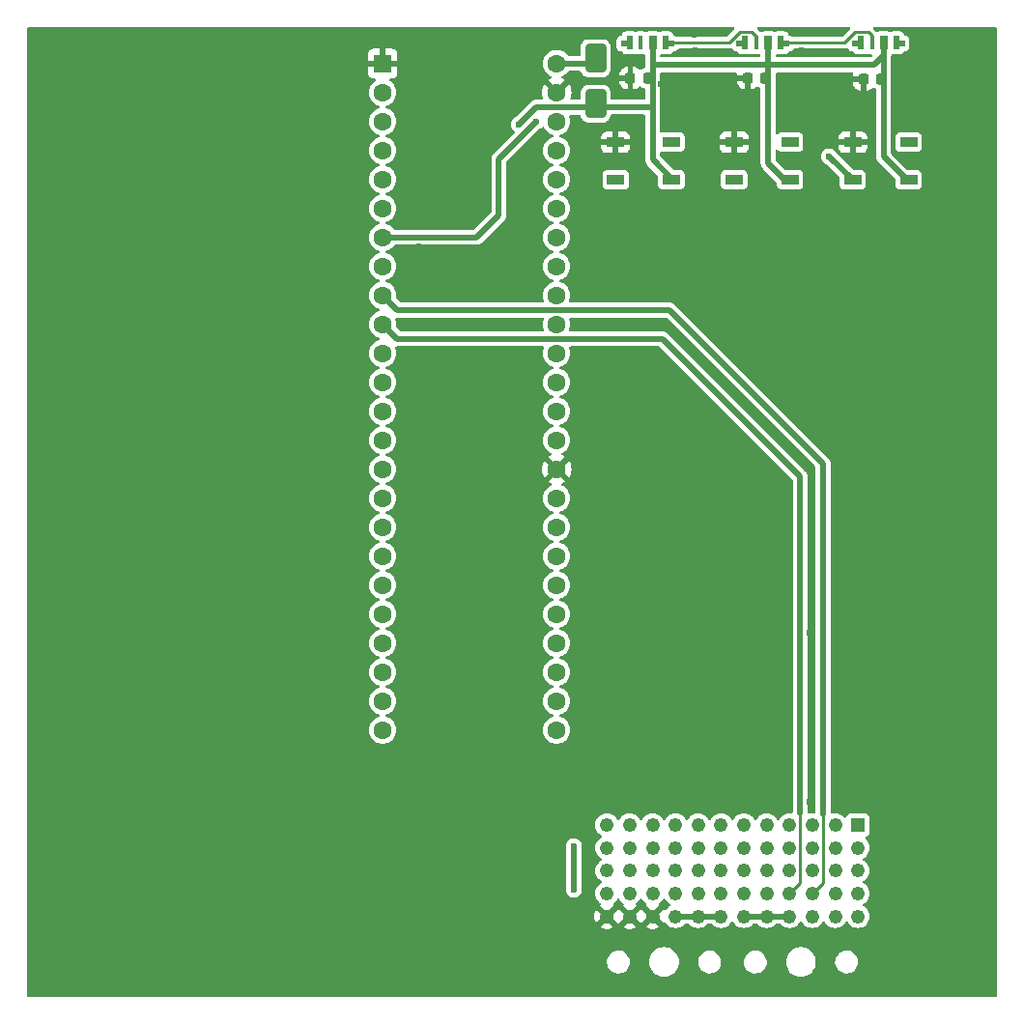
<source format=gbr>
%TF.GenerationSoftware,KiCad,Pcbnew,(7.0.0)*%
%TF.CreationDate,2023-02-28T21:07:10-08:00*%
%TF.ProjectId,semiactive,73656d69-6163-4746-9976-652e6b696361,rev?*%
%TF.SameCoordinates,Original*%
%TF.FileFunction,Copper,L1,Top*%
%TF.FilePolarity,Positive*%
%FSLAX46Y46*%
G04 Gerber Fmt 4.6, Leading zero omitted, Abs format (unit mm)*
G04 Created by KiCad (PCBNEW (7.0.0)) date 2023-02-28 21:07:10*
%MOMM*%
%LPD*%
G01*
G04 APERTURE LIST*
G04 Aperture macros list*
%AMRoundRect*
0 Rectangle with rounded corners*
0 $1 Rounding radius*
0 $2 $3 $4 $5 $6 $7 $8 $9 X,Y pos of 4 corners*
0 Add a 4 corners polygon primitive as box body*
4,1,4,$2,$3,$4,$5,$6,$7,$8,$9,$2,$3,0*
0 Add four circle primitives for the rounded corners*
1,1,$1+$1,$2,$3*
1,1,$1+$1,$4,$5*
1,1,$1+$1,$6,$7*
1,1,$1+$1,$8,$9*
0 Add four rect primitives between the rounded corners*
20,1,$1+$1,$2,$3,$4,$5,0*
20,1,$1+$1,$4,$5,$6,$7,0*
20,1,$1+$1,$6,$7,$8,$9,0*
20,1,$1+$1,$8,$9,$2,$3,0*%
%AMFreePoly0*
4,1,21,0.278536,0.603536,0.280000,0.600000,0.280000,-0.600000,0.278536,-0.603536,0.275000,-0.605000,-0.275000,-0.605000,-0.278536,-0.603536,-0.280000,-0.600000,-0.280000,-0.205000,-0.725000,-0.205000,-0.728536,-0.203536,-0.730000,-0.200000,-0.730000,0.350000,-0.728536,0.353536,-0.725000,0.355000,-0.280000,0.355000,-0.280000,0.600000,-0.278536,0.603536,-0.275000,0.605000,0.275000,0.605000,
0.278536,0.603536,0.278536,0.603536,$1*%
%AMFreePoly1*
4,1,21,0.278536,0.603536,0.280000,0.600000,0.280000,0.355000,0.725000,0.355000,0.728536,0.353536,0.730000,0.350000,0.730000,-0.200000,0.728536,-0.203536,0.725000,-0.205000,0.280000,-0.205000,0.280000,-0.600000,0.278536,-0.603536,0.275000,-0.605000,-0.275000,-0.605000,-0.278536,-0.603536,-0.280000,-0.600000,-0.280000,0.600000,-0.278536,0.603536,-0.275000,0.605000,0.275000,0.605000,
0.278536,0.603536,0.278536,0.603536,$1*%
G04 Aperture macros list end*
%TA.AperFunction,SMDPad,CuDef*%
%ADD10RoundRect,0.225000X0.225000X0.250000X-0.225000X0.250000X-0.225000X-0.250000X0.225000X-0.250000X0*%
%TD*%
%TA.AperFunction,ComponentPad*%
%ADD11R,1.243000X1.243000*%
%TD*%
%TA.AperFunction,ComponentPad*%
%ADD12C,1.243000*%
%TD*%
%TA.AperFunction,SMDPad,CuDef*%
%ADD13FreePoly0,180.000000*%
%TD*%
%TA.AperFunction,SMDPad,CuDef*%
%ADD14R,0.700000X1.200000*%
%TD*%
%TA.AperFunction,SMDPad,CuDef*%
%ADD15R,0.450000X1.200000*%
%TD*%
%TA.AperFunction,SMDPad,CuDef*%
%ADD16FreePoly1,180.000000*%
%TD*%
%TA.AperFunction,ComponentPad*%
%ADD17R,1.600000X1.600000*%
%TD*%
%TA.AperFunction,ComponentPad*%
%ADD18C,1.600000*%
%TD*%
%TA.AperFunction,SMDPad,CuDef*%
%ADD19R,1.500000X0.900000*%
%TD*%
%TA.AperFunction,SMDPad,CuDef*%
%ADD20RoundRect,0.250000X0.650000X-1.000000X0.650000X1.000000X-0.650000X1.000000X-0.650000X-1.000000X0*%
%TD*%
%TA.AperFunction,ViaPad*%
%ADD21C,0.600000*%
%TD*%
%TA.AperFunction,Conductor*%
%ADD22C,0.500000*%
%TD*%
%TA.AperFunction,Conductor*%
%ADD23C,0.250000*%
%TD*%
G04 APERTURE END LIST*
D10*
%TO.P,C1,1*%
%TO.N,5V*%
X169050000Y-45720000D03*
%TO.P,C1,2*%
%TO.N,GND*%
X167500000Y-45720000D03*
%TD*%
D11*
%TO.P,J1,A1,A1*%
%TO.N,PENC_CHA*%
X187450999Y-111188999D03*
D12*
%TO.P,J1,A2,A2*%
%TO.N,PENC_CHA{slash}*%
X185451000Y-111189000D03*
%TO.P,J1,A3,A3*%
%TO.N,PENc_CHB*%
X183451000Y-111189000D03*
%TO.P,J1,A4,A4*%
%TO.N,PENC_CHB{slash}*%
X181451000Y-111189000D03*
%TO.P,J1,A5,A5*%
%TO.N,SENC_CHA*%
X179451000Y-111189000D03*
%TO.P,J1,A6,A6*%
%TO.N,SENC_CHA{slash}*%
X177451000Y-111189000D03*
%TO.P,J1,A7,A7*%
%TO.N,SENC_CHB*%
X175451000Y-111189000D03*
%TO.P,J1,A8,A8*%
%TO.N,SENC_CHB{slash}*%
X173451000Y-111189000D03*
%TO.P,J1,A9,A9*%
%TO.N,PLOAD_CELL_CLK*%
X171451000Y-111189000D03*
%TO.P,J1,A10,A10*%
%TO.N,PLOAD_CELL_DATA*%
X169451000Y-111189000D03*
%TO.P,J1,A11,A11*%
%TO.N,SLOAD_CELL_CLK*%
X167451000Y-111189000D03*
%TO.P,J1,A12,A12*%
%TO.N,SLOAD_CELL_DATA*%
X165451000Y-111189000D03*
%TO.P,J1,B1,B1*%
%TO.N,unconnected-(J1-PadB1)*%
X187451000Y-113189000D03*
%TO.P,J1,B2,B2*%
%TO.N,ENG_HALL2_IN*%
X185451000Y-113189000D03*
%TO.P,J1,B3,B3*%
%TO.N,unconnected-(J1-PadB3)*%
X183451000Y-113189000D03*
%TO.P,J1,B4,B4*%
%TO.N,unconnected-(J1-PadB4)*%
X181451000Y-113189000D03*
%TO.P,J1,B5,B5*%
%TO.N,unconnected-(J1-PadB5)*%
X179451000Y-113189000D03*
%TO.P,J1,B6,B6*%
%TO.N,unconnected-(J1-PadB6)*%
X177451000Y-113189000D03*
%TO.P,J1,B7,B7*%
%TO.N,PWM1*%
X175451000Y-113189000D03*
%TO.P,J1,B8,B8*%
%TO.N,PWM2*%
X173451000Y-113189000D03*
%TO.P,J1,B9,B9*%
%TO.N,DIRECTION1*%
X171451000Y-113189000D03*
%TO.P,J1,B10,B10*%
%TO.N,DIRECTION2*%
X169451000Y-113189000D03*
%TO.P,J1,B11,B11*%
%TO.N,FBREAK_PRESSURE_IN*%
X167451000Y-113189000D03*
%TO.P,J1,B12,B12*%
%TO.N,RBREAK_PRESSURE_IN*%
X165451000Y-113189000D03*
%TO.P,J1,C1,C1*%
%TO.N,REAR_HALL_IN*%
X187451000Y-115189000D03*
%TO.P,J1,C2,C2*%
%TO.N,ENG_HALL1_IN*%
X185451000Y-115189000D03*
%TO.P,J1,C3,C3*%
%TO.N,SPK_PLUG*%
X183451000Y-115189000D03*
%TO.P,J1,C4,C4*%
%TO.N,THERM_SENS1*%
X181451000Y-115189000D03*
%TO.P,J1,C5,C5*%
%TO.N,THERM_SENS2*%
X179451000Y-115189000D03*
%TO.P,J1,C6,C6*%
%TO.N,THERM_SENS3*%
X177451000Y-115189000D03*
%TO.P,J1,C7,C7*%
%TO.N,THERM_SENS4*%
X175451000Y-115189000D03*
%TO.P,J1,C8,C8*%
%TO.N,36V_SENS*%
X173451000Y-115189000D03*
%TO.P,J1,C9,C9*%
%TO.N,SOLENOID_PWM_1*%
X171451000Y-115189000D03*
%TO.P,J1,C10,C10*%
%TO.N,SOLENOID_PWM_2*%
X169451000Y-115189000D03*
%TO.P,J1,C11,C11*%
%TO.N,unconnected-(J1-PadC11)*%
X167451000Y-115189000D03*
%TO.P,J1,C12,C12*%
%TO.N,IR_SENS_TNC*%
X165451000Y-115189000D03*
%TO.P,J1,D1,D1*%
%TO.N,SDA*%
X187451000Y-117189000D03*
%TO.P,J1,D2,D2*%
%TO.N,SCL*%
X185451000Y-117189000D03*
%TO.P,J1,D3,D3*%
%TO.N,CVT_TX_DAQ_RX*%
X183451000Y-117189000D03*
%TO.P,J1,D4,D4*%
%TO.N,CVT_RX_DAQ_TX*%
X181451000Y-117189000D03*
%TO.P,J1,D5,D5*%
%TO.N,CIPO*%
X179451000Y-117189000D03*
%TO.P,J1,D6,D6*%
%TO.N,COPI*%
X177451000Y-117189000D03*
%TO.P,J1,D7,D7*%
%TO.N,SPI_CLK*%
X175451000Y-117189000D03*
%TO.P,J1,D8,D8*%
%TO.N,CANH*%
X173451000Y-117189000D03*
%TO.P,J1,D9,D9*%
%TO.N,CANL*%
X171451000Y-117189000D03*
%TO.P,J1,D10,D10*%
%TO.N,RPOT1*%
X169451000Y-117189000D03*
%TO.P,J1,D11,D11*%
%TO.N,RPOT2*%
X167451000Y-117189000D03*
%TO.P,J1,D12,D12*%
%TO.N,DIG_OUT*%
X165451000Y-117189000D03*
%TO.P,J1,E1,E1*%
%TO.N,unconnected-(J1-PadE1)*%
X187451000Y-119189000D03*
%TO.P,J1,E2,E2*%
%TO.N,unconnected-(J1-PadE2)*%
X185451000Y-119189000D03*
%TO.P,J1,E3,E3*%
%TO.N,unconnected-(J1-PadE3)*%
X183451000Y-119189000D03*
%TO.P,J1,E4,E4*%
%TO.N,5V*%
X181451000Y-119189000D03*
%TO.P,J1,E5,E5*%
X179451000Y-119189000D03*
%TO.P,J1,E6,E6*%
X177451000Y-119189000D03*
%TO.P,J1,E7,E7*%
%TO.N,+3V3*%
X175451000Y-119189000D03*
%TO.P,J1,E8,E8*%
X173451000Y-119189000D03*
%TO.P,J1,E9,E9*%
X171451000Y-119189000D03*
%TO.P,J1,E10,E10*%
%TO.N,GND*%
X169451000Y-119189000D03*
%TO.P,J1,E11,E11*%
X167451000Y-119189000D03*
%TO.P,J1,E12,E12*%
X165451000Y-119189000D03*
%TD*%
D13*
%TO.P,D3,1,DIN*%
%TO.N,Net-(D2-DOUT)*%
X170574800Y-42624400D03*
D14*
%TO.P,D3,2,VDD*%
%TO.N,5V*%
X169449799Y-42624399D03*
D15*
%TO.P,D3,3,DOUT*%
%TO.N,unconnected-(D3-DOUT-Pad3)*%
X168424799Y-42624399D03*
D16*
%TO.P,D3,4,GND*%
%TO.N,GND*%
X167424800Y-42624400D03*
%TD*%
D13*
%TO.P,D1,1,DIN*%
%TO.N,ARGBLED*%
X190831800Y-42624400D03*
D14*
%TO.P,D1,2,VDD*%
%TO.N,5V*%
X189706799Y-42624399D03*
D15*
%TO.P,D1,3,DOUT*%
%TO.N,Net-(D1-DOUT)*%
X188681799Y-42624399D03*
D16*
%TO.P,D1,4,GND*%
%TO.N,GND*%
X187681800Y-42624400D03*
%TD*%
D10*
%TO.P,C3,1*%
%TO.N,5V*%
X189497000Y-45847000D03*
%TO.P,C3,2*%
%TO.N,GND*%
X187947000Y-45847000D03*
%TD*%
D17*
%TO.P,U1,1,GND*%
%TO.N,GND*%
X145795999Y-44449999D03*
D18*
%TO.P,U1,2,0_RX1_CRX2_CS1*%
%TO.N,unconnected-(U1-0_RX1_CRX2_CS1-Pad2)*%
X145796000Y-46990000D03*
%TO.P,U1,3,1_TX1_CTX2_MISO1*%
%TO.N,unconnected-(U1-1_TX1_CTX2_MISO1-Pad3)*%
X145796000Y-49530000D03*
%TO.P,U1,4,2_OUT2*%
%TO.N,unconnected-(U1-2_OUT2-Pad4)*%
X145796000Y-52070000D03*
%TO.P,U1,5,3_LRCLK2*%
%TO.N,SOLENOID_PWM_1*%
X145796000Y-54610000D03*
%TO.P,U1,6,4_BCLK2*%
%TO.N,SOLENOID_PWM_2*%
X145796000Y-57150000D03*
%TO.P,U1,7,5_IN2*%
%TO.N,ARGBLED*%
X145796000Y-59690000D03*
%TO.P,U1,8,6_OUT1D*%
%TO.N,unconnected-(U1-6_OUT1D-Pad8)*%
X145796000Y-62230000D03*
%TO.P,U1,9,7_RX2_OUT1A*%
%TO.N,CVT_TX_DAQ_RX*%
X145796000Y-64770000D03*
%TO.P,U1,10,8_TX2_IN1*%
%TO.N,CVT_RX_DAQ_TX*%
X145796000Y-67310000D03*
%TO.P,U1,11,9_OUT1C*%
%TO.N,unconnected-(U1-9_OUT1C-Pad11)*%
X145796000Y-69850000D03*
%TO.P,U1,12,10_CS_MQSR*%
%TO.N,unconnected-(U1-10_CS_MQSR-Pad12)*%
X145796000Y-72390000D03*
%TO.P,U1,13,11_MOSI_CTX1*%
%TO.N,unconnected-(U1-11_MOSI_CTX1-Pad13)*%
X145796000Y-74930000D03*
%TO.P,U1,14,12_MISO_MQSL*%
%TO.N,unconnected-(U1-12_MISO_MQSL-Pad14)*%
X145796000Y-77470000D03*
%TO.P,U1,15,3V3*%
%TO.N,unconnected-(U1-3V3-Pad15)*%
X145796000Y-80010000D03*
%TO.P,U1,16,24_A10_TX6_SCL2*%
%TO.N,unconnected-(U1-24_A10_TX6_SCL2-Pad16)*%
X145796000Y-82550000D03*
%TO.P,U1,17,25_A11_RX6_SDA2*%
%TO.N,unconnected-(U1-25_A11_RX6_SDA2-Pad17)*%
X145796000Y-85090000D03*
%TO.P,U1,18,26_A12_MOSI1*%
%TO.N,unconnected-(U1-26_A12_MOSI1-Pad18)*%
X145796000Y-87630000D03*
%TO.P,U1,19,27_A13_SCK1*%
%TO.N,unconnected-(U1-27_A13_SCK1-Pad19)*%
X145796000Y-90170000D03*
%TO.P,U1,20,28_RX7*%
%TO.N,unconnected-(U1-28_RX7-Pad20)*%
X145796000Y-92710000D03*
%TO.P,U1,21,29_TX7*%
%TO.N,unconnected-(U1-29_TX7-Pad21)*%
X145796000Y-95250000D03*
%TO.P,U1,22,30_CRX3*%
%TO.N,unconnected-(U1-30_CRX3-Pad22)*%
X145796000Y-97790000D03*
%TO.P,U1,23,31_CTX3*%
%TO.N,unconnected-(U1-31_CTX3-Pad23)*%
X145796000Y-100330000D03*
%TO.P,U1,24,32_OUT1B*%
%TO.N,unconnected-(U1-32_OUT1B-Pad24)*%
X145796000Y-102870000D03*
%TO.P,U1,25,33_MCLK2*%
%TO.N,unconnected-(U1-33_MCLK2-Pad25)*%
X161036000Y-102870000D03*
%TO.P,U1,26,34_RX8*%
%TO.N,unconnected-(U1-34_RX8-Pad26)*%
X161036000Y-100330000D03*
%TO.P,U1,27,35_TX8*%
%TO.N,unconnected-(U1-35_TX8-Pad27)*%
X161036000Y-97790000D03*
%TO.P,U1,28,36_CS*%
%TO.N,unconnected-(U1-36_CS-Pad28)*%
X161036000Y-95250000D03*
%TO.P,U1,29,37_CS*%
%TO.N,unconnected-(U1-37_CS-Pad29)*%
X161036000Y-92710000D03*
%TO.P,U1,30,38_CS1_IN1*%
%TO.N,unconnected-(U1-38_CS1_IN1-Pad30)*%
X161036000Y-90170000D03*
%TO.P,U1,31,39_MISO1_OUT1A*%
%TO.N,unconnected-(U1-39_MISO1_OUT1A-Pad31)*%
X161036000Y-87630000D03*
%TO.P,U1,32,40_A16*%
%TO.N,unconnected-(U1-40_A16-Pad32)*%
X161036000Y-85090000D03*
%TO.P,U1,33,41_A17*%
%TO.N,unconnected-(U1-41_A17-Pad33)*%
X161036000Y-82550000D03*
%TO.P,U1,34,GND*%
%TO.N,GND*%
X161036000Y-80010000D03*
%TO.P,U1,35,13_SCK_LED*%
%TO.N,unconnected-(U1-13_SCK_LED-Pad35)*%
X161036000Y-77470000D03*
%TO.P,U1,36,14_A0_TX3_SPDIF_OUT*%
%TO.N,unconnected-(U1-14_A0_TX3_SPDIF_OUT-Pad36)*%
X161036000Y-74930000D03*
%TO.P,U1,37,15_A1_RX3_SPDIF_IN*%
%TO.N,unconnected-(U1-15_A1_RX3_SPDIF_IN-Pad37)*%
X161036000Y-72390000D03*
%TO.P,U1,38,16_A2_RX4_SCL1*%
%TO.N,unconnected-(U1-16_A2_RX4_SCL1-Pad38)*%
X161036000Y-69850000D03*
%TO.P,U1,39,17_A3_TX4_SDA1*%
%TO.N,unconnected-(U1-17_A3_TX4_SDA1-Pad39)*%
X161036000Y-67310000D03*
%TO.P,U1,40,18_A4_SDA*%
%TO.N,unconnected-(U1-18_A4_SDA-Pad40)*%
X161036000Y-64770000D03*
%TO.P,U1,41,19_A5_SCL*%
%TO.N,unconnected-(U1-19_A5_SCL-Pad41)*%
X161036000Y-62230000D03*
%TO.P,U1,42,20_A6_TX5_LRCLK1*%
%TO.N,unconnected-(U1-20_A6_TX5_LRCLK1-Pad42)*%
X161036000Y-59690000D03*
%TO.P,U1,43,21_A7_RX5_BCLK1*%
%TO.N,unconnected-(U1-21_A7_RX5_BCLK1-Pad43)*%
X161036000Y-57150000D03*
%TO.P,U1,44,22_A8_CTX1*%
%TO.N,unconnected-(U1-22_A8_CTX1-Pad44)*%
X161036000Y-54610000D03*
%TO.P,U1,45,23_A9_CRX1_MCLK1*%
%TO.N,unconnected-(U1-23_A9_CRX1_MCLK1-Pad45)*%
X161036000Y-52070000D03*
%TO.P,U1,46,3V3*%
%TO.N,unconnected-(U1-3V3-Pad46)*%
X161036000Y-49530000D03*
%TO.P,U1,47,GND*%
%TO.N,GND*%
X161036000Y-46990000D03*
%TO.P,U1,48,VIN*%
%TO.N,Net-(D7-A)*%
X161036000Y-44450000D03*
%TD*%
D19*
%TO.P,D4,1,VDD*%
%TO.N,5V*%
X191896999Y-54633999D03*
%TO.P,D4,2,DOUT*%
%TO.N,Net-(D4-DOUT)*%
X191896999Y-51333999D03*
%TO.P,D4,3,VSS*%
%TO.N,GND*%
X186996999Y-51333999D03*
%TO.P,D4,4,DIN*%
%TO.N,ARGBLED*%
X186996999Y-54633999D03*
%TD*%
D10*
%TO.P,C2,1*%
%TO.N,5V*%
X179337000Y-45720000D03*
%TO.P,C2,2*%
%TO.N,GND*%
X177787000Y-45720000D03*
%TD*%
D13*
%TO.P,D2,1,DIN*%
%TO.N,Net-(D1-DOUT)*%
X180703300Y-42624400D03*
D14*
%TO.P,D2,2,VDD*%
%TO.N,5V*%
X179578299Y-42624399D03*
D15*
%TO.P,D2,3,DOUT*%
%TO.N,Net-(D2-DOUT)*%
X178553299Y-42624399D03*
D16*
%TO.P,D2,4,GND*%
%TO.N,GND*%
X177553300Y-42624400D03*
%TD*%
D19*
%TO.P,D6,1,VDD*%
%TO.N,5V*%
X171105999Y-54633999D03*
%TO.P,D6,2,DOUT*%
%TO.N,unconnected-(D6-DOUT-Pad2)*%
X171105999Y-51333999D03*
%TO.P,D6,3,VSS*%
%TO.N,GND*%
X166205999Y-51333999D03*
%TO.P,D6,4,DIN*%
%TO.N,Net-(D5-DOUT)*%
X166205999Y-54633999D03*
%TD*%
%TO.P,D5,1,VDD*%
%TO.N,5V*%
X181501499Y-54633999D03*
%TO.P,D5,2,DOUT*%
%TO.N,Net-(D5-DOUT)*%
X181501499Y-51333999D03*
%TO.P,D5,3,VSS*%
%TO.N,GND*%
X176601499Y-51333999D03*
%TO.P,D5,4,DIN*%
%TO.N,Net-(D4-DOUT)*%
X176601499Y-54633999D03*
%TD*%
D20*
%TO.P,D7,1,K*%
%TO.N,5V*%
X164465000Y-47974000D03*
%TO.P,D7,2,A*%
%TO.N,Net-(D7-A)*%
X164465000Y-43974000D03*
%TD*%
D21*
%TO.N,5V*%
X162560000Y-113030000D03*
X162559999Y-116840000D03*
X157734000Y-49784000D03*
%TO.N,GND*%
X137372000Y-80734000D03*
X155172000Y-60334000D03*
X157172000Y-89934000D03*
X156172000Y-64934000D03*
X141572000Y-104334000D03*
X190972000Y-67734000D03*
X143256000Y-115570000D03*
X183372000Y-82534000D03*
X175672000Y-46284000D03*
X147772000Y-123734000D03*
X162422000Y-42334000D03*
X141224000Y-90678000D03*
X184772000Y-70134000D03*
X177172000Y-58934000D03*
X174372000Y-121145500D03*
X132772000Y-72934000D03*
X183372000Y-101934000D03*
X126172000Y-106934000D03*
X164372000Y-124934000D03*
X170972000Y-106534000D03*
X125772000Y-96134000D03*
X150572000Y-119934000D03*
X135572000Y-92134000D03*
X151572000Y-48734000D03*
X156842023Y-44404023D03*
X148972000Y-73534000D03*
X171572000Y-90534000D03*
X157172000Y-79934000D03*
X195972000Y-52734000D03*
X120572000Y-103934000D03*
X163195000Y-53086000D03*
X180594000Y-47117000D03*
X158172000Y-102334000D03*
X163772000Y-75334000D03*
X170772000Y-125134000D03*
X127372000Y-86734000D03*
X195172000Y-110534000D03*
X194772000Y-107334000D03*
X156210000Y-50165000D03*
X138972000Y-104934000D03*
X157372000Y-76534000D03*
X182372000Y-41734000D03*
X196572000Y-44334000D03*
X193675000Y-50673000D03*
X178572000Y-56934000D03*
X139372000Y-45734000D03*
X151172000Y-52334000D03*
X121372000Y-86934000D03*
X123572000Y-105534000D03*
X182546038Y-43248900D03*
X180172000Y-76934000D03*
X189572000Y-81334000D03*
X152972000Y-56534000D03*
X196572000Y-103334000D03*
X171772000Y-100734000D03*
X161772000Y-121534000D03*
X158172000Y-97734000D03*
X124572000Y-74934000D03*
X122572000Y-94334000D03*
X193972000Y-118534000D03*
X130048000Y-80518000D03*
X137372000Y-114934000D03*
X169772000Y-121145500D03*
X191972000Y-96334000D03*
X155702000Y-116332000D03*
X157772000Y-94334000D03*
X182499000Y-49784000D03*
X164572000Y-67334000D03*
X136172000Y-95134000D03*
X187972000Y-105134000D03*
X128172000Y-46334000D03*
X148972000Y-62334000D03*
X169572000Y-94534000D03*
X168660615Y-54236692D03*
X161772000Y-110534000D03*
X142572000Y-109334000D03*
X174117000Y-50292000D03*
X195972000Y-119534000D03*
X157772000Y-71734000D03*
X192572000Y-57534000D03*
X173972000Y-87934000D03*
X120972000Y-51134000D03*
X157972000Y-61334000D03*
X141772000Y-54534000D03*
X155222816Y-46312237D03*
X151772000Y-54534000D03*
X148972000Y-115534000D03*
X157572000Y-121734000D03*
X191172000Y-113334000D03*
X147172000Y-109534000D03*
X184985322Y-55359500D03*
X129572000Y-66534000D03*
X187572000Y-42684000D03*
X156172000Y-62534000D03*
X153701454Y-115132546D03*
X173972000Y-55734000D03*
X177772000Y-86134000D03*
X191972000Y-79734000D03*
X174242023Y-107463977D03*
X192972000Y-87934000D03*
X168572000Y-105134000D03*
X158972000Y-59534000D03*
X142572000Y-122134000D03*
X167322000Y-42684000D03*
X119972000Y-117334000D03*
X178972000Y-90934000D03*
X177772000Y-109534000D03*
X161972000Y-123934000D03*
X185072000Y-46334000D03*
X158369000Y-46355000D03*
X137414000Y-109220000D03*
X192572000Y-122734000D03*
X168172000Y-95534000D03*
X192572000Y-92734000D03*
X162772000Y-106334000D03*
X165772000Y-121145500D03*
X175172000Y-124934000D03*
X148372000Y-50734000D03*
X185972000Y-56934000D03*
X177472000Y-42684000D03*
X149372000Y-94134000D03*
X169572000Y-76734000D03*
X158572000Y-55134000D03*
X196172000Y-115134000D03*
X195772000Y-58334000D03*
X149172000Y-45934000D03*
X121972000Y-77534000D03*
X186555511Y-46017511D03*
X173213589Y-43248900D03*
X149372000Y-97934000D03*
X185772000Y-121134000D03*
X169172000Y-86334000D03*
X171972000Y-84134000D03*
X175972000Y-64534000D03*
X173572000Y-107534000D03*
X121412000Y-110744000D03*
X186172000Y-96334000D03*
X170199300Y-46284000D03*
X127972000Y-53334000D03*
X118372000Y-70934000D03*
X194972000Y-65934000D03*
X163449000Y-57785000D03*
X166972000Y-88534000D03*
X153730411Y-48692411D03*
X130372000Y-121934000D03*
X155172000Y-124334000D03*
X148372000Y-67134000D03*
X157372000Y-86334000D03*
X187572000Y-75534000D03*
X183515000Y-52959000D03*
X179372000Y-120734000D03*
X158372000Y-67534000D03*
X165372000Y-81534000D03*
X130172000Y-114334000D03*
X164592000Y-50165000D03*
X169972000Y-59734000D03*
X150172000Y-64934000D03*
X158172000Y-63734000D03*
X131826000Y-106680000D03*
X149172000Y-100934000D03*
X189772000Y-101334000D03*
X136144000Y-61976000D03*
X157372000Y-106334000D03*
X164972000Y-100734000D03*
X179972000Y-64134000D03*
X124372000Y-72934000D03*
X163322000Y-50038000D03*
X196172000Y-48734000D03*
X194172000Y-71534000D03*
X172172000Y-81734000D03*
X148772000Y-70134000D03*
X175372000Y-92534000D03*
X171450000Y-47244000D03*
X196172000Y-78934000D03*
X155772000Y-119334000D03*
X172172000Y-68734000D03*
X165972000Y-94134000D03*
X180372000Y-125334000D03*
X167862927Y-52311119D03*
X174372000Y-94534000D03*
X194172000Y-97534000D03*
X149572000Y-87134000D03*
X159501977Y-52663977D03*
X130972000Y-59134000D03*
X149172000Y-90534000D03*
X198772000Y-86534000D03*
X149372000Y-82334000D03*
X195572000Y-124334000D03*
X124172000Y-60134000D03*
X148972000Y-60439500D03*
X159922000Y-42184000D03*
X140462000Y-68072000D03*
X185547000Y-49784000D03*
X167372000Y-70734000D03*
X149372000Y-78134000D03*
X176572000Y-52369345D03*
X148172000Y-64534000D03*
X185772000Y-125534000D03*
X187972000Y-60534000D03*
X181052074Y-52844500D03*
X165972000Y-62734000D03*
X173172000Y-41934000D03*
X188781757Y-53389288D03*
X184872000Y-43484000D03*
X124172000Y-62334000D03*
X170942000Y-62230000D03*
X183172000Y-94334000D03*
X183172000Y-109134000D03*
X136372000Y-52534000D03*
X177673000Y-46990000D03*
%TO.N,Net-(D4-DOUT)*%
X191897000Y-51334000D03*
X177038000Y-54610000D03*
%TO.N,Net-(D5-DOUT)*%
X181501500Y-51334000D03*
X166624000Y-54610000D03*
%TO.N,ARGBLED*%
X159258000Y-49530000D03*
X184912000Y-52578000D03*
X190831800Y-42624400D03*
%TD*%
D22*
%TO.N,5V*%
X189706800Y-52618800D02*
X189706800Y-42624400D01*
X182348000Y-44559000D02*
X188872200Y-44559000D01*
X179578300Y-44465300D02*
X179672000Y-44559000D01*
X159238000Y-48280000D02*
X164159000Y-48280000D01*
X169449800Y-42624400D02*
X169449800Y-44436800D01*
X172172000Y-44559000D02*
X173248000Y-44559000D01*
X169449800Y-44436800D02*
X169572000Y-44559000D01*
X181025756Y-54634000D02*
X179578300Y-53186544D01*
X162560000Y-113030000D02*
X162560000Y-116839999D01*
X189706800Y-43724400D02*
X189706800Y-42624400D01*
X164159000Y-48280000D02*
X164465000Y-47974000D01*
X171222000Y-54634000D02*
X169449800Y-52861800D01*
X177451000Y-119189000D02*
X181451000Y-119189000D01*
X191722000Y-54634000D02*
X189706800Y-52618800D01*
X162560000Y-116839999D02*
X162559999Y-116840000D01*
X179578300Y-42624400D02*
X179578300Y-44465300D01*
X179672000Y-44559000D02*
X182348000Y-44559000D01*
X157734000Y-49784000D02*
X159238000Y-48280000D01*
X188872200Y-44559000D02*
X189706800Y-43724400D01*
X164465000Y-47974000D02*
X164751000Y-48260000D01*
X164751000Y-48260000D02*
X169449800Y-48260000D01*
X169572000Y-44559000D02*
X172172000Y-44559000D01*
X169449800Y-48260000D02*
X169449800Y-44436800D01*
X173248000Y-44559000D02*
X179672000Y-44559000D01*
X169449800Y-52861800D02*
X169449800Y-48260000D01*
X179578300Y-53186544D02*
X179578300Y-44465300D01*
D23*
%TO.N,Net-(D1-DOUT)*%
X188681800Y-42043800D02*
X188681800Y-42624400D01*
X188332400Y-41694400D02*
X188681800Y-42043800D01*
X180703300Y-42624400D02*
X186290110Y-42624400D01*
X186290110Y-42624400D02*
X187220110Y-41694400D01*
X187220110Y-41694400D02*
X188332400Y-41694400D01*
%TO.N,Net-(D2-DOUT)*%
X176161610Y-42624400D02*
X177091610Y-41694400D01*
X178132400Y-41694400D02*
X178553300Y-42115300D01*
X177091610Y-41694400D02*
X178132400Y-41694400D01*
X178553300Y-42115300D02*
X178553300Y-42624400D01*
X170574800Y-42624400D02*
X176161610Y-42624400D01*
D22*
%TO.N,ARGBLED*%
X186997000Y-54634000D02*
X184941000Y-52578000D01*
X159258000Y-49540234D02*
X159258000Y-49530000D01*
X145796000Y-59690000D02*
X154016000Y-59690000D01*
X155972000Y-57734000D02*
X155972000Y-52826233D01*
X159199617Y-49598617D02*
X159258000Y-49540234D01*
X184941000Y-52578000D02*
X184912000Y-52578000D01*
X154016000Y-59690000D02*
X155972000Y-57734000D01*
X155972000Y-52826233D02*
X159199617Y-49598617D01*
%TO.N,+3V3*%
X171451000Y-119189000D02*
X175451000Y-119189000D01*
D23*
%TO.N,CVT_TX_DAQ_RX*%
X183451000Y-117189000D02*
X184397500Y-116242500D01*
D22*
X184405500Y-110237500D02*
X184405500Y-79503500D01*
X147086000Y-66060000D02*
X145796000Y-64770000D01*
X184405500Y-79503500D02*
X170962000Y-66060000D01*
D23*
X184397500Y-110245500D02*
X184405500Y-110237500D01*
X184397500Y-116242500D02*
X184397500Y-110245500D01*
D22*
X170962000Y-66060000D02*
X147086000Y-66060000D01*
D23*
%TO.N,CVT_RX_DAQ_TX*%
X182397500Y-116242500D02*
X182397500Y-110151000D01*
X182397500Y-110151000D02*
X182380500Y-110134000D01*
D22*
X170307000Y-68580000D02*
X182380500Y-80653500D01*
X182380500Y-80653500D02*
X182380500Y-110134000D01*
X147066000Y-68580000D02*
X170307000Y-68580000D01*
X145796000Y-67310000D02*
X147066000Y-68580000D01*
D23*
X181451000Y-117189000D02*
X182397500Y-116242500D01*
D22*
%TO.N,Net-(D7-A)*%
X163989000Y-44450000D02*
X164465000Y-43974000D01*
X163989000Y-44450000D02*
X161036000Y-44450000D01*
%TD*%
%TA.AperFunction,Conductor*%
%TO.N,GND*%
G36*
X176561273Y-41252015D02*
G01*
X176605296Y-41289615D01*
X176627451Y-41343102D01*
X176622909Y-41400818D01*
X176592659Y-41450181D01*
X175980260Y-42062581D01*
X175940032Y-42089461D01*
X175892579Y-42098900D01*
X171583745Y-42098900D01*
X171521748Y-42082289D01*
X171462305Y-42047971D01*
X171462298Y-42047967D01*
X171458786Y-42045940D01*
X171454959Y-42044355D01*
X171451054Y-42043308D01*
X171451046Y-42043306D01*
X171360577Y-42019067D01*
X171360570Y-42019066D01*
X171352732Y-42016966D01*
X171347188Y-42016965D01*
X171303004Y-42001966D01*
X171266627Y-41970061D01*
X171245230Y-41926664D01*
X171229857Y-41869271D01*
X171229445Y-41868276D01*
X171229428Y-41868236D01*
X171228255Y-41865404D01*
X171175324Y-41773724D01*
X171169573Y-41767973D01*
X171106215Y-41704616D01*
X171106211Y-41704613D01*
X171100467Y-41698869D01*
X171084327Y-41689551D01*
X171012305Y-41647971D01*
X171012298Y-41647967D01*
X171008786Y-41645940D01*
X171004959Y-41644355D01*
X171001054Y-41643308D01*
X171001046Y-41643306D01*
X170910576Y-41619067D01*
X170910571Y-41619066D01*
X170902732Y-41616966D01*
X170894612Y-41616965D01*
X170894608Y-41616965D01*
X170860199Y-41616963D01*
X170848805Y-41615463D01*
X170848805Y-41613908D01*
X170300795Y-41613908D01*
X170300795Y-41615463D01*
X170289400Y-41616963D01*
X170254991Y-41616965D01*
X170254986Y-41616965D01*
X170246868Y-41616966D01*
X170239029Y-41619066D01*
X170239023Y-41619067D01*
X170148553Y-41643306D01*
X170148540Y-41643310D01*
X170144641Y-41644355D01*
X170140814Y-41645940D01*
X170137301Y-41647967D01*
X170137291Y-41647973D01*
X170104601Y-41666845D01*
X170045849Y-41683413D01*
X169986312Y-41669940D01*
X169933803Y-41643186D01*
X169933800Y-41643185D01*
X169925104Y-41638754D01*
X169915467Y-41637227D01*
X169915462Y-41637226D01*
X169836139Y-41624663D01*
X169836133Y-41624662D01*
X169831319Y-41623900D01*
X169826440Y-41623900D01*
X169073152Y-41623900D01*
X169073139Y-41623900D01*
X169068282Y-41623901D01*
X169063480Y-41624661D01*
X169063473Y-41624662D01*
X168984133Y-41637227D01*
X168984128Y-41637228D01*
X168974496Y-41638754D01*
X168965804Y-41643182D01*
X168965800Y-41643184D01*
X168931094Y-41660868D01*
X168874800Y-41674383D01*
X168818506Y-41660868D01*
X168794108Y-41648437D01*
X168775104Y-41638754D01*
X168765467Y-41637227D01*
X168765465Y-41637227D01*
X168686139Y-41624663D01*
X168686133Y-41624662D01*
X168681319Y-41623900D01*
X168676440Y-41623900D01*
X168173152Y-41623900D01*
X168173139Y-41623900D01*
X168168282Y-41623901D01*
X168163480Y-41624661D01*
X168163473Y-41624662D01*
X168084131Y-41637228D01*
X168084130Y-41637228D01*
X168074496Y-41638754D01*
X168065806Y-41643181D01*
X168065802Y-41643183D01*
X168012752Y-41670213D01*
X167953215Y-41683685D01*
X167894464Y-41667117D01*
X167862105Y-41648437D01*
X167856629Y-41645736D01*
X167850840Y-41643771D01*
X167760517Y-41619570D01*
X167744537Y-41617466D01*
X167710186Y-41617465D01*
X167687016Y-41614414D01*
X167162587Y-41614414D01*
X167139413Y-41617465D01*
X167105062Y-41617466D01*
X167089082Y-41619570D01*
X166998759Y-41643771D01*
X166992970Y-41645736D01*
X166987489Y-41648439D01*
X166906484Y-41695203D01*
X166893690Y-41705020D01*
X166830425Y-41768283D01*
X166820611Y-41781074D01*
X166773843Y-41862078D01*
X166771128Y-41867584D01*
X166769160Y-41873383D01*
X166754765Y-41927124D01*
X166733368Y-41970520D01*
X166696993Y-42002423D01*
X166651178Y-42017978D01*
X166639081Y-42019570D01*
X166548759Y-42043771D01*
X166542970Y-42045736D01*
X166537489Y-42048439D01*
X166456484Y-42095203D01*
X166443690Y-42105020D01*
X166380425Y-42168283D01*
X166370611Y-42181074D01*
X166323843Y-42262078D01*
X166321128Y-42267584D01*
X166319163Y-42273376D01*
X166294966Y-42363710D01*
X166292865Y-42379678D01*
X166292865Y-42414009D01*
X166289814Y-42437180D01*
X166289814Y-42961616D01*
X166292865Y-42984786D01*
X166292866Y-43019137D01*
X166294970Y-43035117D01*
X166319171Y-43125440D01*
X166321136Y-43131229D01*
X166323839Y-43136710D01*
X166370603Y-43217715D01*
X166380420Y-43230509D01*
X166443683Y-43293774D01*
X166456474Y-43303588D01*
X166537478Y-43350356D01*
X166542984Y-43353071D01*
X166548776Y-43355036D01*
X166639110Y-43379233D01*
X166655078Y-43381335D01*
X166689409Y-43381335D01*
X166721504Y-43385561D01*
X166732890Y-43388612D01*
X166731803Y-43392666D01*
X166762905Y-43401000D01*
X166808292Y-43446390D01*
X166820604Y-43467717D01*
X166830417Y-43480507D01*
X166893683Y-43543774D01*
X166906474Y-43553588D01*
X166987478Y-43600356D01*
X166992984Y-43603071D01*
X166998776Y-43605036D01*
X167089110Y-43629233D01*
X167105078Y-43631335D01*
X167139409Y-43631335D01*
X167162580Y-43634386D01*
X167687020Y-43634386D01*
X167710191Y-43631335D01*
X167744522Y-43631335D01*
X167760489Y-43629233D01*
X167850823Y-43605036D01*
X167856615Y-43603071D01*
X167862107Y-43600363D01*
X167894458Y-43581685D01*
X167953212Y-43565115D01*
X168012754Y-43578587D01*
X168028277Y-43586496D01*
X168074496Y-43610046D01*
X168168281Y-43624900D01*
X168675300Y-43624899D01*
X168737300Y-43641512D01*
X168782687Y-43686899D01*
X168799300Y-43748899D01*
X168799300Y-44355727D01*
X168798750Y-44367396D01*
X168798741Y-44367482D01*
X168797040Y-44375096D01*
X168797285Y-44382892D01*
X168797285Y-44382893D01*
X168799239Y-44445062D01*
X168799300Y-44448957D01*
X168799300Y-44733002D01*
X168788045Y-44784621D01*
X168756324Y-44826869D01*
X168709895Y-44852078D01*
X168582102Y-44889205D01*
X168582099Y-44889206D01*
X168574610Y-44891382D01*
X168567896Y-44895352D01*
X168567895Y-44895353D01*
X168445298Y-44967856D01*
X168445292Y-44967860D01*
X168438580Y-44971830D01*
X168433066Y-44977343D01*
X168433049Y-44977357D01*
X168433021Y-44977386D01*
X168432989Y-44977404D01*
X168426898Y-44982129D01*
X168426250Y-44981293D01*
X168377435Y-45009468D01*
X168313255Y-45009462D01*
X168257675Y-44977370D01*
X168182842Y-44902537D01*
X168171580Y-44893632D01*
X168039633Y-44812246D01*
X168026625Y-44806180D01*
X167879030Y-44757272D01*
X167865874Y-44754456D01*
X167776444Y-44745319D01*
X167770168Y-44745000D01*
X167766326Y-44745000D01*
X167753450Y-44748450D01*
X167750000Y-44761326D01*
X167750000Y-46678673D01*
X167753450Y-46691548D01*
X167766326Y-46694999D01*
X167770165Y-46694999D01*
X167776447Y-46694678D01*
X167865867Y-46685544D01*
X167879036Y-46682725D01*
X168026625Y-46633819D01*
X168039633Y-46627753D01*
X168171580Y-46546367D01*
X168182837Y-46537466D01*
X168257675Y-46462628D01*
X168313263Y-46430534D01*
X168377450Y-46430534D01*
X168426250Y-46458709D01*
X168426900Y-46457872D01*
X168433011Y-46462612D01*
X168433038Y-46462628D01*
X168438580Y-46468170D01*
X168574610Y-46548618D01*
X168670268Y-46576409D01*
X168709895Y-46587922D01*
X168756324Y-46613131D01*
X168788045Y-46655379D01*
X168799300Y-46706998D01*
X168799300Y-47485500D01*
X168782687Y-47547500D01*
X168737300Y-47592887D01*
X168675300Y-47609500D01*
X165889500Y-47609500D01*
X165827500Y-47592887D01*
X165782113Y-47547500D01*
X165765500Y-47485500D01*
X165765500Y-46910751D01*
X165765500Y-46908306D01*
X165762598Y-46871431D01*
X165716744Y-46713602D01*
X165646704Y-46595170D01*
X165637053Y-46578851D01*
X165637052Y-46578849D01*
X165633081Y-46572135D01*
X165516865Y-46455919D01*
X165510151Y-46451948D01*
X165510148Y-46451946D01*
X165382113Y-46376227D01*
X165382111Y-46376226D01*
X165375398Y-46372256D01*
X165367905Y-46370079D01*
X165223657Y-46328170D01*
X165223650Y-46328168D01*
X165217569Y-46326402D01*
X165211258Y-46325905D01*
X165211251Y-46325904D01*
X165183128Y-46323691D01*
X165183114Y-46323690D01*
X165180694Y-46323500D01*
X163749306Y-46323500D01*
X163746886Y-46323690D01*
X163746871Y-46323691D01*
X163718748Y-46325904D01*
X163718739Y-46325905D01*
X163712431Y-46326402D01*
X163706351Y-46328168D01*
X163706342Y-46328170D01*
X163562094Y-46370079D01*
X163562091Y-46370080D01*
X163554602Y-46372256D01*
X163547891Y-46376224D01*
X163547886Y-46376227D01*
X163419851Y-46451946D01*
X163419844Y-46451950D01*
X163413135Y-46455919D01*
X163407620Y-46461433D01*
X163407616Y-46461437D01*
X163302437Y-46566616D01*
X163302433Y-46566620D01*
X163296919Y-46572135D01*
X163292950Y-46578844D01*
X163292946Y-46578851D01*
X163217227Y-46706886D01*
X163217224Y-46706891D01*
X163213256Y-46713602D01*
X163211080Y-46721091D01*
X163211079Y-46721094D01*
X163169170Y-46865342D01*
X163169168Y-46865351D01*
X163167402Y-46871431D01*
X163166905Y-46877739D01*
X163166904Y-46877748D01*
X163164691Y-46905871D01*
X163164690Y-46905886D01*
X163164500Y-46908306D01*
X163164500Y-46910751D01*
X163164500Y-47505500D01*
X163147887Y-47567500D01*
X163102500Y-47612887D01*
X163040500Y-47629500D01*
X162366829Y-47629500D01*
X162307186Y-47614214D01*
X162262248Y-47572125D01*
X162243094Y-47513610D01*
X162254447Y-47453095D01*
X162259979Y-47441231D01*
X162263667Y-47431097D01*
X162319739Y-47221837D01*
X162321613Y-47211206D01*
X162340494Y-46995395D01*
X162340494Y-46984605D01*
X162321613Y-46768793D01*
X162319739Y-46758162D01*
X162263667Y-46548902D01*
X162259979Y-46538768D01*
X162168423Y-46342427D01*
X162163025Y-46333077D01*
X162122814Y-46275650D01*
X162114703Y-46268217D01*
X162105424Y-46274128D01*
X161123680Y-47255872D01*
X161068093Y-47287966D01*
X161003905Y-47287966D01*
X160948318Y-47255872D01*
X159966574Y-46274128D01*
X159957296Y-46268217D01*
X159949183Y-46275651D01*
X159908971Y-46333081D01*
X159903577Y-46342425D01*
X159812020Y-46538768D01*
X159808332Y-46548902D01*
X159752260Y-46758162D01*
X159750386Y-46768793D01*
X159731506Y-46984605D01*
X159731506Y-46995395D01*
X159750386Y-47211206D01*
X159752260Y-47221837D01*
X159808332Y-47431097D01*
X159812020Y-47441231D01*
X159817553Y-47453095D01*
X159828906Y-47513610D01*
X159809752Y-47572125D01*
X159764814Y-47614214D01*
X159705171Y-47629500D01*
X159319072Y-47629500D01*
X159307403Y-47628950D01*
X159307316Y-47628941D01*
X159299703Y-47627240D01*
X159291905Y-47627485D01*
X159229737Y-47629439D01*
X159225842Y-47629500D01*
X159197075Y-47629500D01*
X159193207Y-47629988D01*
X159193198Y-47629989D01*
X159192676Y-47630055D01*
X159181059Y-47630968D01*
X159143224Y-47632157D01*
X159143216Y-47632158D01*
X159135430Y-47632403D01*
X159127942Y-47634578D01*
X159127943Y-47634578D01*
X159115048Y-47638324D01*
X159096009Y-47642266D01*
X159082683Y-47643950D01*
X159082676Y-47643951D01*
X159074942Y-47644929D01*
X159067694Y-47647798D01*
X159067692Y-47647799D01*
X159032489Y-47661736D01*
X159021443Y-47665517D01*
X158985098Y-47676077D01*
X158985091Y-47676079D01*
X158977601Y-47678256D01*
X158970888Y-47682225D01*
X158970883Y-47682228D01*
X158959329Y-47689061D01*
X158941866Y-47697616D01*
X158929381Y-47702559D01*
X158929370Y-47702564D01*
X158922129Y-47705432D01*
X158915824Y-47710012D01*
X158915825Y-47710012D01*
X158885201Y-47732261D01*
X158875444Y-47738670D01*
X158842848Y-47757948D01*
X158842843Y-47757951D01*
X158836135Y-47761919D01*
X158830619Y-47767434D01*
X158830616Y-47767437D01*
X158821122Y-47776930D01*
X158806338Y-47789557D01*
X158795475Y-47797449D01*
X158795466Y-47797457D01*
X158789163Y-47802037D01*
X158784196Y-47808039D01*
X158784185Y-47808051D01*
X158760055Y-47837219D01*
X158752195Y-47845857D01*
X157476219Y-49121833D01*
X157446165Y-49143948D01*
X157339785Y-49199782D01*
X157339781Y-49199784D01*
X157333148Y-49203266D01*
X157327538Y-49208235D01*
X157327535Y-49208238D01*
X157211430Y-49311098D01*
X157205817Y-49316071D01*
X157201562Y-49322235D01*
X157201557Y-49322241D01*
X157113445Y-49449893D01*
X157113442Y-49449897D01*
X157109182Y-49456070D01*
X157106523Y-49463081D01*
X157106520Y-49463087D01*
X157051520Y-49608111D01*
X157051517Y-49608119D01*
X157048860Y-49615128D01*
X157047956Y-49622570D01*
X157047955Y-49622576D01*
X157032990Y-49745828D01*
X157028355Y-49784000D01*
X157029259Y-49791445D01*
X157047955Y-49945423D01*
X157047956Y-49945427D01*
X157048860Y-49952872D01*
X157051518Y-49959882D01*
X157051520Y-49959888D01*
X157106520Y-50104912D01*
X157109182Y-50111930D01*
X157113444Y-50118105D01*
X157113445Y-50118106D01*
X157156762Y-50180862D01*
X157205817Y-50251929D01*
X157330209Y-50362130D01*
X157366365Y-50418052D01*
X157368377Y-50484618D01*
X157335661Y-50542624D01*
X155569354Y-52308931D01*
X155560719Y-52316789D01*
X155560639Y-52316854D01*
X155554060Y-52321031D01*
X155548727Y-52326709D01*
X155548722Y-52326714D01*
X155506132Y-52372067D01*
X155503428Y-52374858D01*
X155483089Y-52395198D01*
X155480712Y-52398261D01*
X155480688Y-52398289D01*
X155480363Y-52398709D01*
X155472807Y-52407554D01*
X155446892Y-52435152D01*
X155446887Y-52435157D01*
X155441552Y-52440840D01*
X155437797Y-52447669D01*
X155437789Y-52447681D01*
X155431321Y-52459446D01*
X155420647Y-52475697D01*
X155407638Y-52492469D01*
X155404541Y-52499624D01*
X155404540Y-52499627D01*
X155389508Y-52534364D01*
X155384370Y-52544852D01*
X155366130Y-52578029D01*
X155366127Y-52578036D01*
X155362373Y-52584865D01*
X155360434Y-52592414D01*
X155360430Y-52592426D01*
X155357091Y-52605431D01*
X155350794Y-52623825D01*
X155345463Y-52636144D01*
X155345460Y-52636152D01*
X155342365Y-52643306D01*
X155341145Y-52651005D01*
X155341144Y-52651010D01*
X155335222Y-52688397D01*
X155332854Y-52699829D01*
X155323439Y-52736501D01*
X155323438Y-52736505D01*
X155321500Y-52744056D01*
X155321500Y-52751854D01*
X155321500Y-52765279D01*
X155319973Y-52784678D01*
X155317873Y-52797930D01*
X155317872Y-52797937D01*
X155316653Y-52805638D01*
X155317387Y-52813403D01*
X155317387Y-52813405D01*
X155320950Y-52851093D01*
X155321500Y-52862763D01*
X155321500Y-57413192D01*
X155312061Y-57460645D01*
X155285181Y-57500873D01*
X153782873Y-59003181D01*
X153742645Y-59030061D01*
X153695192Y-59039500D01*
X146870863Y-59039500D01*
X146815591Y-59026500D01*
X146771909Y-58990227D01*
X146690438Y-58882341D01*
X146690434Y-58882337D01*
X146686981Y-58877764D01*
X146682744Y-58873901D01*
X146682740Y-58873897D01*
X146526796Y-58731736D01*
X146526797Y-58731736D01*
X146522562Y-58727876D01*
X146517692Y-58724861D01*
X146517690Y-58724859D01*
X146338275Y-58613771D01*
X146338276Y-58613771D01*
X146333401Y-58610753D01*
X146139476Y-58535626D01*
X146091107Y-58501831D01*
X146063833Y-58449504D01*
X146063833Y-58390496D01*
X146091107Y-58338169D01*
X146139476Y-58304373D01*
X146333401Y-58229247D01*
X146522562Y-58112124D01*
X146686981Y-57962236D01*
X146821058Y-57784689D01*
X146920229Y-57585528D01*
X146981115Y-57371536D01*
X147001643Y-57150000D01*
X146981115Y-56928464D01*
X146920229Y-56714472D01*
X146821058Y-56515311D01*
X146817605Y-56510738D01*
X146690438Y-56342341D01*
X146690434Y-56342337D01*
X146686981Y-56337764D01*
X146682744Y-56333901D01*
X146682740Y-56333897D01*
X146526796Y-56191736D01*
X146526797Y-56191736D01*
X146522562Y-56187876D01*
X146517692Y-56184861D01*
X146517690Y-56184859D01*
X146338275Y-56073771D01*
X146338276Y-56073771D01*
X146333401Y-56070753D01*
X146139476Y-55995626D01*
X146091107Y-55961831D01*
X146063833Y-55909504D01*
X146063833Y-55850496D01*
X146091107Y-55798169D01*
X146139476Y-55764373D01*
X146333401Y-55689247D01*
X146522562Y-55572124D01*
X146686981Y-55422236D01*
X146821058Y-55244689D01*
X146920229Y-55045528D01*
X146981115Y-54831536D01*
X147001643Y-54610000D01*
X146981115Y-54388464D01*
X146920229Y-54174472D01*
X146821058Y-53975311D01*
X146817605Y-53970738D01*
X146690438Y-53802341D01*
X146690434Y-53802337D01*
X146686981Y-53797764D01*
X146682744Y-53793901D01*
X146682740Y-53793897D01*
X146526796Y-53651736D01*
X146526797Y-53651736D01*
X146522562Y-53647876D01*
X146517692Y-53644861D01*
X146517690Y-53644859D01*
X146338275Y-53533771D01*
X146338276Y-53533771D01*
X146333401Y-53530753D01*
X146139476Y-53455626D01*
X146091107Y-53421831D01*
X146063833Y-53369504D01*
X146063833Y-53310496D01*
X146091107Y-53258169D01*
X146139476Y-53224373D01*
X146333401Y-53149247D01*
X146522562Y-53032124D01*
X146686981Y-52882236D01*
X146821058Y-52704689D01*
X146920229Y-52505528D01*
X146981115Y-52291536D01*
X147001643Y-52070000D01*
X146981115Y-51848464D01*
X146920229Y-51634472D01*
X146821058Y-51435311D01*
X146817605Y-51430738D01*
X146690438Y-51262341D01*
X146690434Y-51262337D01*
X146686981Y-51257764D01*
X146682744Y-51253901D01*
X146682740Y-51253897D01*
X146526796Y-51111736D01*
X146526797Y-51111736D01*
X146522562Y-51107876D01*
X146517692Y-51104861D01*
X146517690Y-51104859D01*
X146338275Y-50993771D01*
X146338276Y-50993771D01*
X146333401Y-50990753D01*
X146139476Y-50915626D01*
X146091107Y-50881831D01*
X146063833Y-50829504D01*
X146063833Y-50770496D01*
X146091107Y-50718169D01*
X146139476Y-50684373D01*
X146333401Y-50609247D01*
X146522562Y-50492124D01*
X146686981Y-50342236D01*
X146821058Y-50164689D01*
X146920229Y-49965528D01*
X146981115Y-49751536D01*
X147001643Y-49530000D01*
X146981115Y-49308464D01*
X146920229Y-49094472D01*
X146821058Y-48895311D01*
X146817605Y-48890738D01*
X146690438Y-48722341D01*
X146690434Y-48722337D01*
X146686981Y-48717764D01*
X146682744Y-48713901D01*
X146682740Y-48713897D01*
X146526796Y-48571736D01*
X146526797Y-48571736D01*
X146522562Y-48567876D01*
X146517692Y-48564861D01*
X146517690Y-48564859D01*
X146338275Y-48453771D01*
X146338276Y-48453771D01*
X146333401Y-48450753D01*
X146139476Y-48375626D01*
X146091107Y-48341831D01*
X146063833Y-48289504D01*
X146063833Y-48230496D01*
X146091107Y-48178169D01*
X146139476Y-48144373D01*
X146333401Y-48069247D01*
X146522562Y-47952124D01*
X146686981Y-47802236D01*
X146821058Y-47624689D01*
X146920229Y-47425528D01*
X146981115Y-47211536D01*
X147001643Y-46990000D01*
X146981115Y-46768464D01*
X146925255Y-46572135D01*
X146921798Y-46559986D01*
X146921797Y-46559984D01*
X146920229Y-46554472D01*
X146821058Y-46355311D01*
X146817605Y-46350738D01*
X146690438Y-46182341D01*
X146690434Y-46182337D01*
X146686981Y-46177764D01*
X146682744Y-46173901D01*
X146682740Y-46173897D01*
X146526796Y-46031736D01*
X146526797Y-46031736D01*
X146522562Y-46027876D01*
X146517692Y-46024861D01*
X146517690Y-46024859D01*
X146444314Y-45979427D01*
X146400709Y-45933336D01*
X146385612Y-45871709D01*
X146402976Y-45810682D01*
X146448254Y-45766233D01*
X146509591Y-45750000D01*
X146640518Y-45750000D01*
X146647114Y-45749646D01*
X146695667Y-45744426D01*
X146710641Y-45740888D01*
X146829777Y-45696452D01*
X146845189Y-45688037D01*
X146946092Y-45612501D01*
X146958501Y-45600092D01*
X147034037Y-45499189D01*
X147042452Y-45483777D01*
X147086888Y-45364641D01*
X147090426Y-45349667D01*
X147095646Y-45301114D01*
X147096000Y-45294518D01*
X147096000Y-44716326D01*
X147092549Y-44703450D01*
X147079674Y-44700000D01*
X144512326Y-44700000D01*
X144499450Y-44703450D01*
X144496000Y-44716326D01*
X144496000Y-45294518D01*
X144496353Y-45301114D01*
X144501573Y-45349667D01*
X144505111Y-45364641D01*
X144549547Y-45483777D01*
X144557962Y-45499189D01*
X144633498Y-45600092D01*
X144645907Y-45612501D01*
X144746810Y-45688037D01*
X144762222Y-45696452D01*
X144881358Y-45740888D01*
X144896332Y-45744426D01*
X144944885Y-45749646D01*
X144951482Y-45750000D01*
X145082409Y-45750000D01*
X145143746Y-45766233D01*
X145189024Y-45810682D01*
X145206388Y-45871709D01*
X145191291Y-45933336D01*
X145147686Y-45979427D01*
X145074309Y-46024859D01*
X145074301Y-46024864D01*
X145069438Y-46027876D01*
X145065207Y-46031732D01*
X145065203Y-46031736D01*
X144909259Y-46173897D01*
X144909249Y-46173907D01*
X144905019Y-46177764D01*
X144901570Y-46182330D01*
X144901561Y-46182341D01*
X144774394Y-46350738D01*
X144774387Y-46350748D01*
X144770942Y-46355311D01*
X144768392Y-46360431D01*
X144768387Y-46360440D01*
X144674325Y-46549341D01*
X144674321Y-46549349D01*
X144671771Y-46554472D01*
X144670205Y-46559975D01*
X144670201Y-46559986D01*
X144624363Y-46721094D01*
X144610885Y-46768464D01*
X144610356Y-46774169D01*
X144610356Y-46774171D01*
X144598153Y-46905871D01*
X144590357Y-46990000D01*
X144610885Y-47211536D01*
X144612454Y-47217050D01*
X144670201Y-47420013D01*
X144670204Y-47420021D01*
X144671771Y-47425528D01*
X144674323Y-47430653D01*
X144674325Y-47430658D01*
X144768387Y-47619559D01*
X144768389Y-47619563D01*
X144770942Y-47624689D01*
X144774391Y-47629256D01*
X144774394Y-47629261D01*
X144901561Y-47797658D01*
X144901566Y-47797663D01*
X144905019Y-47802236D01*
X144909255Y-47806097D01*
X144909259Y-47806102D01*
X145021603Y-47908517D01*
X145069438Y-47952124D01*
X145258599Y-48069247D01*
X145436097Y-48138010D01*
X145452521Y-48144373D01*
X145500892Y-48178169D01*
X145528166Y-48230496D01*
X145528166Y-48289504D01*
X145500892Y-48341831D01*
X145452521Y-48375627D01*
X145263941Y-48448683D01*
X145263936Y-48448685D01*
X145258599Y-48450753D01*
X145253727Y-48453769D01*
X145253724Y-48453771D01*
X145074309Y-48564859D01*
X145074301Y-48564864D01*
X145069438Y-48567876D01*
X145065207Y-48571732D01*
X145065203Y-48571736D01*
X144909259Y-48713897D01*
X144909249Y-48713907D01*
X144905019Y-48717764D01*
X144901570Y-48722330D01*
X144901561Y-48722341D01*
X144774394Y-48890738D01*
X144774387Y-48890748D01*
X144770942Y-48895311D01*
X144768392Y-48900431D01*
X144768387Y-48900440D01*
X144674325Y-49089341D01*
X144674321Y-49089349D01*
X144671771Y-49094472D01*
X144670205Y-49099975D01*
X144670201Y-49099986D01*
X144630048Y-49241113D01*
X144610885Y-49308464D01*
X144610356Y-49314169D01*
X144610356Y-49314171D01*
X144596557Y-49463087D01*
X144590357Y-49530000D01*
X144610885Y-49751536D01*
X144612454Y-49757050D01*
X144670201Y-49960013D01*
X144670204Y-49960021D01*
X144671771Y-49965528D01*
X144674323Y-49970653D01*
X144674325Y-49970658D01*
X144768387Y-50159559D01*
X144768389Y-50159563D01*
X144770942Y-50164689D01*
X144774391Y-50169256D01*
X144774394Y-50169261D01*
X144901561Y-50337658D01*
X144901566Y-50337663D01*
X144905019Y-50342236D01*
X144909255Y-50346097D01*
X144909259Y-50346102D01*
X144988185Y-50418052D01*
X145069438Y-50492124D01*
X145258599Y-50609247D01*
X145375031Y-50654353D01*
X145452521Y-50684373D01*
X145500892Y-50718169D01*
X145528166Y-50770496D01*
X145528166Y-50829504D01*
X145500892Y-50881831D01*
X145452521Y-50915627D01*
X145263941Y-50988683D01*
X145263936Y-50988685D01*
X145258599Y-50990753D01*
X145253727Y-50993769D01*
X145253724Y-50993771D01*
X145074309Y-51104859D01*
X145074301Y-51104864D01*
X145069438Y-51107876D01*
X145065207Y-51111732D01*
X145065203Y-51111736D01*
X144909259Y-51253897D01*
X144909249Y-51253907D01*
X144905019Y-51257764D01*
X144901570Y-51262330D01*
X144901561Y-51262341D01*
X144774394Y-51430738D01*
X144774387Y-51430748D01*
X144770942Y-51435311D01*
X144768392Y-51440431D01*
X144768387Y-51440440D01*
X144674325Y-51629341D01*
X144674321Y-51629349D01*
X144671771Y-51634472D01*
X144670205Y-51639975D01*
X144670201Y-51639986D01*
X144618891Y-51820326D01*
X144610885Y-51848464D01*
X144610356Y-51854169D01*
X144610356Y-51854171D01*
X144604442Y-51917996D01*
X144590357Y-52070000D01*
X144590886Y-52075709D01*
X144608821Y-52269267D01*
X144610885Y-52291536D01*
X144612454Y-52297050D01*
X144670201Y-52500013D01*
X144670204Y-52500021D01*
X144671771Y-52505528D01*
X144674323Y-52510653D01*
X144674325Y-52510658D01*
X144768387Y-52699559D01*
X144768389Y-52699563D01*
X144770942Y-52704689D01*
X144774391Y-52709256D01*
X144774394Y-52709261D01*
X144901561Y-52877658D01*
X144901566Y-52877663D01*
X144905019Y-52882236D01*
X144909255Y-52886097D01*
X144909259Y-52886102D01*
X144986565Y-52956575D01*
X145069438Y-53032124D01*
X145258599Y-53149247D01*
X145427315Y-53214608D01*
X145452521Y-53224373D01*
X145500892Y-53258169D01*
X145528166Y-53310496D01*
X145528166Y-53369504D01*
X145500892Y-53421831D01*
X145452521Y-53455627D01*
X145263941Y-53528683D01*
X145263936Y-53528685D01*
X145258599Y-53530753D01*
X145253727Y-53533769D01*
X145253724Y-53533771D01*
X145074309Y-53644859D01*
X145074301Y-53644864D01*
X145069438Y-53647876D01*
X145065207Y-53651732D01*
X145065203Y-53651736D01*
X144909259Y-53793897D01*
X144909249Y-53793907D01*
X144905019Y-53797764D01*
X144901570Y-53802330D01*
X144901561Y-53802341D01*
X144774394Y-53970738D01*
X144774387Y-53970748D01*
X144770942Y-53975311D01*
X144768392Y-53980431D01*
X144768387Y-53980440D01*
X144674325Y-54169341D01*
X144674321Y-54169349D01*
X144671771Y-54174472D01*
X144670205Y-54179975D01*
X144670201Y-54179986D01*
X144625013Y-54338808D01*
X144610885Y-54388464D01*
X144610356Y-54394169D01*
X144610356Y-54394171D01*
X144604737Y-54454808D01*
X144590357Y-54610000D01*
X144610885Y-54831536D01*
X144612454Y-54837050D01*
X144670201Y-55040013D01*
X144670204Y-55040021D01*
X144671771Y-55045528D01*
X144674323Y-55050653D01*
X144674325Y-55050658D01*
X144768387Y-55239559D01*
X144768389Y-55239563D01*
X144770942Y-55244689D01*
X144774391Y-55249256D01*
X144774394Y-55249261D01*
X144901561Y-55417658D01*
X144901566Y-55417663D01*
X144905019Y-55422236D01*
X144909255Y-55426097D01*
X144909259Y-55426102D01*
X144957025Y-55469646D01*
X145069438Y-55572124D01*
X145258599Y-55689247D01*
X145436097Y-55758010D01*
X145452521Y-55764373D01*
X145500892Y-55798169D01*
X145528166Y-55850496D01*
X145528166Y-55909504D01*
X145500892Y-55961831D01*
X145452521Y-55995627D01*
X145263941Y-56068683D01*
X145263936Y-56068685D01*
X145258599Y-56070753D01*
X145253727Y-56073769D01*
X145253724Y-56073771D01*
X145074309Y-56184859D01*
X145074301Y-56184864D01*
X145069438Y-56187876D01*
X145065207Y-56191732D01*
X145065203Y-56191736D01*
X144909259Y-56333897D01*
X144909249Y-56333907D01*
X144905019Y-56337764D01*
X144901570Y-56342330D01*
X144901561Y-56342341D01*
X144774394Y-56510738D01*
X144774387Y-56510748D01*
X144770942Y-56515311D01*
X144768392Y-56520431D01*
X144768387Y-56520440D01*
X144674325Y-56709341D01*
X144674321Y-56709349D01*
X144671771Y-56714472D01*
X144670205Y-56719975D01*
X144670201Y-56719986D01*
X144612454Y-56922949D01*
X144610885Y-56928464D01*
X144590357Y-57150000D01*
X144610885Y-57371536D01*
X144612454Y-57377050D01*
X144670201Y-57580013D01*
X144670204Y-57580021D01*
X144671771Y-57585528D01*
X144674323Y-57590653D01*
X144674325Y-57590658D01*
X144768387Y-57779559D01*
X144768389Y-57779563D01*
X144770942Y-57784689D01*
X144774391Y-57789256D01*
X144774394Y-57789261D01*
X144901561Y-57957658D01*
X144901566Y-57957663D01*
X144905019Y-57962236D01*
X144909255Y-57966097D01*
X144909259Y-57966102D01*
X144963307Y-58015373D01*
X145069438Y-58112124D01*
X145258599Y-58229247D01*
X145436097Y-58298010D01*
X145452521Y-58304373D01*
X145500892Y-58338169D01*
X145528166Y-58390496D01*
X145528166Y-58449504D01*
X145500892Y-58501831D01*
X145452521Y-58535627D01*
X145263941Y-58608683D01*
X145263936Y-58608685D01*
X145258599Y-58610753D01*
X145253727Y-58613769D01*
X145253724Y-58613771D01*
X145074309Y-58724859D01*
X145074301Y-58724864D01*
X145069438Y-58727876D01*
X145065207Y-58731732D01*
X145065203Y-58731736D01*
X144909259Y-58873897D01*
X144909249Y-58873907D01*
X144905019Y-58877764D01*
X144901570Y-58882330D01*
X144901561Y-58882341D01*
X144774394Y-59050738D01*
X144774387Y-59050748D01*
X144770942Y-59055311D01*
X144768392Y-59060431D01*
X144768387Y-59060440D01*
X144674325Y-59249341D01*
X144674321Y-59249349D01*
X144671771Y-59254472D01*
X144670205Y-59259975D01*
X144670201Y-59259986D01*
X144612454Y-59462949D01*
X144610885Y-59468464D01*
X144590357Y-59690000D01*
X144610885Y-59911536D01*
X144612454Y-59917050D01*
X144670201Y-60120013D01*
X144670204Y-60120021D01*
X144671771Y-60125528D01*
X144674323Y-60130653D01*
X144674325Y-60130658D01*
X144768387Y-60319559D01*
X144768389Y-60319563D01*
X144770942Y-60324689D01*
X144774391Y-60329256D01*
X144774394Y-60329261D01*
X144901561Y-60497658D01*
X144901566Y-60497663D01*
X144905019Y-60502236D01*
X144909255Y-60506097D01*
X144909259Y-60506102D01*
X145021603Y-60608517D01*
X145069438Y-60652124D01*
X145258599Y-60769247D01*
X145436097Y-60838010D01*
X145452521Y-60844373D01*
X145500892Y-60878169D01*
X145528166Y-60930496D01*
X145528166Y-60989504D01*
X145500892Y-61041831D01*
X145452521Y-61075627D01*
X145263941Y-61148683D01*
X145263936Y-61148685D01*
X145258599Y-61150753D01*
X145253727Y-61153769D01*
X145253724Y-61153771D01*
X145074309Y-61264859D01*
X145074301Y-61264864D01*
X145069438Y-61267876D01*
X145065207Y-61271732D01*
X145065203Y-61271736D01*
X144909259Y-61413897D01*
X144909249Y-61413907D01*
X144905019Y-61417764D01*
X144901570Y-61422330D01*
X144901561Y-61422341D01*
X144774394Y-61590738D01*
X144774387Y-61590748D01*
X144770942Y-61595311D01*
X144768392Y-61600431D01*
X144768387Y-61600440D01*
X144674325Y-61789341D01*
X144674321Y-61789349D01*
X144671771Y-61794472D01*
X144670205Y-61799975D01*
X144670201Y-61799986D01*
X144612454Y-62002949D01*
X144610885Y-62008464D01*
X144590357Y-62230000D01*
X144610885Y-62451536D01*
X144612454Y-62457050D01*
X144670201Y-62660013D01*
X144670204Y-62660021D01*
X144671771Y-62665528D01*
X144674323Y-62670653D01*
X144674325Y-62670658D01*
X144768387Y-62859559D01*
X144768389Y-62859563D01*
X144770942Y-62864689D01*
X144774391Y-62869256D01*
X144774394Y-62869261D01*
X144901561Y-63037658D01*
X144901566Y-63037663D01*
X144905019Y-63042236D01*
X144909255Y-63046097D01*
X144909259Y-63046102D01*
X145021603Y-63148517D01*
X145069438Y-63192124D01*
X145258599Y-63309247D01*
X145436097Y-63378010D01*
X145452521Y-63384373D01*
X145500892Y-63418169D01*
X145528166Y-63470496D01*
X145528166Y-63529504D01*
X145500892Y-63581831D01*
X145452521Y-63615627D01*
X145263941Y-63688683D01*
X145263936Y-63688685D01*
X145258599Y-63690753D01*
X145253727Y-63693769D01*
X145253724Y-63693771D01*
X145074309Y-63804859D01*
X145074301Y-63804864D01*
X145069438Y-63807876D01*
X145065207Y-63811732D01*
X145065203Y-63811736D01*
X144909259Y-63953897D01*
X144909249Y-63953907D01*
X144905019Y-63957764D01*
X144901570Y-63962330D01*
X144901561Y-63962341D01*
X144774394Y-64130738D01*
X144774387Y-64130748D01*
X144770942Y-64135311D01*
X144768392Y-64140431D01*
X144768387Y-64140440D01*
X144674325Y-64329341D01*
X144674321Y-64329349D01*
X144671771Y-64334472D01*
X144670205Y-64339975D01*
X144670201Y-64339986D01*
X144612454Y-64542949D01*
X144610885Y-64548464D01*
X144590357Y-64770000D01*
X144610885Y-64991536D01*
X144612454Y-64997050D01*
X144670201Y-65200013D01*
X144670204Y-65200021D01*
X144671771Y-65205528D01*
X144674323Y-65210653D01*
X144674325Y-65210658D01*
X144768387Y-65399559D01*
X144768389Y-65399563D01*
X144770942Y-65404689D01*
X144774391Y-65409256D01*
X144774394Y-65409261D01*
X144901561Y-65577658D01*
X144901566Y-65577663D01*
X144905019Y-65582236D01*
X144909255Y-65586097D01*
X144909259Y-65586102D01*
X144987418Y-65657353D01*
X145069438Y-65732124D01*
X145258599Y-65849247D01*
X145436097Y-65918010D01*
X145452521Y-65924373D01*
X145500892Y-65958169D01*
X145528166Y-66010496D01*
X145528166Y-66069504D01*
X145500892Y-66121831D01*
X145452521Y-66155627D01*
X145263941Y-66228683D01*
X145263936Y-66228685D01*
X145258599Y-66230753D01*
X145253727Y-66233769D01*
X145253724Y-66233771D01*
X145074309Y-66344859D01*
X145074301Y-66344864D01*
X145069438Y-66347876D01*
X145065207Y-66351732D01*
X145065203Y-66351736D01*
X144909259Y-66493897D01*
X144909249Y-66493907D01*
X144905019Y-66497764D01*
X144901570Y-66502330D01*
X144901561Y-66502341D01*
X144774394Y-66670738D01*
X144774387Y-66670748D01*
X144770942Y-66675311D01*
X144768392Y-66680431D01*
X144768387Y-66680440D01*
X144674325Y-66869341D01*
X144674321Y-66869349D01*
X144671771Y-66874472D01*
X144670205Y-66879975D01*
X144670201Y-66879986D01*
X144612454Y-67082949D01*
X144610885Y-67088464D01*
X144590357Y-67310000D01*
X144610885Y-67531536D01*
X144612454Y-67537050D01*
X144670201Y-67740013D01*
X144670204Y-67740021D01*
X144671771Y-67745528D01*
X144674323Y-67750653D01*
X144674325Y-67750658D01*
X144768387Y-67939559D01*
X144768389Y-67939563D01*
X144770942Y-67944689D01*
X144774391Y-67949256D01*
X144774394Y-67949261D01*
X144901561Y-68117658D01*
X144901566Y-68117663D01*
X144905019Y-68122236D01*
X144909255Y-68126097D01*
X144909259Y-68126102D01*
X144965479Y-68177353D01*
X145069438Y-68272124D01*
X145258599Y-68389247D01*
X145436097Y-68458010D01*
X145452521Y-68464373D01*
X145500892Y-68498169D01*
X145528166Y-68550496D01*
X145528166Y-68609504D01*
X145500892Y-68661831D01*
X145452521Y-68695627D01*
X145263941Y-68768683D01*
X145263936Y-68768685D01*
X145258599Y-68770753D01*
X145253727Y-68773769D01*
X145253724Y-68773771D01*
X145074309Y-68884859D01*
X145074301Y-68884864D01*
X145069438Y-68887876D01*
X145065207Y-68891732D01*
X145065203Y-68891736D01*
X144909259Y-69033897D01*
X144909249Y-69033907D01*
X144905019Y-69037764D01*
X144901570Y-69042330D01*
X144901561Y-69042341D01*
X144774394Y-69210738D01*
X144774387Y-69210748D01*
X144770942Y-69215311D01*
X144768392Y-69220431D01*
X144768387Y-69220440D01*
X144674325Y-69409341D01*
X144674321Y-69409349D01*
X144671771Y-69414472D01*
X144670205Y-69419975D01*
X144670201Y-69419986D01*
X144612454Y-69622949D01*
X144610885Y-69628464D01*
X144590357Y-69850000D01*
X144610885Y-70071536D01*
X144612454Y-70077050D01*
X144670201Y-70280013D01*
X144670204Y-70280021D01*
X144671771Y-70285528D01*
X144674323Y-70290653D01*
X144674325Y-70290658D01*
X144768387Y-70479559D01*
X144768389Y-70479563D01*
X144770942Y-70484689D01*
X144774391Y-70489256D01*
X144774394Y-70489261D01*
X144901561Y-70657658D01*
X144901566Y-70657663D01*
X144905019Y-70662236D01*
X144909255Y-70666097D01*
X144909259Y-70666102D01*
X145021603Y-70768517D01*
X145069438Y-70812124D01*
X145258599Y-70929247D01*
X145436097Y-70998010D01*
X145452521Y-71004373D01*
X145500892Y-71038169D01*
X145528166Y-71090496D01*
X145528166Y-71149504D01*
X145500892Y-71201831D01*
X145452521Y-71235627D01*
X145263941Y-71308683D01*
X145263936Y-71308685D01*
X145258599Y-71310753D01*
X145253727Y-71313769D01*
X145253724Y-71313771D01*
X145074309Y-71424859D01*
X145074301Y-71424864D01*
X145069438Y-71427876D01*
X145065207Y-71431732D01*
X145065203Y-71431736D01*
X144909259Y-71573897D01*
X144909249Y-71573907D01*
X144905019Y-71577764D01*
X144901570Y-71582330D01*
X144901561Y-71582341D01*
X144774394Y-71750738D01*
X144774387Y-71750748D01*
X144770942Y-71755311D01*
X144768392Y-71760431D01*
X144768387Y-71760440D01*
X144674325Y-71949341D01*
X144674321Y-71949349D01*
X144671771Y-71954472D01*
X144670205Y-71959975D01*
X144670201Y-71959986D01*
X144612454Y-72162949D01*
X144610885Y-72168464D01*
X144590357Y-72390000D01*
X144610885Y-72611536D01*
X144612454Y-72617050D01*
X144670201Y-72820013D01*
X144670204Y-72820021D01*
X144671771Y-72825528D01*
X144674323Y-72830653D01*
X144674325Y-72830658D01*
X144768387Y-73019559D01*
X144768389Y-73019563D01*
X144770942Y-73024689D01*
X144774391Y-73029256D01*
X144774394Y-73029261D01*
X144901561Y-73197658D01*
X144901566Y-73197663D01*
X144905019Y-73202236D01*
X144909255Y-73206097D01*
X144909259Y-73206102D01*
X145021603Y-73308517D01*
X145069438Y-73352124D01*
X145258599Y-73469247D01*
X145436097Y-73538010D01*
X145452521Y-73544373D01*
X145500892Y-73578169D01*
X145528166Y-73630496D01*
X145528166Y-73689504D01*
X145500892Y-73741831D01*
X145452521Y-73775627D01*
X145263941Y-73848683D01*
X145263936Y-73848685D01*
X145258599Y-73850753D01*
X145253727Y-73853769D01*
X145253724Y-73853771D01*
X145074309Y-73964859D01*
X145074301Y-73964864D01*
X145069438Y-73967876D01*
X145065207Y-73971732D01*
X145065203Y-73971736D01*
X144909259Y-74113897D01*
X144909249Y-74113907D01*
X144905019Y-74117764D01*
X144901570Y-74122330D01*
X144901561Y-74122341D01*
X144774394Y-74290738D01*
X144774387Y-74290748D01*
X144770942Y-74295311D01*
X144768392Y-74300431D01*
X144768387Y-74300440D01*
X144674325Y-74489341D01*
X144674321Y-74489349D01*
X144671771Y-74494472D01*
X144670205Y-74499975D01*
X144670201Y-74499986D01*
X144612454Y-74702949D01*
X144610885Y-74708464D01*
X144590357Y-74930000D01*
X144610885Y-75151536D01*
X144612454Y-75157050D01*
X144670201Y-75360013D01*
X144670204Y-75360021D01*
X144671771Y-75365528D01*
X144674323Y-75370653D01*
X144674325Y-75370658D01*
X144768387Y-75559559D01*
X144768389Y-75559563D01*
X144770942Y-75564689D01*
X144774391Y-75569256D01*
X144774394Y-75569261D01*
X144901561Y-75737658D01*
X144901566Y-75737663D01*
X144905019Y-75742236D01*
X144909255Y-75746097D01*
X144909259Y-75746102D01*
X145021603Y-75848517D01*
X145069438Y-75892124D01*
X145258599Y-76009247D01*
X145452524Y-76084374D01*
X145500892Y-76118168D01*
X145528166Y-76170495D01*
X145528166Y-76229502D01*
X145500893Y-76281829D01*
X145452522Y-76315625D01*
X145263947Y-76388680D01*
X145263936Y-76388685D01*
X145258599Y-76390753D01*
X145253727Y-76393769D01*
X145253724Y-76393771D01*
X145074309Y-76504859D01*
X145074301Y-76504864D01*
X145069438Y-76507876D01*
X145065207Y-76511732D01*
X145065203Y-76511736D01*
X144909259Y-76653897D01*
X144909249Y-76653907D01*
X144905019Y-76657764D01*
X144901570Y-76662330D01*
X144901561Y-76662341D01*
X144774394Y-76830738D01*
X144774387Y-76830748D01*
X144770942Y-76835311D01*
X144768392Y-76840431D01*
X144768387Y-76840440D01*
X144674325Y-77029341D01*
X144674321Y-77029349D01*
X144671771Y-77034472D01*
X144670205Y-77039975D01*
X144670201Y-77039986D01*
X144612454Y-77242949D01*
X144610885Y-77248464D01*
X144590357Y-77470000D01*
X144610885Y-77691536D01*
X144612454Y-77697050D01*
X144670201Y-77900013D01*
X144670204Y-77900021D01*
X144671771Y-77905528D01*
X144674323Y-77910653D01*
X144674325Y-77910658D01*
X144768387Y-78099559D01*
X144768389Y-78099563D01*
X144770942Y-78104689D01*
X144774391Y-78109256D01*
X144774394Y-78109261D01*
X144901561Y-78277658D01*
X144901566Y-78277663D01*
X144905019Y-78282236D01*
X144909255Y-78286097D01*
X144909259Y-78286102D01*
X145021603Y-78388517D01*
X145069438Y-78432124D01*
X145258599Y-78549247D01*
X145436097Y-78618010D01*
X145452521Y-78624373D01*
X145500892Y-78658169D01*
X145528166Y-78710496D01*
X145528166Y-78769504D01*
X145500892Y-78821831D01*
X145452521Y-78855627D01*
X145263941Y-78928683D01*
X145263936Y-78928685D01*
X145258599Y-78930753D01*
X145253727Y-78933769D01*
X145253724Y-78933771D01*
X145074309Y-79044859D01*
X145074301Y-79044864D01*
X145069438Y-79047876D01*
X145065207Y-79051732D01*
X145065203Y-79051736D01*
X144909259Y-79193897D01*
X144909249Y-79193907D01*
X144905019Y-79197764D01*
X144901570Y-79202330D01*
X144901561Y-79202341D01*
X144774394Y-79370738D01*
X144774387Y-79370748D01*
X144770942Y-79375311D01*
X144768392Y-79380431D01*
X144768387Y-79380440D01*
X144674325Y-79569341D01*
X144674321Y-79569349D01*
X144671771Y-79574472D01*
X144670205Y-79579975D01*
X144670201Y-79579986D01*
X144625634Y-79736627D01*
X144610885Y-79788464D01*
X144610356Y-79794169D01*
X144610356Y-79794171D01*
X144591427Y-79998457D01*
X144590357Y-80010000D01*
X144590886Y-80015709D01*
X144591426Y-80021542D01*
X144610885Y-80231536D01*
X144612454Y-80237050D01*
X144670201Y-80440013D01*
X144670204Y-80440021D01*
X144671771Y-80445528D01*
X144674323Y-80450653D01*
X144674325Y-80450658D01*
X144768387Y-80639559D01*
X144768389Y-80639563D01*
X144770942Y-80644689D01*
X144774391Y-80649256D01*
X144774394Y-80649261D01*
X144901561Y-80817658D01*
X144901566Y-80817663D01*
X144905019Y-80822236D01*
X144909255Y-80826097D01*
X144909259Y-80826102D01*
X144975652Y-80886627D01*
X145069438Y-80972124D01*
X145258599Y-81089247D01*
X145436097Y-81158010D01*
X145452521Y-81164373D01*
X145500892Y-81198169D01*
X145528166Y-81250496D01*
X145528166Y-81309504D01*
X145500892Y-81361831D01*
X145452521Y-81395627D01*
X145263941Y-81468683D01*
X145263936Y-81468685D01*
X145258599Y-81470753D01*
X145253727Y-81473769D01*
X145253724Y-81473771D01*
X145074309Y-81584859D01*
X145074301Y-81584864D01*
X145069438Y-81587876D01*
X145065207Y-81591732D01*
X145065203Y-81591736D01*
X144909259Y-81733897D01*
X144909249Y-81733907D01*
X144905019Y-81737764D01*
X144901570Y-81742330D01*
X144901561Y-81742341D01*
X144774394Y-81910738D01*
X144774387Y-81910748D01*
X144770942Y-81915311D01*
X144768392Y-81920431D01*
X144768387Y-81920440D01*
X144674325Y-82109341D01*
X144674321Y-82109349D01*
X144671771Y-82114472D01*
X144670205Y-82119975D01*
X144670201Y-82119986D01*
X144612454Y-82322949D01*
X144610885Y-82328464D01*
X144590357Y-82550000D01*
X144610885Y-82771536D01*
X144612454Y-82777050D01*
X144670201Y-82980013D01*
X144670204Y-82980021D01*
X144671771Y-82985528D01*
X144674323Y-82990653D01*
X144674325Y-82990658D01*
X144768387Y-83179559D01*
X144768389Y-83179563D01*
X144770942Y-83184689D01*
X144774391Y-83189256D01*
X144774394Y-83189261D01*
X144901561Y-83357658D01*
X144901566Y-83357663D01*
X144905019Y-83362236D01*
X144909255Y-83366097D01*
X144909259Y-83366102D01*
X145021603Y-83468517D01*
X145069438Y-83512124D01*
X145258599Y-83629247D01*
X145436097Y-83698010D01*
X145452521Y-83704373D01*
X145500892Y-83738169D01*
X145528166Y-83790496D01*
X145528166Y-83849504D01*
X145500892Y-83901831D01*
X145452521Y-83935627D01*
X145263941Y-84008683D01*
X145263936Y-84008685D01*
X145258599Y-84010753D01*
X145253727Y-84013769D01*
X145253724Y-84013771D01*
X145074309Y-84124859D01*
X145074301Y-84124864D01*
X145069438Y-84127876D01*
X145065207Y-84131732D01*
X145065203Y-84131736D01*
X144909259Y-84273897D01*
X144909249Y-84273907D01*
X144905019Y-84277764D01*
X144901570Y-84282330D01*
X144901561Y-84282341D01*
X144774394Y-84450738D01*
X144774387Y-84450748D01*
X144770942Y-84455311D01*
X144768392Y-84460431D01*
X144768387Y-84460440D01*
X144674325Y-84649341D01*
X144674321Y-84649349D01*
X144671771Y-84654472D01*
X144670205Y-84659975D01*
X144670201Y-84659986D01*
X144612454Y-84862949D01*
X144610885Y-84868464D01*
X144590357Y-85090000D01*
X144610885Y-85311536D01*
X144612454Y-85317050D01*
X144670201Y-85520013D01*
X144670204Y-85520021D01*
X144671771Y-85525528D01*
X144674323Y-85530653D01*
X144674325Y-85530658D01*
X144768387Y-85719559D01*
X144768389Y-85719563D01*
X144770942Y-85724689D01*
X144774391Y-85729256D01*
X144774394Y-85729261D01*
X144901561Y-85897658D01*
X144901566Y-85897663D01*
X144905019Y-85902236D01*
X144909255Y-85906097D01*
X144909259Y-85906102D01*
X145021603Y-86008517D01*
X145069438Y-86052124D01*
X145258599Y-86169247D01*
X145436097Y-86238010D01*
X145452521Y-86244373D01*
X145500892Y-86278169D01*
X145528166Y-86330496D01*
X145528166Y-86389504D01*
X145500892Y-86441831D01*
X145452521Y-86475627D01*
X145263941Y-86548683D01*
X145263936Y-86548685D01*
X145258599Y-86550753D01*
X145253727Y-86553769D01*
X145253724Y-86553771D01*
X145074309Y-86664859D01*
X145074301Y-86664864D01*
X145069438Y-86667876D01*
X145065207Y-86671732D01*
X145065203Y-86671736D01*
X144909259Y-86813897D01*
X144909249Y-86813907D01*
X144905019Y-86817764D01*
X144901570Y-86822330D01*
X144901561Y-86822341D01*
X144774394Y-86990738D01*
X144774387Y-86990748D01*
X144770942Y-86995311D01*
X144768392Y-87000431D01*
X144768387Y-87000440D01*
X144674325Y-87189341D01*
X144674321Y-87189349D01*
X144671771Y-87194472D01*
X144670205Y-87199975D01*
X144670201Y-87199986D01*
X144612454Y-87402949D01*
X144610885Y-87408464D01*
X144590357Y-87630000D01*
X144610885Y-87851536D01*
X144612454Y-87857050D01*
X144670201Y-88060013D01*
X144670204Y-88060021D01*
X144671771Y-88065528D01*
X144674323Y-88070653D01*
X144674325Y-88070658D01*
X144768387Y-88259559D01*
X144768389Y-88259563D01*
X144770942Y-88264689D01*
X144774391Y-88269256D01*
X144774394Y-88269261D01*
X144901561Y-88437658D01*
X144901566Y-88437663D01*
X144905019Y-88442236D01*
X144909255Y-88446097D01*
X144909259Y-88446102D01*
X145021603Y-88548517D01*
X145069438Y-88592124D01*
X145258599Y-88709247D01*
X145436097Y-88778010D01*
X145452521Y-88784373D01*
X145500892Y-88818169D01*
X145528166Y-88870496D01*
X145528166Y-88929504D01*
X145500892Y-88981831D01*
X145452521Y-89015627D01*
X145263941Y-89088683D01*
X145263936Y-89088685D01*
X145258599Y-89090753D01*
X145253727Y-89093769D01*
X145253724Y-89093771D01*
X145074309Y-89204859D01*
X145074301Y-89204864D01*
X145069438Y-89207876D01*
X145065207Y-89211732D01*
X145065203Y-89211736D01*
X144909259Y-89353897D01*
X144909249Y-89353907D01*
X144905019Y-89357764D01*
X144901570Y-89362330D01*
X144901561Y-89362341D01*
X144774394Y-89530738D01*
X144774387Y-89530748D01*
X144770942Y-89535311D01*
X144768392Y-89540431D01*
X144768387Y-89540440D01*
X144674325Y-89729341D01*
X144674321Y-89729349D01*
X144671771Y-89734472D01*
X144670205Y-89739975D01*
X144670201Y-89739986D01*
X144612454Y-89942949D01*
X144610885Y-89948464D01*
X144590357Y-90170000D01*
X144610885Y-90391536D01*
X144612454Y-90397050D01*
X144670201Y-90600013D01*
X144670204Y-90600021D01*
X144671771Y-90605528D01*
X144674323Y-90610653D01*
X144674325Y-90610658D01*
X144768387Y-90799559D01*
X144768389Y-90799563D01*
X144770942Y-90804689D01*
X144774391Y-90809256D01*
X144774394Y-90809261D01*
X144901561Y-90977658D01*
X144901566Y-90977663D01*
X144905019Y-90982236D01*
X144909255Y-90986097D01*
X144909259Y-90986102D01*
X145021603Y-91088517D01*
X145069438Y-91132124D01*
X145258599Y-91249247D01*
X145436097Y-91318010D01*
X145452521Y-91324373D01*
X145500892Y-91358169D01*
X145528166Y-91410496D01*
X145528166Y-91469504D01*
X145500892Y-91521831D01*
X145452521Y-91555627D01*
X145263941Y-91628683D01*
X145263936Y-91628685D01*
X145258599Y-91630753D01*
X145253727Y-91633769D01*
X145253724Y-91633771D01*
X145074309Y-91744859D01*
X145074301Y-91744864D01*
X145069438Y-91747876D01*
X145065207Y-91751732D01*
X145065203Y-91751736D01*
X144909259Y-91893897D01*
X144909249Y-91893907D01*
X144905019Y-91897764D01*
X144901570Y-91902330D01*
X144901561Y-91902341D01*
X144774394Y-92070738D01*
X144774387Y-92070748D01*
X144770942Y-92075311D01*
X144768392Y-92080431D01*
X144768387Y-92080440D01*
X144674325Y-92269341D01*
X144674321Y-92269349D01*
X144671771Y-92274472D01*
X144670205Y-92279975D01*
X144670201Y-92279986D01*
X144612454Y-92482949D01*
X144610885Y-92488464D01*
X144590357Y-92710000D01*
X144610885Y-92931536D01*
X144612454Y-92937050D01*
X144670201Y-93140013D01*
X144670204Y-93140021D01*
X144671771Y-93145528D01*
X144674323Y-93150653D01*
X144674325Y-93150658D01*
X144768387Y-93339559D01*
X144768389Y-93339563D01*
X144770942Y-93344689D01*
X144774391Y-93349256D01*
X144774394Y-93349261D01*
X144901561Y-93517658D01*
X144901566Y-93517663D01*
X144905019Y-93522236D01*
X144909255Y-93526097D01*
X144909259Y-93526102D01*
X145021603Y-93628517D01*
X145069438Y-93672124D01*
X145258599Y-93789247D01*
X145436097Y-93858010D01*
X145452521Y-93864373D01*
X145500892Y-93898169D01*
X145528166Y-93950496D01*
X145528166Y-94009504D01*
X145500892Y-94061831D01*
X145452521Y-94095627D01*
X145263941Y-94168683D01*
X145263936Y-94168685D01*
X145258599Y-94170753D01*
X145253727Y-94173769D01*
X145253724Y-94173771D01*
X145074309Y-94284859D01*
X145074301Y-94284864D01*
X145069438Y-94287876D01*
X145065207Y-94291732D01*
X145065203Y-94291736D01*
X144909259Y-94433897D01*
X144909249Y-94433907D01*
X144905019Y-94437764D01*
X144901570Y-94442330D01*
X144901561Y-94442341D01*
X144774394Y-94610738D01*
X144774387Y-94610748D01*
X144770942Y-94615311D01*
X144768392Y-94620431D01*
X144768387Y-94620440D01*
X144674325Y-94809341D01*
X144674321Y-94809349D01*
X144671771Y-94814472D01*
X144670205Y-94819975D01*
X144670201Y-94819986D01*
X144612454Y-95022949D01*
X144610885Y-95028464D01*
X144590357Y-95250000D01*
X144610885Y-95471536D01*
X144612454Y-95477050D01*
X144670201Y-95680013D01*
X144670204Y-95680021D01*
X144671771Y-95685528D01*
X144674323Y-95690653D01*
X144674325Y-95690658D01*
X144768387Y-95879559D01*
X144768389Y-95879563D01*
X144770942Y-95884689D01*
X144774391Y-95889256D01*
X144774394Y-95889261D01*
X144901561Y-96057658D01*
X144901566Y-96057663D01*
X144905019Y-96062236D01*
X144909255Y-96066097D01*
X144909259Y-96066102D01*
X145021603Y-96168517D01*
X145069438Y-96212124D01*
X145258599Y-96329247D01*
X145436097Y-96398010D01*
X145452521Y-96404373D01*
X145500892Y-96438169D01*
X145528166Y-96490496D01*
X145528166Y-96549504D01*
X145500892Y-96601831D01*
X145452521Y-96635627D01*
X145263941Y-96708683D01*
X145263936Y-96708685D01*
X145258599Y-96710753D01*
X145253727Y-96713769D01*
X145253724Y-96713771D01*
X145074309Y-96824859D01*
X145074301Y-96824864D01*
X145069438Y-96827876D01*
X145065207Y-96831732D01*
X145065203Y-96831736D01*
X144909259Y-96973897D01*
X144909249Y-96973907D01*
X144905019Y-96977764D01*
X144901570Y-96982330D01*
X144901561Y-96982341D01*
X144774394Y-97150738D01*
X144774387Y-97150748D01*
X144770942Y-97155311D01*
X144768392Y-97160431D01*
X144768387Y-97160440D01*
X144674325Y-97349341D01*
X144674321Y-97349349D01*
X144671771Y-97354472D01*
X144670205Y-97359975D01*
X144670201Y-97359986D01*
X144612454Y-97562949D01*
X144610885Y-97568464D01*
X144590357Y-97790000D01*
X144610885Y-98011536D01*
X144612454Y-98017050D01*
X144670201Y-98220013D01*
X144670204Y-98220021D01*
X144671771Y-98225528D01*
X144674323Y-98230653D01*
X144674325Y-98230658D01*
X144768387Y-98419559D01*
X144768389Y-98419563D01*
X144770942Y-98424689D01*
X144774391Y-98429256D01*
X144774394Y-98429261D01*
X144901561Y-98597658D01*
X144901566Y-98597663D01*
X144905019Y-98602236D01*
X144909255Y-98606097D01*
X144909259Y-98606102D01*
X145021603Y-98708517D01*
X145069438Y-98752124D01*
X145258599Y-98869247D01*
X145436097Y-98938010D01*
X145452521Y-98944373D01*
X145500892Y-98978169D01*
X145528166Y-99030496D01*
X145528166Y-99089504D01*
X145500892Y-99141831D01*
X145452521Y-99175627D01*
X145263941Y-99248683D01*
X145263936Y-99248685D01*
X145258599Y-99250753D01*
X145253727Y-99253769D01*
X145253724Y-99253771D01*
X145074309Y-99364859D01*
X145074301Y-99364864D01*
X145069438Y-99367876D01*
X145065207Y-99371732D01*
X145065203Y-99371736D01*
X144909259Y-99513897D01*
X144909249Y-99513907D01*
X144905019Y-99517764D01*
X144901570Y-99522330D01*
X144901561Y-99522341D01*
X144774394Y-99690738D01*
X144774387Y-99690748D01*
X144770942Y-99695311D01*
X144768392Y-99700431D01*
X144768387Y-99700440D01*
X144674325Y-99889341D01*
X144674321Y-99889349D01*
X144671771Y-99894472D01*
X144670205Y-99899975D01*
X144670201Y-99899986D01*
X144612454Y-100102949D01*
X144610885Y-100108464D01*
X144590357Y-100330000D01*
X144610885Y-100551536D01*
X144612454Y-100557050D01*
X144670201Y-100760013D01*
X144670204Y-100760021D01*
X144671771Y-100765528D01*
X144674323Y-100770653D01*
X144674325Y-100770658D01*
X144768387Y-100959559D01*
X144768389Y-100959563D01*
X144770942Y-100964689D01*
X144774391Y-100969256D01*
X144774394Y-100969261D01*
X144901561Y-101137658D01*
X144901566Y-101137663D01*
X144905019Y-101142236D01*
X144909255Y-101146097D01*
X144909259Y-101146102D01*
X145021603Y-101248517D01*
X145069438Y-101292124D01*
X145258599Y-101409247D01*
X145436097Y-101478010D01*
X145452521Y-101484373D01*
X145500892Y-101518169D01*
X145528166Y-101570496D01*
X145528166Y-101629504D01*
X145500892Y-101681831D01*
X145452521Y-101715627D01*
X145263941Y-101788683D01*
X145263936Y-101788685D01*
X145258599Y-101790753D01*
X145253727Y-101793769D01*
X145253724Y-101793771D01*
X145074309Y-101904859D01*
X145074301Y-101904864D01*
X145069438Y-101907876D01*
X145065207Y-101911732D01*
X145065203Y-101911736D01*
X144909259Y-102053897D01*
X144909249Y-102053907D01*
X144905019Y-102057764D01*
X144901570Y-102062330D01*
X144901561Y-102062341D01*
X144774394Y-102230738D01*
X144774387Y-102230748D01*
X144770942Y-102235311D01*
X144768392Y-102240431D01*
X144768387Y-102240440D01*
X144674325Y-102429341D01*
X144674321Y-102429349D01*
X144671771Y-102434472D01*
X144670205Y-102439975D01*
X144670201Y-102439986D01*
X144612454Y-102642949D01*
X144610885Y-102648464D01*
X144590357Y-102870000D01*
X144610885Y-103091536D01*
X144612454Y-103097050D01*
X144670201Y-103300013D01*
X144670204Y-103300021D01*
X144671771Y-103305528D01*
X144674323Y-103310653D01*
X144674325Y-103310658D01*
X144768387Y-103499559D01*
X144768389Y-103499563D01*
X144770942Y-103504689D01*
X144774391Y-103509256D01*
X144774394Y-103509261D01*
X144901561Y-103677658D01*
X144901566Y-103677663D01*
X144905019Y-103682236D01*
X144909255Y-103686097D01*
X144909259Y-103686102D01*
X145021603Y-103788517D01*
X145069438Y-103832124D01*
X145258599Y-103949247D01*
X145466060Y-104029618D01*
X145684757Y-104070500D01*
X145901514Y-104070500D01*
X145907243Y-104070500D01*
X146125940Y-104029618D01*
X146333401Y-103949247D01*
X146522562Y-103832124D01*
X146686981Y-103682236D01*
X146821058Y-103504689D01*
X146920229Y-103305528D01*
X146981115Y-103091536D01*
X147001643Y-102870000D01*
X159830357Y-102870000D01*
X159850885Y-103091536D01*
X159852454Y-103097050D01*
X159910201Y-103300013D01*
X159910204Y-103300021D01*
X159911771Y-103305528D01*
X159914323Y-103310653D01*
X159914325Y-103310658D01*
X160008387Y-103499559D01*
X160008389Y-103499563D01*
X160010942Y-103504689D01*
X160014391Y-103509256D01*
X160014394Y-103509261D01*
X160141561Y-103677658D01*
X160141566Y-103677663D01*
X160145019Y-103682236D01*
X160149255Y-103686097D01*
X160149259Y-103686102D01*
X160261603Y-103788517D01*
X160309438Y-103832124D01*
X160498599Y-103949247D01*
X160706060Y-104029618D01*
X160924757Y-104070500D01*
X161141514Y-104070500D01*
X161147243Y-104070500D01*
X161365940Y-104029618D01*
X161573401Y-103949247D01*
X161762562Y-103832124D01*
X161926981Y-103682236D01*
X162061058Y-103504689D01*
X162160229Y-103305528D01*
X162221115Y-103091536D01*
X162241643Y-102870000D01*
X162221115Y-102648464D01*
X162160229Y-102434472D01*
X162061058Y-102235311D01*
X162057605Y-102230738D01*
X161930438Y-102062341D01*
X161930434Y-102062337D01*
X161926981Y-102057764D01*
X161922744Y-102053901D01*
X161922740Y-102053897D01*
X161766796Y-101911736D01*
X161766797Y-101911736D01*
X161762562Y-101907876D01*
X161757692Y-101904861D01*
X161757690Y-101904859D01*
X161578275Y-101793771D01*
X161578276Y-101793771D01*
X161573401Y-101790753D01*
X161568059Y-101788683D01*
X161568048Y-101788678D01*
X161379478Y-101715625D01*
X161331107Y-101681829D01*
X161303833Y-101629502D01*
X161303833Y-101570494D01*
X161331107Y-101518168D01*
X161379475Y-101484374D01*
X161573401Y-101409247D01*
X161762562Y-101292124D01*
X161926981Y-101142236D01*
X162061058Y-100964689D01*
X162160229Y-100765528D01*
X162221115Y-100551536D01*
X162241643Y-100330000D01*
X162221115Y-100108464D01*
X162160229Y-99894472D01*
X162061058Y-99695311D01*
X162057605Y-99690738D01*
X161930438Y-99522341D01*
X161930434Y-99522337D01*
X161926981Y-99517764D01*
X161922744Y-99513901D01*
X161922740Y-99513897D01*
X161766796Y-99371736D01*
X161766797Y-99371736D01*
X161762562Y-99367876D01*
X161757692Y-99364861D01*
X161757690Y-99364859D01*
X161578275Y-99253771D01*
X161578276Y-99253771D01*
X161573401Y-99250753D01*
X161379476Y-99175626D01*
X161331107Y-99141831D01*
X161303833Y-99089504D01*
X161303833Y-99030496D01*
X161331107Y-98978169D01*
X161379476Y-98944373D01*
X161573401Y-98869247D01*
X161762562Y-98752124D01*
X161926981Y-98602236D01*
X162061058Y-98424689D01*
X162160229Y-98225528D01*
X162221115Y-98011536D01*
X162241643Y-97790000D01*
X162221115Y-97568464D01*
X162160229Y-97354472D01*
X162061058Y-97155311D01*
X162057605Y-97150738D01*
X161930438Y-96982341D01*
X161930434Y-96982337D01*
X161926981Y-96977764D01*
X161922744Y-96973901D01*
X161922740Y-96973897D01*
X161766796Y-96831736D01*
X161766797Y-96831736D01*
X161762562Y-96827876D01*
X161757692Y-96824861D01*
X161757690Y-96824859D01*
X161578275Y-96713771D01*
X161578276Y-96713771D01*
X161573401Y-96710753D01*
X161379476Y-96635626D01*
X161331107Y-96601831D01*
X161303833Y-96549504D01*
X161303833Y-96490496D01*
X161331107Y-96438169D01*
X161379476Y-96404373D01*
X161573401Y-96329247D01*
X161762562Y-96212124D01*
X161926981Y-96062236D01*
X162061058Y-95884689D01*
X162160229Y-95685528D01*
X162221115Y-95471536D01*
X162241643Y-95250000D01*
X162221115Y-95028464D01*
X162160229Y-94814472D01*
X162061058Y-94615311D01*
X162057605Y-94610738D01*
X161930438Y-94442341D01*
X161930434Y-94442337D01*
X161926981Y-94437764D01*
X161922744Y-94433901D01*
X161922740Y-94433897D01*
X161766796Y-94291736D01*
X161766797Y-94291736D01*
X161762562Y-94287876D01*
X161757692Y-94284861D01*
X161757690Y-94284859D01*
X161578275Y-94173771D01*
X161578276Y-94173771D01*
X161573401Y-94170753D01*
X161568059Y-94168683D01*
X161568048Y-94168678D01*
X161379478Y-94095625D01*
X161331107Y-94061829D01*
X161303833Y-94009502D01*
X161303833Y-93950494D01*
X161331107Y-93898168D01*
X161379475Y-93864374D01*
X161573401Y-93789247D01*
X161762562Y-93672124D01*
X161926981Y-93522236D01*
X162061058Y-93344689D01*
X162160229Y-93145528D01*
X162221115Y-92931536D01*
X162241643Y-92710000D01*
X162221115Y-92488464D01*
X162160229Y-92274472D01*
X162061058Y-92075311D01*
X162057605Y-92070738D01*
X161930438Y-91902341D01*
X161930434Y-91902337D01*
X161926981Y-91897764D01*
X161922744Y-91893901D01*
X161922740Y-91893897D01*
X161766796Y-91751736D01*
X161766797Y-91751736D01*
X161762562Y-91747876D01*
X161757692Y-91744861D01*
X161757690Y-91744859D01*
X161578275Y-91633771D01*
X161578276Y-91633771D01*
X161573401Y-91630753D01*
X161379476Y-91555626D01*
X161331107Y-91521831D01*
X161303833Y-91469504D01*
X161303833Y-91410496D01*
X161331107Y-91358169D01*
X161379476Y-91324373D01*
X161573401Y-91249247D01*
X161762562Y-91132124D01*
X161926981Y-90982236D01*
X162061058Y-90804689D01*
X162160229Y-90605528D01*
X162221115Y-90391536D01*
X162241643Y-90170000D01*
X162221115Y-89948464D01*
X162160229Y-89734472D01*
X162061058Y-89535311D01*
X162057605Y-89530738D01*
X161930438Y-89362341D01*
X161930434Y-89362337D01*
X161926981Y-89357764D01*
X161922744Y-89353901D01*
X161922740Y-89353897D01*
X161766796Y-89211736D01*
X161766797Y-89211736D01*
X161762562Y-89207876D01*
X161757692Y-89204861D01*
X161757690Y-89204859D01*
X161578275Y-89093771D01*
X161578276Y-89093771D01*
X161573401Y-89090753D01*
X161379476Y-89015626D01*
X161331107Y-88981831D01*
X161303833Y-88929504D01*
X161303833Y-88870496D01*
X161331107Y-88818169D01*
X161379476Y-88784373D01*
X161573401Y-88709247D01*
X161762562Y-88592124D01*
X161926981Y-88442236D01*
X162061058Y-88264689D01*
X162160229Y-88065528D01*
X162221115Y-87851536D01*
X162241643Y-87630000D01*
X162221115Y-87408464D01*
X162160229Y-87194472D01*
X162061058Y-86995311D01*
X162057605Y-86990738D01*
X161930438Y-86822341D01*
X161930434Y-86822337D01*
X161926981Y-86817764D01*
X161922744Y-86813901D01*
X161922740Y-86813897D01*
X161766796Y-86671736D01*
X161766797Y-86671736D01*
X161762562Y-86667876D01*
X161757692Y-86664861D01*
X161757690Y-86664859D01*
X161578275Y-86553771D01*
X161578276Y-86553771D01*
X161573401Y-86550753D01*
X161379476Y-86475626D01*
X161331107Y-86441831D01*
X161303833Y-86389504D01*
X161303833Y-86330496D01*
X161331107Y-86278169D01*
X161379476Y-86244373D01*
X161573401Y-86169247D01*
X161762562Y-86052124D01*
X161926981Y-85902236D01*
X162061058Y-85724689D01*
X162160229Y-85525528D01*
X162221115Y-85311536D01*
X162241643Y-85090000D01*
X162221115Y-84868464D01*
X162160229Y-84654472D01*
X162061058Y-84455311D01*
X162057605Y-84450738D01*
X161930438Y-84282341D01*
X161930434Y-84282337D01*
X161926981Y-84277764D01*
X161922744Y-84273901D01*
X161922740Y-84273897D01*
X161766796Y-84131736D01*
X161766797Y-84131736D01*
X161762562Y-84127876D01*
X161757692Y-84124861D01*
X161757690Y-84124859D01*
X161578275Y-84013771D01*
X161578276Y-84013771D01*
X161573401Y-84010753D01*
X161379476Y-83935626D01*
X161331107Y-83901831D01*
X161303833Y-83849504D01*
X161303833Y-83790496D01*
X161331107Y-83738169D01*
X161379476Y-83704373D01*
X161573401Y-83629247D01*
X161762562Y-83512124D01*
X161926981Y-83362236D01*
X162061058Y-83184689D01*
X162160229Y-82985528D01*
X162221115Y-82771536D01*
X162241643Y-82550000D01*
X162221115Y-82328464D01*
X162160229Y-82114472D01*
X162061058Y-81915311D01*
X162057605Y-81910738D01*
X161930438Y-81742341D01*
X161930434Y-81742337D01*
X161926981Y-81737764D01*
X161922744Y-81733901D01*
X161922740Y-81733897D01*
X161766796Y-81591736D01*
X161766797Y-81591736D01*
X161762562Y-81587876D01*
X161757692Y-81584861D01*
X161757690Y-81584859D01*
X161578275Y-81473771D01*
X161578276Y-81473771D01*
X161573401Y-81470753D01*
X161568063Y-81468685D01*
X161568049Y-81468678D01*
X161520224Y-81450151D01*
X161472953Y-81417592D01*
X161445409Y-81367233D01*
X161443495Y-81309865D01*
X161467619Y-81257782D01*
X161512614Y-81222143D01*
X161683571Y-81142424D01*
X161692920Y-81137026D01*
X161750348Y-81096814D01*
X161757780Y-81088703D01*
X161751867Y-81079421D01*
X161047542Y-80375095D01*
X161035999Y-80368431D01*
X161024457Y-80375095D01*
X160320128Y-81079424D01*
X160314217Y-81088703D01*
X160321650Y-81096814D01*
X160379077Y-81137025D01*
X160388427Y-81142423D01*
X160559386Y-81222143D01*
X160604380Y-81257782D01*
X160628504Y-81309865D01*
X160626590Y-81367232D01*
X160599046Y-81417591D01*
X160551776Y-81450151D01*
X160503947Y-81468680D01*
X160503936Y-81468685D01*
X160498599Y-81470753D01*
X160493727Y-81473769D01*
X160493724Y-81473771D01*
X160314309Y-81584859D01*
X160314301Y-81584864D01*
X160309438Y-81587876D01*
X160305207Y-81591732D01*
X160305203Y-81591736D01*
X160149259Y-81733897D01*
X160149249Y-81733907D01*
X160145019Y-81737764D01*
X160141570Y-81742330D01*
X160141561Y-81742341D01*
X160014394Y-81910738D01*
X160014387Y-81910748D01*
X160010942Y-81915311D01*
X160008392Y-81920431D01*
X160008387Y-81920440D01*
X159914325Y-82109341D01*
X159914321Y-82109349D01*
X159911771Y-82114472D01*
X159910205Y-82119975D01*
X159910201Y-82119986D01*
X159852454Y-82322949D01*
X159850885Y-82328464D01*
X159830357Y-82550000D01*
X159850885Y-82771536D01*
X159852454Y-82777050D01*
X159910201Y-82980013D01*
X159910204Y-82980021D01*
X159911771Y-82985528D01*
X159914323Y-82990653D01*
X159914325Y-82990658D01*
X160008387Y-83179559D01*
X160008389Y-83179563D01*
X160010942Y-83184689D01*
X160014391Y-83189256D01*
X160014394Y-83189261D01*
X160141561Y-83357658D01*
X160141566Y-83357663D01*
X160145019Y-83362236D01*
X160149255Y-83366097D01*
X160149259Y-83366102D01*
X160261603Y-83468517D01*
X160309438Y-83512124D01*
X160498599Y-83629247D01*
X160676097Y-83698010D01*
X160692521Y-83704373D01*
X160740892Y-83738169D01*
X160768166Y-83790496D01*
X160768166Y-83849504D01*
X160740892Y-83901831D01*
X160692521Y-83935627D01*
X160503941Y-84008683D01*
X160503936Y-84008685D01*
X160498599Y-84010753D01*
X160493727Y-84013769D01*
X160493724Y-84013771D01*
X160314309Y-84124859D01*
X160314301Y-84124864D01*
X160309438Y-84127876D01*
X160305207Y-84131732D01*
X160305203Y-84131736D01*
X160149259Y-84273897D01*
X160149249Y-84273907D01*
X160145019Y-84277764D01*
X160141570Y-84282330D01*
X160141561Y-84282341D01*
X160014394Y-84450738D01*
X160014387Y-84450748D01*
X160010942Y-84455311D01*
X160008392Y-84460431D01*
X160008387Y-84460440D01*
X159914325Y-84649341D01*
X159914321Y-84649349D01*
X159911771Y-84654472D01*
X159910205Y-84659975D01*
X159910201Y-84659986D01*
X159852454Y-84862949D01*
X159850885Y-84868464D01*
X159830357Y-85090000D01*
X159850885Y-85311536D01*
X159852454Y-85317050D01*
X159910201Y-85520013D01*
X159910204Y-85520021D01*
X159911771Y-85525528D01*
X159914323Y-85530653D01*
X159914325Y-85530658D01*
X160008387Y-85719559D01*
X160008389Y-85719563D01*
X160010942Y-85724689D01*
X160014391Y-85729256D01*
X160014394Y-85729261D01*
X160141561Y-85897658D01*
X160141566Y-85897663D01*
X160145019Y-85902236D01*
X160149255Y-85906097D01*
X160149259Y-85906102D01*
X160261603Y-86008517D01*
X160309438Y-86052124D01*
X160498599Y-86169247D01*
X160676097Y-86238010D01*
X160692521Y-86244373D01*
X160740892Y-86278169D01*
X160768166Y-86330496D01*
X160768166Y-86389504D01*
X160740892Y-86441831D01*
X160692521Y-86475627D01*
X160503941Y-86548683D01*
X160503936Y-86548685D01*
X160498599Y-86550753D01*
X160493727Y-86553769D01*
X160493724Y-86553771D01*
X160314309Y-86664859D01*
X160314301Y-86664864D01*
X160309438Y-86667876D01*
X160305207Y-86671732D01*
X160305203Y-86671736D01*
X160149259Y-86813897D01*
X160149249Y-86813907D01*
X160145019Y-86817764D01*
X160141570Y-86822330D01*
X160141561Y-86822341D01*
X160014394Y-86990738D01*
X160014387Y-86990748D01*
X160010942Y-86995311D01*
X160008392Y-87000431D01*
X160008387Y-87000440D01*
X159914325Y-87189341D01*
X159914321Y-87189349D01*
X159911771Y-87194472D01*
X159910205Y-87199975D01*
X159910201Y-87199986D01*
X159852454Y-87402949D01*
X159850885Y-87408464D01*
X159830357Y-87630000D01*
X159850885Y-87851536D01*
X159852454Y-87857050D01*
X159910201Y-88060013D01*
X159910204Y-88060021D01*
X159911771Y-88065528D01*
X159914323Y-88070653D01*
X159914325Y-88070658D01*
X160008387Y-88259559D01*
X160008389Y-88259563D01*
X160010942Y-88264689D01*
X160014391Y-88269256D01*
X160014394Y-88269261D01*
X160141561Y-88437658D01*
X160141566Y-88437663D01*
X160145019Y-88442236D01*
X160149255Y-88446097D01*
X160149259Y-88446102D01*
X160261603Y-88548517D01*
X160309438Y-88592124D01*
X160498599Y-88709247D01*
X160676097Y-88778010D01*
X160692521Y-88784373D01*
X160740892Y-88818169D01*
X160768166Y-88870496D01*
X160768166Y-88929504D01*
X160740892Y-88981831D01*
X160692521Y-89015627D01*
X160503941Y-89088683D01*
X160503936Y-89088685D01*
X160498599Y-89090753D01*
X160493727Y-89093769D01*
X160493724Y-89093771D01*
X160314309Y-89204859D01*
X160314301Y-89204864D01*
X160309438Y-89207876D01*
X160305207Y-89211732D01*
X160305203Y-89211736D01*
X160149259Y-89353897D01*
X160149249Y-89353907D01*
X160145019Y-89357764D01*
X160141570Y-89362330D01*
X160141561Y-89362341D01*
X160014394Y-89530738D01*
X160014387Y-89530748D01*
X160010942Y-89535311D01*
X160008392Y-89540431D01*
X160008387Y-89540440D01*
X159914325Y-89729341D01*
X159914321Y-89729349D01*
X159911771Y-89734472D01*
X159910205Y-89739975D01*
X159910201Y-89739986D01*
X159852454Y-89942949D01*
X159850885Y-89948464D01*
X159830357Y-90170000D01*
X159850885Y-90391536D01*
X159852454Y-90397050D01*
X159910201Y-90600013D01*
X159910204Y-90600021D01*
X159911771Y-90605528D01*
X159914323Y-90610653D01*
X159914325Y-90610658D01*
X160008387Y-90799559D01*
X160008389Y-90799563D01*
X160010942Y-90804689D01*
X160014391Y-90809256D01*
X160014394Y-90809261D01*
X160141561Y-90977658D01*
X160141566Y-90977663D01*
X160145019Y-90982236D01*
X160149255Y-90986097D01*
X160149259Y-90986102D01*
X160261603Y-91088517D01*
X160309438Y-91132124D01*
X160498599Y-91249247D01*
X160676097Y-91318010D01*
X160692521Y-91324373D01*
X160740892Y-91358169D01*
X160768166Y-91410496D01*
X160768166Y-91469504D01*
X160740892Y-91521831D01*
X160692521Y-91555627D01*
X160503941Y-91628683D01*
X160503936Y-91628685D01*
X160498599Y-91630753D01*
X160493727Y-91633769D01*
X160493724Y-91633771D01*
X160314309Y-91744859D01*
X160314301Y-91744864D01*
X160309438Y-91747876D01*
X160305207Y-91751732D01*
X160305203Y-91751736D01*
X160149259Y-91893897D01*
X160149249Y-91893907D01*
X160145019Y-91897764D01*
X160141570Y-91902330D01*
X160141561Y-91902341D01*
X160014394Y-92070738D01*
X160014387Y-92070748D01*
X160010942Y-92075311D01*
X160008392Y-92080431D01*
X160008387Y-92080440D01*
X159914325Y-92269341D01*
X159914321Y-92269349D01*
X159911771Y-92274472D01*
X159910205Y-92279975D01*
X159910201Y-92279986D01*
X159852454Y-92482949D01*
X159850885Y-92488464D01*
X159830357Y-92710000D01*
X159850885Y-92931536D01*
X159852454Y-92937050D01*
X159910201Y-93140013D01*
X159910204Y-93140021D01*
X159911771Y-93145528D01*
X159914323Y-93150653D01*
X159914325Y-93150658D01*
X160008387Y-93339559D01*
X160008389Y-93339563D01*
X160010942Y-93344689D01*
X160014391Y-93349256D01*
X160014394Y-93349261D01*
X160141561Y-93517658D01*
X160141566Y-93517663D01*
X160145019Y-93522236D01*
X160149255Y-93526097D01*
X160149259Y-93526102D01*
X160261603Y-93628517D01*
X160309438Y-93672124D01*
X160498599Y-93789247D01*
X160676097Y-93858010D01*
X160692521Y-93864373D01*
X160740892Y-93898169D01*
X160768166Y-93950496D01*
X160768166Y-94009504D01*
X160740892Y-94061831D01*
X160692521Y-94095627D01*
X160503941Y-94168683D01*
X160503936Y-94168685D01*
X160498599Y-94170753D01*
X160493727Y-94173769D01*
X160493724Y-94173771D01*
X160314309Y-94284859D01*
X160314301Y-94284864D01*
X160309438Y-94287876D01*
X160305207Y-94291732D01*
X160305203Y-94291736D01*
X160149259Y-94433897D01*
X160149249Y-94433907D01*
X160145019Y-94437764D01*
X160141570Y-94442330D01*
X160141561Y-94442341D01*
X160014394Y-94610738D01*
X160014387Y-94610748D01*
X160010942Y-94615311D01*
X160008392Y-94620431D01*
X160008387Y-94620440D01*
X159914325Y-94809341D01*
X159914321Y-94809349D01*
X159911771Y-94814472D01*
X159910205Y-94819975D01*
X159910201Y-94819986D01*
X159852454Y-95022949D01*
X159850885Y-95028464D01*
X159830357Y-95250000D01*
X159850885Y-95471536D01*
X159852454Y-95477050D01*
X159910201Y-95680013D01*
X159910204Y-95680021D01*
X159911771Y-95685528D01*
X159914323Y-95690653D01*
X159914325Y-95690658D01*
X160008387Y-95879559D01*
X160008389Y-95879563D01*
X160010942Y-95884689D01*
X160014391Y-95889256D01*
X160014394Y-95889261D01*
X160141561Y-96057658D01*
X160141566Y-96057663D01*
X160145019Y-96062236D01*
X160149255Y-96066097D01*
X160149259Y-96066102D01*
X160261603Y-96168517D01*
X160309438Y-96212124D01*
X160498599Y-96329247D01*
X160676097Y-96398010D01*
X160692521Y-96404373D01*
X160740892Y-96438169D01*
X160768166Y-96490496D01*
X160768166Y-96549504D01*
X160740892Y-96601831D01*
X160692521Y-96635627D01*
X160503941Y-96708683D01*
X160503936Y-96708685D01*
X160498599Y-96710753D01*
X160493727Y-96713769D01*
X160493724Y-96713771D01*
X160314309Y-96824859D01*
X160314301Y-96824864D01*
X160309438Y-96827876D01*
X160305207Y-96831732D01*
X160305203Y-96831736D01*
X160149259Y-96973897D01*
X160149249Y-96973907D01*
X160145019Y-96977764D01*
X160141570Y-96982330D01*
X160141561Y-96982341D01*
X160014394Y-97150738D01*
X160014387Y-97150748D01*
X160010942Y-97155311D01*
X160008392Y-97160431D01*
X160008387Y-97160440D01*
X159914325Y-97349341D01*
X159914321Y-97349349D01*
X159911771Y-97354472D01*
X159910205Y-97359975D01*
X159910201Y-97359986D01*
X159852454Y-97562949D01*
X159850885Y-97568464D01*
X159830357Y-97790000D01*
X159850885Y-98011536D01*
X159852454Y-98017050D01*
X159910201Y-98220013D01*
X159910204Y-98220021D01*
X159911771Y-98225528D01*
X159914323Y-98230653D01*
X159914325Y-98230658D01*
X160008387Y-98419559D01*
X160008389Y-98419563D01*
X160010942Y-98424689D01*
X160014391Y-98429256D01*
X160014394Y-98429261D01*
X160141561Y-98597658D01*
X160141566Y-98597663D01*
X160145019Y-98602236D01*
X160149255Y-98606097D01*
X160149259Y-98606102D01*
X160261603Y-98708517D01*
X160309438Y-98752124D01*
X160498599Y-98869247D01*
X160676097Y-98938010D01*
X160692521Y-98944373D01*
X160740892Y-98978169D01*
X160768166Y-99030496D01*
X160768166Y-99089504D01*
X160740892Y-99141831D01*
X160692521Y-99175627D01*
X160503941Y-99248683D01*
X160503936Y-99248685D01*
X160498599Y-99250753D01*
X160493727Y-99253769D01*
X160493724Y-99253771D01*
X160314309Y-99364859D01*
X160314301Y-99364864D01*
X160309438Y-99367876D01*
X160305207Y-99371732D01*
X160305203Y-99371736D01*
X160149259Y-99513897D01*
X160149249Y-99513907D01*
X160145019Y-99517764D01*
X160141570Y-99522330D01*
X160141561Y-99522341D01*
X160014394Y-99690738D01*
X160014387Y-99690748D01*
X160010942Y-99695311D01*
X160008392Y-99700431D01*
X160008387Y-99700440D01*
X159914325Y-99889341D01*
X159914321Y-99889349D01*
X159911771Y-99894472D01*
X159910205Y-99899975D01*
X159910201Y-99899986D01*
X159852454Y-100102949D01*
X159850885Y-100108464D01*
X159830357Y-100330000D01*
X159850885Y-100551536D01*
X159852454Y-100557050D01*
X159910201Y-100760013D01*
X159910204Y-100760021D01*
X159911771Y-100765528D01*
X159914323Y-100770653D01*
X159914325Y-100770658D01*
X160008387Y-100959559D01*
X160008389Y-100959563D01*
X160010942Y-100964689D01*
X160014391Y-100969256D01*
X160014394Y-100969261D01*
X160141561Y-101137658D01*
X160141566Y-101137663D01*
X160145019Y-101142236D01*
X160149255Y-101146097D01*
X160149259Y-101146102D01*
X160261603Y-101248517D01*
X160309438Y-101292124D01*
X160498599Y-101409247D01*
X160676097Y-101478010D01*
X160692521Y-101484373D01*
X160740892Y-101518169D01*
X160768166Y-101570496D01*
X160768166Y-101629504D01*
X160740892Y-101681831D01*
X160692521Y-101715627D01*
X160503941Y-101788683D01*
X160503936Y-101788685D01*
X160498599Y-101790753D01*
X160493727Y-101793769D01*
X160493724Y-101793771D01*
X160314309Y-101904859D01*
X160314301Y-101904864D01*
X160309438Y-101907876D01*
X160305207Y-101911732D01*
X160305203Y-101911736D01*
X160149259Y-102053897D01*
X160149249Y-102053907D01*
X160145019Y-102057764D01*
X160141570Y-102062330D01*
X160141561Y-102062341D01*
X160014394Y-102230738D01*
X160014387Y-102230748D01*
X160010942Y-102235311D01*
X160008392Y-102240431D01*
X160008387Y-102240440D01*
X159914325Y-102429341D01*
X159914321Y-102429349D01*
X159911771Y-102434472D01*
X159910205Y-102439975D01*
X159910201Y-102439986D01*
X159852454Y-102642949D01*
X159850885Y-102648464D01*
X159830357Y-102870000D01*
X147001643Y-102870000D01*
X146981115Y-102648464D01*
X146920229Y-102434472D01*
X146821058Y-102235311D01*
X146817605Y-102230738D01*
X146690438Y-102062341D01*
X146690434Y-102062337D01*
X146686981Y-102057764D01*
X146682744Y-102053901D01*
X146682740Y-102053897D01*
X146526796Y-101911736D01*
X146526797Y-101911736D01*
X146522562Y-101907876D01*
X146517692Y-101904861D01*
X146517690Y-101904859D01*
X146338275Y-101793771D01*
X146338276Y-101793771D01*
X146333401Y-101790753D01*
X146328059Y-101788683D01*
X146328048Y-101788678D01*
X146139478Y-101715625D01*
X146091107Y-101681829D01*
X146063833Y-101629502D01*
X146063833Y-101570494D01*
X146091107Y-101518168D01*
X146139475Y-101484374D01*
X146333401Y-101409247D01*
X146522562Y-101292124D01*
X146686981Y-101142236D01*
X146821058Y-100964689D01*
X146920229Y-100765528D01*
X146981115Y-100551536D01*
X147001643Y-100330000D01*
X146981115Y-100108464D01*
X146920229Y-99894472D01*
X146821058Y-99695311D01*
X146817605Y-99690738D01*
X146690438Y-99522341D01*
X146690434Y-99522337D01*
X146686981Y-99517764D01*
X146682744Y-99513901D01*
X146682740Y-99513897D01*
X146526796Y-99371736D01*
X146526797Y-99371736D01*
X146522562Y-99367876D01*
X146517692Y-99364861D01*
X146517690Y-99364859D01*
X146338275Y-99253771D01*
X146338276Y-99253771D01*
X146333401Y-99250753D01*
X146139476Y-99175626D01*
X146091107Y-99141831D01*
X146063833Y-99089504D01*
X146063833Y-99030496D01*
X146091107Y-98978169D01*
X146139476Y-98944373D01*
X146333401Y-98869247D01*
X146522562Y-98752124D01*
X146686981Y-98602236D01*
X146821058Y-98424689D01*
X146920229Y-98225528D01*
X146981115Y-98011536D01*
X147001643Y-97790000D01*
X146981115Y-97568464D01*
X146920229Y-97354472D01*
X146821058Y-97155311D01*
X146817605Y-97150738D01*
X146690438Y-96982341D01*
X146690434Y-96982337D01*
X146686981Y-96977764D01*
X146682744Y-96973901D01*
X146682740Y-96973897D01*
X146526796Y-96831736D01*
X146526797Y-96831736D01*
X146522562Y-96827876D01*
X146517692Y-96824861D01*
X146517690Y-96824859D01*
X146338275Y-96713771D01*
X146338276Y-96713771D01*
X146333401Y-96710753D01*
X146139476Y-96635626D01*
X146091107Y-96601831D01*
X146063833Y-96549504D01*
X146063833Y-96490496D01*
X146091107Y-96438169D01*
X146139476Y-96404373D01*
X146333401Y-96329247D01*
X146522562Y-96212124D01*
X146686981Y-96062236D01*
X146821058Y-95884689D01*
X146920229Y-95685528D01*
X146981115Y-95471536D01*
X147001643Y-95250000D01*
X146981115Y-95028464D01*
X146920229Y-94814472D01*
X146821058Y-94615311D01*
X146817605Y-94610738D01*
X146690438Y-94442341D01*
X146690434Y-94442337D01*
X146686981Y-94437764D01*
X146682744Y-94433901D01*
X146682740Y-94433897D01*
X146526796Y-94291736D01*
X146526797Y-94291736D01*
X146522562Y-94287876D01*
X146517692Y-94284861D01*
X146517690Y-94284859D01*
X146338275Y-94173771D01*
X146338276Y-94173771D01*
X146333401Y-94170753D01*
X146328059Y-94168683D01*
X146328048Y-94168678D01*
X146139478Y-94095625D01*
X146091107Y-94061829D01*
X146063833Y-94009502D01*
X146063833Y-93950494D01*
X146091107Y-93898168D01*
X146139475Y-93864374D01*
X146333401Y-93789247D01*
X146522562Y-93672124D01*
X146686981Y-93522236D01*
X146821058Y-93344689D01*
X146920229Y-93145528D01*
X146981115Y-92931536D01*
X147001643Y-92710000D01*
X146981115Y-92488464D01*
X146920229Y-92274472D01*
X146821058Y-92075311D01*
X146817605Y-92070738D01*
X146690438Y-91902341D01*
X146690434Y-91902337D01*
X146686981Y-91897764D01*
X146682744Y-91893901D01*
X146682740Y-91893897D01*
X146526796Y-91751736D01*
X146526797Y-91751736D01*
X146522562Y-91747876D01*
X146517692Y-91744861D01*
X146517690Y-91744859D01*
X146338275Y-91633771D01*
X146338276Y-91633771D01*
X146333401Y-91630753D01*
X146139476Y-91555626D01*
X146091107Y-91521831D01*
X146063833Y-91469504D01*
X146063833Y-91410496D01*
X146091107Y-91358169D01*
X146139476Y-91324373D01*
X146333401Y-91249247D01*
X146522562Y-91132124D01*
X146686981Y-90982236D01*
X146821058Y-90804689D01*
X146920229Y-90605528D01*
X146981115Y-90391536D01*
X147001643Y-90170000D01*
X146981115Y-89948464D01*
X146920229Y-89734472D01*
X146821058Y-89535311D01*
X146817605Y-89530738D01*
X146690438Y-89362341D01*
X146690434Y-89362337D01*
X146686981Y-89357764D01*
X146682744Y-89353901D01*
X146682740Y-89353897D01*
X146526796Y-89211736D01*
X146526797Y-89211736D01*
X146522562Y-89207876D01*
X146517692Y-89204861D01*
X146517690Y-89204859D01*
X146338275Y-89093771D01*
X146338276Y-89093771D01*
X146333401Y-89090753D01*
X146139476Y-89015626D01*
X146091107Y-88981831D01*
X146063833Y-88929504D01*
X146063833Y-88870496D01*
X146091107Y-88818169D01*
X146139476Y-88784373D01*
X146333401Y-88709247D01*
X146522562Y-88592124D01*
X146686981Y-88442236D01*
X146821058Y-88264689D01*
X146920229Y-88065528D01*
X146981115Y-87851536D01*
X147001643Y-87630000D01*
X146981115Y-87408464D01*
X146920229Y-87194472D01*
X146821058Y-86995311D01*
X146817605Y-86990738D01*
X146690438Y-86822341D01*
X146690434Y-86822337D01*
X146686981Y-86817764D01*
X146682744Y-86813901D01*
X146682740Y-86813897D01*
X146526796Y-86671736D01*
X146526797Y-86671736D01*
X146522562Y-86667876D01*
X146517692Y-86664861D01*
X146517690Y-86664859D01*
X146338275Y-86553771D01*
X146338276Y-86553771D01*
X146333401Y-86550753D01*
X146139476Y-86475626D01*
X146091107Y-86441831D01*
X146063833Y-86389504D01*
X146063833Y-86330496D01*
X146091107Y-86278169D01*
X146139476Y-86244373D01*
X146333401Y-86169247D01*
X146522562Y-86052124D01*
X146686981Y-85902236D01*
X146821058Y-85724689D01*
X146920229Y-85525528D01*
X146981115Y-85311536D01*
X147001643Y-85090000D01*
X146981115Y-84868464D01*
X146920229Y-84654472D01*
X146821058Y-84455311D01*
X146817605Y-84450738D01*
X146690438Y-84282341D01*
X146690434Y-84282337D01*
X146686981Y-84277764D01*
X146682744Y-84273901D01*
X146682740Y-84273897D01*
X146526796Y-84131736D01*
X146526797Y-84131736D01*
X146522562Y-84127876D01*
X146517692Y-84124861D01*
X146517690Y-84124859D01*
X146338275Y-84013771D01*
X146338276Y-84013771D01*
X146333401Y-84010753D01*
X146139476Y-83935626D01*
X146091107Y-83901831D01*
X146063833Y-83849504D01*
X146063833Y-83790496D01*
X146091107Y-83738169D01*
X146139476Y-83704373D01*
X146333401Y-83629247D01*
X146522562Y-83512124D01*
X146686981Y-83362236D01*
X146821058Y-83184689D01*
X146920229Y-82985528D01*
X146981115Y-82771536D01*
X147001643Y-82550000D01*
X146981115Y-82328464D01*
X146920229Y-82114472D01*
X146821058Y-81915311D01*
X146817605Y-81910738D01*
X146690438Y-81742341D01*
X146690434Y-81742337D01*
X146686981Y-81737764D01*
X146682744Y-81733901D01*
X146682740Y-81733897D01*
X146526796Y-81591736D01*
X146526797Y-81591736D01*
X146522562Y-81587876D01*
X146517692Y-81584861D01*
X146517690Y-81584859D01*
X146338275Y-81473771D01*
X146338276Y-81473771D01*
X146333401Y-81470753D01*
X146139476Y-81395626D01*
X146091107Y-81361831D01*
X146063833Y-81309504D01*
X146063833Y-81250496D01*
X146091107Y-81198169D01*
X146139476Y-81164373D01*
X146333401Y-81089247D01*
X146522562Y-80972124D01*
X146686981Y-80822236D01*
X146821058Y-80644689D01*
X146920229Y-80445528D01*
X146981115Y-80231536D01*
X147001143Y-80015395D01*
X159731506Y-80015395D01*
X159750386Y-80231206D01*
X159752260Y-80241837D01*
X159808332Y-80451097D01*
X159812020Y-80461231D01*
X159903576Y-80657572D01*
X159908974Y-80666922D01*
X159949184Y-80724348D01*
X159957295Y-80731781D01*
X159966574Y-80725870D01*
X160670903Y-80021542D01*
X160677566Y-80010000D01*
X161394431Y-80010000D01*
X161401095Y-80021542D01*
X162105421Y-80725867D01*
X162114703Y-80731780D01*
X162122814Y-80724348D01*
X162163026Y-80666920D01*
X162168422Y-80657575D01*
X162259979Y-80461231D01*
X162263667Y-80451097D01*
X162319739Y-80241837D01*
X162321613Y-80231206D01*
X162340494Y-80015395D01*
X162340494Y-80004605D01*
X162321613Y-79788793D01*
X162319739Y-79778162D01*
X162263667Y-79568902D01*
X162259979Y-79558768D01*
X162168423Y-79362427D01*
X162163025Y-79353077D01*
X162122814Y-79295650D01*
X162114703Y-79288217D01*
X162105424Y-79294128D01*
X161401095Y-79998457D01*
X161394431Y-80010000D01*
X160677566Y-80010000D01*
X160677567Y-80009999D01*
X160670903Y-79998457D01*
X159966574Y-79294128D01*
X159957296Y-79288217D01*
X159949183Y-79295651D01*
X159908971Y-79353081D01*
X159903577Y-79362425D01*
X159812020Y-79558768D01*
X159808332Y-79568902D01*
X159752260Y-79778162D01*
X159750386Y-79788793D01*
X159731506Y-80004605D01*
X159731506Y-80015395D01*
X147001143Y-80015395D01*
X147001643Y-80010000D01*
X146981115Y-79788464D01*
X146920229Y-79574472D01*
X146821058Y-79375311D01*
X146817605Y-79370738D01*
X146690438Y-79202341D01*
X146690434Y-79202337D01*
X146686981Y-79197764D01*
X146682744Y-79193901D01*
X146682740Y-79193897D01*
X146526796Y-79051736D01*
X146526797Y-79051736D01*
X146522562Y-79047876D01*
X146517692Y-79044861D01*
X146517690Y-79044859D01*
X146389782Y-78965663D01*
X146333401Y-78930753D01*
X146139476Y-78855626D01*
X146091107Y-78821831D01*
X146063833Y-78769504D01*
X146063833Y-78710496D01*
X146091107Y-78658169D01*
X146139476Y-78624373D01*
X146333401Y-78549247D01*
X146522562Y-78432124D01*
X146686981Y-78282236D01*
X146821058Y-78104689D01*
X146920229Y-77905528D01*
X146981115Y-77691536D01*
X147001643Y-77470000D01*
X146981115Y-77248464D01*
X146920229Y-77034472D01*
X146821058Y-76835311D01*
X146817605Y-76830738D01*
X146690438Y-76662341D01*
X146690434Y-76662337D01*
X146686981Y-76657764D01*
X146682744Y-76653901D01*
X146682740Y-76653897D01*
X146526796Y-76511736D01*
X146526797Y-76511736D01*
X146522562Y-76507876D01*
X146517692Y-76504861D01*
X146517690Y-76504859D01*
X146338275Y-76393771D01*
X146338276Y-76393771D01*
X146333401Y-76390753D01*
X146328059Y-76388683D01*
X146328048Y-76388678D01*
X146139478Y-76315625D01*
X146091107Y-76281829D01*
X146063833Y-76229502D01*
X146063833Y-76170494D01*
X146091107Y-76118168D01*
X146139475Y-76084374D01*
X146333401Y-76009247D01*
X146522562Y-75892124D01*
X146686981Y-75742236D01*
X146821058Y-75564689D01*
X146920229Y-75365528D01*
X146981115Y-75151536D01*
X147001643Y-74930000D01*
X146981115Y-74708464D01*
X146920229Y-74494472D01*
X146821058Y-74295311D01*
X146817605Y-74290738D01*
X146690438Y-74122341D01*
X146690434Y-74122337D01*
X146686981Y-74117764D01*
X146682744Y-74113901D01*
X146682740Y-74113897D01*
X146526796Y-73971736D01*
X146526797Y-73971736D01*
X146522562Y-73967876D01*
X146517692Y-73964861D01*
X146517690Y-73964859D01*
X146338275Y-73853771D01*
X146338276Y-73853771D01*
X146333401Y-73850753D01*
X146139476Y-73775626D01*
X146091107Y-73741831D01*
X146063833Y-73689504D01*
X146063833Y-73630496D01*
X146091107Y-73578169D01*
X146139476Y-73544373D01*
X146333401Y-73469247D01*
X146522562Y-73352124D01*
X146686981Y-73202236D01*
X146821058Y-73024689D01*
X146920229Y-72825528D01*
X146981115Y-72611536D01*
X147001643Y-72390000D01*
X146981115Y-72168464D01*
X146920229Y-71954472D01*
X146821058Y-71755311D01*
X146817605Y-71750738D01*
X146690438Y-71582341D01*
X146690434Y-71582337D01*
X146686981Y-71577764D01*
X146682744Y-71573901D01*
X146682740Y-71573897D01*
X146526796Y-71431736D01*
X146526797Y-71431736D01*
X146522562Y-71427876D01*
X146517692Y-71424861D01*
X146517690Y-71424859D01*
X146338275Y-71313771D01*
X146338276Y-71313771D01*
X146333401Y-71310753D01*
X146139476Y-71235626D01*
X146091107Y-71201831D01*
X146063833Y-71149504D01*
X146063833Y-71090496D01*
X146091107Y-71038169D01*
X146139476Y-71004373D01*
X146333401Y-70929247D01*
X146522562Y-70812124D01*
X146686981Y-70662236D01*
X146821058Y-70484689D01*
X146920229Y-70285528D01*
X146981115Y-70071536D01*
X147001643Y-69850000D01*
X146981115Y-69628464D01*
X146920229Y-69414472D01*
X146917674Y-69409341D01*
X146915602Y-69403992D01*
X146917545Y-69403239D01*
X146906794Y-69351265D01*
X146926225Y-69291036D01*
X146972847Y-69248240D01*
X147034514Y-69234024D01*
X147037688Y-69234123D01*
X147045405Y-69235346D01*
X147082039Y-69231883D01*
X147090853Y-69231050D01*
X147102522Y-69230500D01*
X159803111Y-69230500D01*
X159863448Y-69246170D01*
X159908536Y-69289220D01*
X159926978Y-69348768D01*
X159915412Y-69403610D01*
X159916398Y-69403992D01*
X159914323Y-69409345D01*
X159911771Y-69414472D01*
X159910205Y-69419975D01*
X159910201Y-69419986D01*
X159852454Y-69622949D01*
X159850885Y-69628464D01*
X159830357Y-69850000D01*
X159850885Y-70071536D01*
X159852454Y-70077050D01*
X159910201Y-70280013D01*
X159910204Y-70280021D01*
X159911771Y-70285528D01*
X159914323Y-70290653D01*
X159914325Y-70290658D01*
X160008387Y-70479559D01*
X160008389Y-70479563D01*
X160010942Y-70484689D01*
X160014391Y-70489256D01*
X160014394Y-70489261D01*
X160141561Y-70657658D01*
X160141566Y-70657663D01*
X160145019Y-70662236D01*
X160149255Y-70666097D01*
X160149259Y-70666102D01*
X160261603Y-70768517D01*
X160309438Y-70812124D01*
X160498599Y-70929247D01*
X160676097Y-70998010D01*
X160692521Y-71004373D01*
X160740892Y-71038169D01*
X160768166Y-71090496D01*
X160768166Y-71149504D01*
X160740892Y-71201831D01*
X160692521Y-71235627D01*
X160503941Y-71308683D01*
X160503936Y-71308685D01*
X160498599Y-71310753D01*
X160493727Y-71313769D01*
X160493724Y-71313771D01*
X160314309Y-71424859D01*
X160314301Y-71424864D01*
X160309438Y-71427876D01*
X160305207Y-71431732D01*
X160305203Y-71431736D01*
X160149259Y-71573897D01*
X160149249Y-71573907D01*
X160145019Y-71577764D01*
X160141570Y-71582330D01*
X160141561Y-71582341D01*
X160014394Y-71750738D01*
X160014387Y-71750748D01*
X160010942Y-71755311D01*
X160008392Y-71760431D01*
X160008387Y-71760440D01*
X159914325Y-71949341D01*
X159914321Y-71949349D01*
X159911771Y-71954472D01*
X159910205Y-71959975D01*
X159910201Y-71959986D01*
X159852454Y-72162949D01*
X159850885Y-72168464D01*
X159830357Y-72390000D01*
X159850885Y-72611536D01*
X159852454Y-72617050D01*
X159910201Y-72820013D01*
X159910204Y-72820021D01*
X159911771Y-72825528D01*
X159914323Y-72830653D01*
X159914325Y-72830658D01*
X160008387Y-73019559D01*
X160008389Y-73019563D01*
X160010942Y-73024689D01*
X160014391Y-73029256D01*
X160014394Y-73029261D01*
X160141561Y-73197658D01*
X160141566Y-73197663D01*
X160145019Y-73202236D01*
X160149255Y-73206097D01*
X160149259Y-73206102D01*
X160261603Y-73308517D01*
X160309438Y-73352124D01*
X160498599Y-73469247D01*
X160676097Y-73538010D01*
X160692521Y-73544373D01*
X160740892Y-73578169D01*
X160768166Y-73630496D01*
X160768166Y-73689504D01*
X160740892Y-73741831D01*
X160692521Y-73775627D01*
X160503941Y-73848683D01*
X160503936Y-73848685D01*
X160498599Y-73850753D01*
X160493727Y-73853769D01*
X160493724Y-73853771D01*
X160314309Y-73964859D01*
X160314301Y-73964864D01*
X160309438Y-73967876D01*
X160305207Y-73971732D01*
X160305203Y-73971736D01*
X160149259Y-74113897D01*
X160149249Y-74113907D01*
X160145019Y-74117764D01*
X160141570Y-74122330D01*
X160141561Y-74122341D01*
X160014394Y-74290738D01*
X160014387Y-74290748D01*
X160010942Y-74295311D01*
X160008392Y-74300431D01*
X160008387Y-74300440D01*
X159914325Y-74489341D01*
X159914321Y-74489349D01*
X159911771Y-74494472D01*
X159910205Y-74499975D01*
X159910201Y-74499986D01*
X159852454Y-74702949D01*
X159850885Y-74708464D01*
X159830357Y-74930000D01*
X159850885Y-75151536D01*
X159852454Y-75157050D01*
X159910201Y-75360013D01*
X159910204Y-75360021D01*
X159911771Y-75365528D01*
X159914323Y-75370653D01*
X159914325Y-75370658D01*
X160008387Y-75559559D01*
X160008389Y-75559563D01*
X160010942Y-75564689D01*
X160014391Y-75569256D01*
X160014394Y-75569261D01*
X160141561Y-75737658D01*
X160141566Y-75737663D01*
X160145019Y-75742236D01*
X160149255Y-75746097D01*
X160149259Y-75746102D01*
X160261603Y-75848517D01*
X160309438Y-75892124D01*
X160498599Y-76009247D01*
X160692524Y-76084374D01*
X160740892Y-76118168D01*
X160768166Y-76170495D01*
X160768166Y-76229502D01*
X160740893Y-76281829D01*
X160692522Y-76315625D01*
X160503947Y-76388680D01*
X160503936Y-76388685D01*
X160498599Y-76390753D01*
X160493727Y-76393769D01*
X160493724Y-76393771D01*
X160314309Y-76504859D01*
X160314301Y-76504864D01*
X160309438Y-76507876D01*
X160305207Y-76511732D01*
X160305203Y-76511736D01*
X160149259Y-76653897D01*
X160149249Y-76653907D01*
X160145019Y-76657764D01*
X160141570Y-76662330D01*
X160141561Y-76662341D01*
X160014394Y-76830738D01*
X160014387Y-76830748D01*
X160010942Y-76835311D01*
X160008392Y-76840431D01*
X160008387Y-76840440D01*
X159914325Y-77029341D01*
X159914321Y-77029349D01*
X159911771Y-77034472D01*
X159910205Y-77039975D01*
X159910201Y-77039986D01*
X159852454Y-77242949D01*
X159850885Y-77248464D01*
X159830357Y-77470000D01*
X159850885Y-77691536D01*
X159852454Y-77697050D01*
X159910201Y-77900013D01*
X159910204Y-77900021D01*
X159911771Y-77905528D01*
X159914323Y-77910653D01*
X159914325Y-77910658D01*
X160008387Y-78099559D01*
X160008389Y-78099563D01*
X160010942Y-78104689D01*
X160014391Y-78109256D01*
X160014394Y-78109261D01*
X160141561Y-78277658D01*
X160141566Y-78277663D01*
X160145019Y-78282236D01*
X160149255Y-78286097D01*
X160149259Y-78286102D01*
X160261603Y-78388517D01*
X160309438Y-78432124D01*
X160498599Y-78549247D01*
X160503941Y-78551316D01*
X160503944Y-78551318D01*
X160551774Y-78569847D01*
X160599045Y-78602407D01*
X160626589Y-78652765D01*
X160628504Y-78710133D01*
X160604380Y-78762216D01*
X160559386Y-78797856D01*
X160388425Y-78877577D01*
X160379081Y-78882971D01*
X160321651Y-78923183D01*
X160314217Y-78931296D01*
X160320128Y-78940574D01*
X161024457Y-79644903D01*
X161035999Y-79651567D01*
X161047542Y-79644903D01*
X161751870Y-78940574D01*
X161757781Y-78931295D01*
X161750348Y-78923184D01*
X161692922Y-78882974D01*
X161683572Y-78877576D01*
X161512613Y-78797856D01*
X161467619Y-78762216D01*
X161443494Y-78710132D01*
X161445410Y-78652765D01*
X161472954Y-78602406D01*
X161520226Y-78569847D01*
X161573401Y-78549247D01*
X161762562Y-78432124D01*
X161926981Y-78282236D01*
X162061058Y-78104689D01*
X162160229Y-77905528D01*
X162221115Y-77691536D01*
X162241643Y-77470000D01*
X162221115Y-77248464D01*
X162160229Y-77034472D01*
X162061058Y-76835311D01*
X162057605Y-76830738D01*
X161930438Y-76662341D01*
X161930434Y-76662337D01*
X161926981Y-76657764D01*
X161922744Y-76653901D01*
X161922740Y-76653897D01*
X161766796Y-76511736D01*
X161766797Y-76511736D01*
X161762562Y-76507876D01*
X161757692Y-76504861D01*
X161757690Y-76504859D01*
X161578275Y-76393771D01*
X161578276Y-76393771D01*
X161573401Y-76390753D01*
X161568059Y-76388683D01*
X161568048Y-76388678D01*
X161379478Y-76315625D01*
X161331107Y-76281829D01*
X161303833Y-76229502D01*
X161303833Y-76170494D01*
X161331107Y-76118168D01*
X161379475Y-76084374D01*
X161573401Y-76009247D01*
X161762562Y-75892124D01*
X161926981Y-75742236D01*
X162061058Y-75564689D01*
X162160229Y-75365528D01*
X162221115Y-75151536D01*
X162241643Y-74930000D01*
X162221115Y-74708464D01*
X162160229Y-74494472D01*
X162061058Y-74295311D01*
X162057605Y-74290738D01*
X161930438Y-74122341D01*
X161930434Y-74122337D01*
X161926981Y-74117764D01*
X161922744Y-74113901D01*
X161922740Y-74113897D01*
X161766796Y-73971736D01*
X161766797Y-73971736D01*
X161762562Y-73967876D01*
X161757692Y-73964861D01*
X161757690Y-73964859D01*
X161578275Y-73853771D01*
X161578276Y-73853771D01*
X161573401Y-73850753D01*
X161379476Y-73775626D01*
X161331107Y-73741831D01*
X161303833Y-73689504D01*
X161303833Y-73630496D01*
X161331107Y-73578169D01*
X161379476Y-73544373D01*
X161573401Y-73469247D01*
X161762562Y-73352124D01*
X161926981Y-73202236D01*
X162061058Y-73024689D01*
X162160229Y-72825528D01*
X162221115Y-72611536D01*
X162241643Y-72390000D01*
X162221115Y-72168464D01*
X162160229Y-71954472D01*
X162061058Y-71755311D01*
X162057605Y-71750738D01*
X161930438Y-71582341D01*
X161930434Y-71582337D01*
X161926981Y-71577764D01*
X161922744Y-71573901D01*
X161922740Y-71573897D01*
X161766796Y-71431736D01*
X161766797Y-71431736D01*
X161762562Y-71427876D01*
X161757692Y-71424861D01*
X161757690Y-71424859D01*
X161578275Y-71313771D01*
X161578276Y-71313771D01*
X161573401Y-71310753D01*
X161379476Y-71235626D01*
X161331107Y-71201831D01*
X161303833Y-71149504D01*
X161303833Y-71090496D01*
X161331107Y-71038169D01*
X161379476Y-71004373D01*
X161573401Y-70929247D01*
X161762562Y-70812124D01*
X161926981Y-70662236D01*
X162061058Y-70484689D01*
X162160229Y-70285528D01*
X162221115Y-70071536D01*
X162241643Y-69850000D01*
X162221115Y-69628464D01*
X162160229Y-69414472D01*
X162157674Y-69409341D01*
X162155602Y-69403992D01*
X162156587Y-69403610D01*
X162145022Y-69348768D01*
X162163464Y-69289220D01*
X162208552Y-69246170D01*
X162268889Y-69230500D01*
X169986192Y-69230500D01*
X170033645Y-69239939D01*
X170073873Y-69266819D01*
X181693681Y-80886627D01*
X181720561Y-80926855D01*
X181730000Y-80974308D01*
X181730000Y-110052721D01*
X181711301Y-110118201D01*
X181660844Y-110163933D01*
X181593846Y-110176123D01*
X181451000Y-110162055D01*
X181444938Y-110162652D01*
X181256717Y-110181189D01*
X181256709Y-110181190D01*
X181250653Y-110181787D01*
X181244828Y-110183553D01*
X181244818Y-110183556D01*
X181063837Y-110238457D01*
X181063829Y-110238460D01*
X181058005Y-110240227D01*
X181052633Y-110243098D01*
X181052629Y-110243100D01*
X180885836Y-110332252D01*
X180885832Y-110332254D01*
X180880460Y-110335126D01*
X180875752Y-110338989D01*
X180875747Y-110338993D01*
X180729546Y-110458977D01*
X180729541Y-110458981D01*
X180724840Y-110462840D01*
X180720981Y-110467541D01*
X180720977Y-110467546D01*
X180600993Y-110613747D01*
X180600989Y-110613752D01*
X180597126Y-110618460D01*
X180594258Y-110623824D01*
X180594251Y-110623836D01*
X180560358Y-110687248D01*
X180514749Y-110735153D01*
X180451000Y-110752795D01*
X180387251Y-110735153D01*
X180341642Y-110687248D01*
X180307748Y-110623836D01*
X180307745Y-110623832D01*
X180304874Y-110618460D01*
X180177160Y-110462840D01*
X180163745Y-110451831D01*
X180026252Y-110338993D01*
X180026251Y-110338992D01*
X180021540Y-110335126D01*
X179843995Y-110240227D01*
X179838166Y-110238459D01*
X179838162Y-110238457D01*
X179657181Y-110183556D01*
X179657173Y-110183554D01*
X179651347Y-110181787D01*
X179645288Y-110181190D01*
X179645282Y-110181189D01*
X179457062Y-110162652D01*
X179451000Y-110162055D01*
X179444938Y-110162652D01*
X179256717Y-110181189D01*
X179256709Y-110181190D01*
X179250653Y-110181787D01*
X179244828Y-110183553D01*
X179244818Y-110183556D01*
X179063837Y-110238457D01*
X179063829Y-110238460D01*
X179058005Y-110240227D01*
X179052633Y-110243098D01*
X179052629Y-110243100D01*
X178885836Y-110332252D01*
X178885832Y-110332254D01*
X178880460Y-110335126D01*
X178875752Y-110338989D01*
X178875747Y-110338993D01*
X178729546Y-110458977D01*
X178729541Y-110458981D01*
X178724840Y-110462840D01*
X178720981Y-110467541D01*
X178720977Y-110467546D01*
X178600993Y-110613747D01*
X178600989Y-110613752D01*
X178597126Y-110618460D01*
X178594258Y-110623824D01*
X178594251Y-110623836D01*
X178560358Y-110687248D01*
X178514749Y-110735153D01*
X178451000Y-110752795D01*
X178387251Y-110735153D01*
X178341642Y-110687248D01*
X178307748Y-110623836D01*
X178307745Y-110623832D01*
X178304874Y-110618460D01*
X178177160Y-110462840D01*
X178163745Y-110451831D01*
X178026252Y-110338993D01*
X178026251Y-110338992D01*
X178021540Y-110335126D01*
X177843995Y-110240227D01*
X177838166Y-110238459D01*
X177838162Y-110238457D01*
X177657181Y-110183556D01*
X177657173Y-110183554D01*
X177651347Y-110181787D01*
X177645288Y-110181190D01*
X177645282Y-110181189D01*
X177457062Y-110162652D01*
X177451000Y-110162055D01*
X177444938Y-110162652D01*
X177256717Y-110181189D01*
X177256709Y-110181190D01*
X177250653Y-110181787D01*
X177244828Y-110183553D01*
X177244818Y-110183556D01*
X177063837Y-110238457D01*
X177063829Y-110238460D01*
X177058005Y-110240227D01*
X177052633Y-110243098D01*
X177052629Y-110243100D01*
X176885836Y-110332252D01*
X176885832Y-110332254D01*
X176880460Y-110335126D01*
X176875752Y-110338989D01*
X176875747Y-110338993D01*
X176729546Y-110458977D01*
X176729541Y-110458981D01*
X176724840Y-110462840D01*
X176720981Y-110467541D01*
X176720977Y-110467546D01*
X176600993Y-110613747D01*
X176600989Y-110613752D01*
X176597126Y-110618460D01*
X176594258Y-110623824D01*
X176594251Y-110623836D01*
X176560358Y-110687248D01*
X176514749Y-110735153D01*
X176451000Y-110752795D01*
X176387251Y-110735153D01*
X176341642Y-110687248D01*
X176307748Y-110623836D01*
X176307745Y-110623832D01*
X176304874Y-110618460D01*
X176177160Y-110462840D01*
X176163745Y-110451831D01*
X176026252Y-110338993D01*
X176026251Y-110338992D01*
X176021540Y-110335126D01*
X175843995Y-110240227D01*
X175838166Y-110238459D01*
X175838162Y-110238457D01*
X175657181Y-110183556D01*
X175657173Y-110183554D01*
X175651347Y-110181787D01*
X175645288Y-110181190D01*
X175645282Y-110181189D01*
X175457062Y-110162652D01*
X175451000Y-110162055D01*
X175444938Y-110162652D01*
X175256717Y-110181189D01*
X175256709Y-110181190D01*
X175250653Y-110181787D01*
X175244828Y-110183553D01*
X175244818Y-110183556D01*
X175063837Y-110238457D01*
X175063829Y-110238460D01*
X175058005Y-110240227D01*
X175052633Y-110243098D01*
X175052629Y-110243100D01*
X174885836Y-110332252D01*
X174885832Y-110332254D01*
X174880460Y-110335126D01*
X174875752Y-110338989D01*
X174875747Y-110338993D01*
X174729546Y-110458977D01*
X174729541Y-110458981D01*
X174724840Y-110462840D01*
X174720981Y-110467541D01*
X174720977Y-110467546D01*
X174600993Y-110613747D01*
X174600989Y-110613752D01*
X174597126Y-110618460D01*
X174594258Y-110623824D01*
X174594251Y-110623836D01*
X174560358Y-110687248D01*
X174514749Y-110735153D01*
X174451000Y-110752795D01*
X174387251Y-110735153D01*
X174341642Y-110687248D01*
X174307748Y-110623836D01*
X174307745Y-110623832D01*
X174304874Y-110618460D01*
X174177160Y-110462840D01*
X174163745Y-110451831D01*
X174026252Y-110338993D01*
X174026251Y-110338992D01*
X174021540Y-110335126D01*
X173843995Y-110240227D01*
X173838166Y-110238459D01*
X173838162Y-110238457D01*
X173657181Y-110183556D01*
X173657173Y-110183554D01*
X173651347Y-110181787D01*
X173645288Y-110181190D01*
X173645282Y-110181189D01*
X173457062Y-110162652D01*
X173451000Y-110162055D01*
X173444938Y-110162652D01*
X173256717Y-110181189D01*
X173256709Y-110181190D01*
X173250653Y-110181787D01*
X173244828Y-110183553D01*
X173244818Y-110183556D01*
X173063837Y-110238457D01*
X173063829Y-110238460D01*
X173058005Y-110240227D01*
X173052633Y-110243098D01*
X173052629Y-110243100D01*
X172885836Y-110332252D01*
X172885832Y-110332254D01*
X172880460Y-110335126D01*
X172875752Y-110338989D01*
X172875747Y-110338993D01*
X172729546Y-110458977D01*
X172729541Y-110458981D01*
X172724840Y-110462840D01*
X172720981Y-110467541D01*
X172720977Y-110467546D01*
X172600993Y-110613747D01*
X172600989Y-110613752D01*
X172597126Y-110618460D01*
X172594258Y-110623824D01*
X172594251Y-110623836D01*
X172560358Y-110687248D01*
X172514749Y-110735153D01*
X172451000Y-110752795D01*
X172387251Y-110735153D01*
X172341642Y-110687248D01*
X172307748Y-110623836D01*
X172307745Y-110623832D01*
X172304874Y-110618460D01*
X172177160Y-110462840D01*
X172163745Y-110451831D01*
X172026252Y-110338993D01*
X172026251Y-110338992D01*
X172021540Y-110335126D01*
X171843995Y-110240227D01*
X171838166Y-110238459D01*
X171838162Y-110238457D01*
X171657181Y-110183556D01*
X171657173Y-110183554D01*
X171651347Y-110181787D01*
X171645288Y-110181190D01*
X171645282Y-110181189D01*
X171457062Y-110162652D01*
X171451000Y-110162055D01*
X171444938Y-110162652D01*
X171256717Y-110181189D01*
X171256709Y-110181190D01*
X171250653Y-110181787D01*
X171244828Y-110183553D01*
X171244818Y-110183556D01*
X171063837Y-110238457D01*
X171063829Y-110238460D01*
X171058005Y-110240227D01*
X171052633Y-110243098D01*
X171052629Y-110243100D01*
X170885836Y-110332252D01*
X170885832Y-110332254D01*
X170880460Y-110335126D01*
X170875752Y-110338989D01*
X170875747Y-110338993D01*
X170729546Y-110458977D01*
X170729541Y-110458981D01*
X170724840Y-110462840D01*
X170720981Y-110467541D01*
X170720977Y-110467546D01*
X170600993Y-110613747D01*
X170600989Y-110613752D01*
X170597126Y-110618460D01*
X170594258Y-110623824D01*
X170594251Y-110623836D01*
X170560358Y-110687248D01*
X170514749Y-110735153D01*
X170451000Y-110752795D01*
X170387251Y-110735153D01*
X170341642Y-110687248D01*
X170307748Y-110623836D01*
X170307745Y-110623832D01*
X170304874Y-110618460D01*
X170177160Y-110462840D01*
X170163745Y-110451831D01*
X170026252Y-110338993D01*
X170026251Y-110338992D01*
X170021540Y-110335126D01*
X169843995Y-110240227D01*
X169838166Y-110238459D01*
X169838162Y-110238457D01*
X169657181Y-110183556D01*
X169657173Y-110183554D01*
X169651347Y-110181787D01*
X169645288Y-110181190D01*
X169645282Y-110181189D01*
X169457062Y-110162652D01*
X169451000Y-110162055D01*
X169444938Y-110162652D01*
X169256717Y-110181189D01*
X169256709Y-110181190D01*
X169250653Y-110181787D01*
X169244828Y-110183553D01*
X169244818Y-110183556D01*
X169063837Y-110238457D01*
X169063829Y-110238460D01*
X169058005Y-110240227D01*
X169052633Y-110243098D01*
X169052629Y-110243100D01*
X168885836Y-110332252D01*
X168885832Y-110332254D01*
X168880460Y-110335126D01*
X168875752Y-110338989D01*
X168875747Y-110338993D01*
X168729546Y-110458977D01*
X168729541Y-110458981D01*
X168724840Y-110462840D01*
X168720981Y-110467541D01*
X168720977Y-110467546D01*
X168600993Y-110613747D01*
X168600989Y-110613752D01*
X168597126Y-110618460D01*
X168594258Y-110623824D01*
X168594251Y-110623836D01*
X168560358Y-110687248D01*
X168514749Y-110735153D01*
X168451000Y-110752795D01*
X168387251Y-110735153D01*
X168341642Y-110687248D01*
X168307748Y-110623836D01*
X168307745Y-110623832D01*
X168304874Y-110618460D01*
X168177160Y-110462840D01*
X168163745Y-110451831D01*
X168026252Y-110338993D01*
X168026251Y-110338992D01*
X168021540Y-110335126D01*
X167843995Y-110240227D01*
X167838166Y-110238459D01*
X167838162Y-110238457D01*
X167657181Y-110183556D01*
X167657173Y-110183554D01*
X167651347Y-110181787D01*
X167645288Y-110181190D01*
X167645282Y-110181189D01*
X167457062Y-110162652D01*
X167451000Y-110162055D01*
X167444938Y-110162652D01*
X167256717Y-110181189D01*
X167256709Y-110181190D01*
X167250653Y-110181787D01*
X167244828Y-110183553D01*
X167244818Y-110183556D01*
X167063837Y-110238457D01*
X167063829Y-110238460D01*
X167058005Y-110240227D01*
X167052633Y-110243098D01*
X167052629Y-110243100D01*
X166885836Y-110332252D01*
X166885832Y-110332254D01*
X166880460Y-110335126D01*
X166875752Y-110338989D01*
X166875747Y-110338993D01*
X166729546Y-110458977D01*
X166729541Y-110458981D01*
X166724840Y-110462840D01*
X166720981Y-110467541D01*
X166720977Y-110467546D01*
X166600993Y-110613747D01*
X166600989Y-110613752D01*
X166597126Y-110618460D01*
X166594258Y-110623824D01*
X166594251Y-110623836D01*
X166560358Y-110687248D01*
X166514749Y-110735153D01*
X166451000Y-110752795D01*
X166387251Y-110735153D01*
X166341642Y-110687248D01*
X166307748Y-110623836D01*
X166307745Y-110623832D01*
X166304874Y-110618460D01*
X166177160Y-110462840D01*
X166163745Y-110451831D01*
X166026252Y-110338993D01*
X166026251Y-110338992D01*
X166021540Y-110335126D01*
X165843995Y-110240227D01*
X165838166Y-110238459D01*
X165838162Y-110238457D01*
X165657181Y-110183556D01*
X165657173Y-110183554D01*
X165651347Y-110181787D01*
X165645288Y-110181190D01*
X165645282Y-110181189D01*
X165457062Y-110162652D01*
X165451000Y-110162055D01*
X165444938Y-110162652D01*
X165256717Y-110181189D01*
X165256709Y-110181190D01*
X165250653Y-110181787D01*
X165244828Y-110183553D01*
X165244818Y-110183556D01*
X165063837Y-110238457D01*
X165063829Y-110238460D01*
X165058005Y-110240227D01*
X165052633Y-110243098D01*
X165052629Y-110243100D01*
X164885836Y-110332252D01*
X164885832Y-110332254D01*
X164880460Y-110335126D01*
X164875752Y-110338989D01*
X164875747Y-110338993D01*
X164729546Y-110458977D01*
X164729541Y-110458981D01*
X164724840Y-110462840D01*
X164720981Y-110467541D01*
X164720977Y-110467546D01*
X164600993Y-110613747D01*
X164600989Y-110613752D01*
X164597126Y-110618460D01*
X164594254Y-110623832D01*
X164594252Y-110623836D01*
X164505100Y-110790629D01*
X164505098Y-110790633D01*
X164502227Y-110796005D01*
X164500460Y-110801829D01*
X164500457Y-110801837D01*
X164445556Y-110982818D01*
X164445553Y-110982828D01*
X164443787Y-110988653D01*
X164443190Y-110994709D01*
X164443189Y-110994717D01*
X164424652Y-111182938D01*
X164424055Y-111189000D01*
X164424652Y-111195062D01*
X164443189Y-111383282D01*
X164443190Y-111383288D01*
X164443787Y-111389347D01*
X164445554Y-111395173D01*
X164445556Y-111395181D01*
X164500457Y-111576162D01*
X164500459Y-111576166D01*
X164502227Y-111581995D01*
X164597126Y-111759540D01*
X164724840Y-111915160D01*
X164880460Y-112042874D01*
X164885832Y-112045745D01*
X164885836Y-112045748D01*
X164949248Y-112079642D01*
X164997153Y-112125251D01*
X165014795Y-112189000D01*
X164997153Y-112252749D01*
X164949248Y-112298358D01*
X164885836Y-112332251D01*
X164885824Y-112332258D01*
X164880460Y-112335126D01*
X164875752Y-112338989D01*
X164875747Y-112338993D01*
X164729546Y-112458977D01*
X164729541Y-112458981D01*
X164724840Y-112462840D01*
X164720981Y-112467541D01*
X164720977Y-112467546D01*
X164600993Y-112613747D01*
X164600989Y-112613752D01*
X164597126Y-112618460D01*
X164594254Y-112623832D01*
X164594252Y-112623836D01*
X164505100Y-112790629D01*
X164505098Y-112790633D01*
X164502227Y-112796005D01*
X164500460Y-112801829D01*
X164500457Y-112801837D01*
X164445556Y-112982818D01*
X164445553Y-112982828D01*
X164443787Y-112988653D01*
X164443190Y-112994709D01*
X164443189Y-112994717D01*
X164424652Y-113182938D01*
X164424055Y-113189000D01*
X164424652Y-113195062D01*
X164443189Y-113383282D01*
X164443190Y-113383288D01*
X164443787Y-113389347D01*
X164445554Y-113395173D01*
X164445556Y-113395181D01*
X164500457Y-113576162D01*
X164500459Y-113576166D01*
X164502227Y-113581995D01*
X164597126Y-113759540D01*
X164724840Y-113915160D01*
X164880460Y-114042874D01*
X164885832Y-114045745D01*
X164885836Y-114045748D01*
X164949248Y-114079642D01*
X164997153Y-114125251D01*
X165014795Y-114189000D01*
X164997153Y-114252749D01*
X164949248Y-114298358D01*
X164885836Y-114332251D01*
X164885824Y-114332258D01*
X164880460Y-114335126D01*
X164875752Y-114338989D01*
X164875747Y-114338993D01*
X164729546Y-114458977D01*
X164729541Y-114458981D01*
X164724840Y-114462840D01*
X164720981Y-114467541D01*
X164720977Y-114467546D01*
X164600993Y-114613747D01*
X164600989Y-114613752D01*
X164597126Y-114618460D01*
X164594254Y-114623832D01*
X164594252Y-114623836D01*
X164505100Y-114790629D01*
X164505098Y-114790633D01*
X164502227Y-114796005D01*
X164500460Y-114801829D01*
X164500457Y-114801837D01*
X164445556Y-114982818D01*
X164445553Y-114982828D01*
X164443787Y-114988653D01*
X164443190Y-114994709D01*
X164443189Y-114994717D01*
X164424652Y-115182938D01*
X164424055Y-115189000D01*
X164424652Y-115195062D01*
X164443189Y-115383282D01*
X164443190Y-115383288D01*
X164443787Y-115389347D01*
X164445554Y-115395173D01*
X164445556Y-115395181D01*
X164500457Y-115576162D01*
X164500459Y-115576166D01*
X164502227Y-115581995D01*
X164597126Y-115759540D01*
X164724840Y-115915160D01*
X164880460Y-116042874D01*
X164949249Y-116079642D01*
X164997153Y-116125249D01*
X165014795Y-116188998D01*
X164997154Y-116252747D01*
X164949249Y-116298357D01*
X164885833Y-116332254D01*
X164880460Y-116335126D01*
X164875752Y-116338989D01*
X164875747Y-116338993D01*
X164729546Y-116458977D01*
X164729541Y-116458981D01*
X164724840Y-116462840D01*
X164720981Y-116467541D01*
X164720977Y-116467546D01*
X164600993Y-116613747D01*
X164600989Y-116613752D01*
X164597126Y-116618460D01*
X164594254Y-116623832D01*
X164594252Y-116623836D01*
X164505100Y-116790629D01*
X164505098Y-116790633D01*
X164502227Y-116796005D01*
X164500460Y-116801829D01*
X164500457Y-116801837D01*
X164445556Y-116982818D01*
X164445553Y-116982828D01*
X164443787Y-116988653D01*
X164443190Y-116994709D01*
X164443189Y-116994717D01*
X164426821Y-117160912D01*
X164424055Y-117189000D01*
X164424652Y-117195062D01*
X164443189Y-117383282D01*
X164443190Y-117383288D01*
X164443787Y-117389347D01*
X164445554Y-117395173D01*
X164445556Y-117395181D01*
X164500457Y-117576162D01*
X164500459Y-117576166D01*
X164502227Y-117581995D01*
X164597126Y-117759540D01*
X164724840Y-117915160D01*
X164729545Y-117919021D01*
X164729546Y-117919022D01*
X164871655Y-118035648D01*
X164906781Y-118082231D01*
X164916717Y-118139721D01*
X164899263Y-118195392D01*
X164874844Y-118220135D01*
X164876590Y-118221901D01*
X164858681Y-118239603D01*
X164864611Y-118249058D01*
X165439457Y-118823904D01*
X165451000Y-118830568D01*
X165462542Y-118823904D01*
X166037387Y-118249058D01*
X166043317Y-118239603D01*
X166025409Y-118221901D01*
X166027154Y-118220135D01*
X166002736Y-118195392D01*
X165985282Y-118139721D01*
X165995218Y-118082231D01*
X166030343Y-118035649D01*
X166177160Y-117915160D01*
X166304874Y-117759540D01*
X166341643Y-117690748D01*
X166387251Y-117642846D01*
X166451000Y-117625204D01*
X166514749Y-117642846D01*
X166560356Y-117690748D01*
X166597126Y-117759540D01*
X166724840Y-117915160D01*
X166729545Y-117919021D01*
X166729546Y-117919022D01*
X166871655Y-118035648D01*
X166906781Y-118082231D01*
X166916717Y-118139721D01*
X166899263Y-118195392D01*
X166874844Y-118220135D01*
X166876590Y-118221901D01*
X166858681Y-118239603D01*
X166864611Y-118249058D01*
X167439457Y-118823904D01*
X167451000Y-118830568D01*
X167462542Y-118823904D01*
X168037387Y-118249058D01*
X168043317Y-118239603D01*
X168025409Y-118221901D01*
X168027154Y-118220135D01*
X168002736Y-118195392D01*
X167985282Y-118139721D01*
X167995218Y-118082231D01*
X168030343Y-118035649D01*
X168177160Y-117915160D01*
X168304874Y-117759540D01*
X168341643Y-117690748D01*
X168387251Y-117642846D01*
X168451000Y-117625204D01*
X168514749Y-117642846D01*
X168560356Y-117690748D01*
X168597126Y-117759540D01*
X168724840Y-117915160D01*
X168729545Y-117919021D01*
X168729546Y-117919022D01*
X168871655Y-118035648D01*
X168906781Y-118082231D01*
X168916717Y-118139721D01*
X168899263Y-118195392D01*
X168874844Y-118220135D01*
X168876590Y-118221901D01*
X168858681Y-118239603D01*
X168864611Y-118249058D01*
X169439457Y-118823904D01*
X169451000Y-118830568D01*
X169462542Y-118823904D01*
X170037387Y-118249058D01*
X170043317Y-118239603D01*
X170025409Y-118221901D01*
X170027154Y-118220135D01*
X170002736Y-118195392D01*
X169985282Y-118139721D01*
X169995218Y-118082231D01*
X170030343Y-118035649D01*
X170177160Y-117915160D01*
X170304874Y-117759540D01*
X170341643Y-117690748D01*
X170387251Y-117642846D01*
X170451000Y-117625204D01*
X170514749Y-117642846D01*
X170560356Y-117690748D01*
X170597126Y-117759540D01*
X170724840Y-117915160D01*
X170880460Y-118042874D01*
X170885832Y-118045745D01*
X170885836Y-118045748D01*
X170949248Y-118079642D01*
X170997153Y-118125251D01*
X171014795Y-118189000D01*
X170997153Y-118252749D01*
X170949248Y-118298358D01*
X170885836Y-118332251D01*
X170885824Y-118332258D01*
X170880460Y-118335126D01*
X170875752Y-118338989D01*
X170875747Y-118338993D01*
X170729546Y-118458977D01*
X170729541Y-118458981D01*
X170724840Y-118462840D01*
X170720981Y-118467541D01*
X170720977Y-118467546D01*
X170607218Y-118606162D01*
X170560631Y-118641290D01*
X170503136Y-118651224D01*
X170447463Y-118633763D01*
X170425481Y-118612065D01*
X170403404Y-118595658D01*
X170391241Y-118602310D01*
X169816096Y-119177456D01*
X169809431Y-119189000D01*
X169816095Y-119200542D01*
X170391240Y-119775687D01*
X170403405Y-119782341D01*
X170425465Y-119765948D01*
X170447457Y-119744238D01*
X170503131Y-119726775D01*
X170560628Y-119736707D01*
X170607217Y-119771836D01*
X170614134Y-119780265D01*
X170724840Y-119915160D01*
X170880460Y-120042874D01*
X171058005Y-120137773D01*
X171250653Y-120196213D01*
X171451000Y-120215945D01*
X171651347Y-120196213D01*
X171843995Y-120137773D01*
X172021540Y-120042874D01*
X172177160Y-119915160D01*
X172202047Y-119884834D01*
X172244883Y-119851405D01*
X172297900Y-119839500D01*
X172604100Y-119839500D01*
X172657117Y-119851405D01*
X172699952Y-119884834D01*
X172724840Y-119915160D01*
X172880460Y-120042874D01*
X173058005Y-120137773D01*
X173250653Y-120196213D01*
X173451000Y-120215945D01*
X173651347Y-120196213D01*
X173843995Y-120137773D01*
X174021540Y-120042874D01*
X174177160Y-119915160D01*
X174202047Y-119884834D01*
X174244883Y-119851405D01*
X174297900Y-119839500D01*
X174604100Y-119839500D01*
X174657117Y-119851405D01*
X174699952Y-119884834D01*
X174724840Y-119915160D01*
X174880460Y-120042874D01*
X175058005Y-120137773D01*
X175250653Y-120196213D01*
X175451000Y-120215945D01*
X175651347Y-120196213D01*
X175843995Y-120137773D01*
X176021540Y-120042874D01*
X176177160Y-119915160D01*
X176304874Y-119759540D01*
X176341643Y-119690748D01*
X176387251Y-119642846D01*
X176451000Y-119625204D01*
X176514749Y-119642846D01*
X176560356Y-119690748D01*
X176597126Y-119759540D01*
X176724840Y-119915160D01*
X176880460Y-120042874D01*
X177058005Y-120137773D01*
X177250653Y-120196213D01*
X177451000Y-120215945D01*
X177651347Y-120196213D01*
X177843995Y-120137773D01*
X178021540Y-120042874D01*
X178177160Y-119915160D01*
X178202047Y-119884834D01*
X178244883Y-119851405D01*
X178297900Y-119839500D01*
X178604100Y-119839500D01*
X178657117Y-119851405D01*
X178699952Y-119884834D01*
X178724840Y-119915160D01*
X178880460Y-120042874D01*
X179058005Y-120137773D01*
X179250653Y-120196213D01*
X179451000Y-120215945D01*
X179651347Y-120196213D01*
X179843995Y-120137773D01*
X180021540Y-120042874D01*
X180177160Y-119915160D01*
X180202047Y-119884834D01*
X180244883Y-119851405D01*
X180297900Y-119839500D01*
X180604100Y-119839500D01*
X180657117Y-119851405D01*
X180699952Y-119884834D01*
X180724840Y-119915160D01*
X180880460Y-120042874D01*
X181058005Y-120137773D01*
X181250653Y-120196213D01*
X181451000Y-120215945D01*
X181651347Y-120196213D01*
X181843995Y-120137773D01*
X182021540Y-120042874D01*
X182177160Y-119915160D01*
X182304874Y-119759540D01*
X182341643Y-119690748D01*
X182387251Y-119642846D01*
X182451000Y-119625204D01*
X182514749Y-119642846D01*
X182560356Y-119690748D01*
X182597126Y-119759540D01*
X182724840Y-119915160D01*
X182880460Y-120042874D01*
X183058005Y-120137773D01*
X183250653Y-120196213D01*
X183451000Y-120215945D01*
X183651347Y-120196213D01*
X183843995Y-120137773D01*
X184021540Y-120042874D01*
X184177160Y-119915160D01*
X184304874Y-119759540D01*
X184341643Y-119690748D01*
X184387251Y-119642846D01*
X184451000Y-119625204D01*
X184514749Y-119642846D01*
X184560356Y-119690748D01*
X184597126Y-119759540D01*
X184724840Y-119915160D01*
X184880460Y-120042874D01*
X185058005Y-120137773D01*
X185250653Y-120196213D01*
X185451000Y-120215945D01*
X185651347Y-120196213D01*
X185843995Y-120137773D01*
X186021540Y-120042874D01*
X186177160Y-119915160D01*
X186304874Y-119759540D01*
X186341643Y-119690748D01*
X186387251Y-119642846D01*
X186451000Y-119625204D01*
X186514749Y-119642846D01*
X186560356Y-119690748D01*
X186597126Y-119759540D01*
X186724840Y-119915160D01*
X186880460Y-120042874D01*
X187058005Y-120137773D01*
X187250653Y-120196213D01*
X187451000Y-120215945D01*
X187651347Y-120196213D01*
X187843995Y-120137773D01*
X188021540Y-120042874D01*
X188177160Y-119915160D01*
X188304874Y-119759540D01*
X188399773Y-119581995D01*
X188458213Y-119389347D01*
X188477945Y-119189000D01*
X188458213Y-118988653D01*
X188399773Y-118796005D01*
X188304874Y-118618460D01*
X188177160Y-118462840D01*
X188021540Y-118335126D01*
X187952748Y-118298356D01*
X187904846Y-118252749D01*
X187887204Y-118189000D01*
X187904846Y-118125251D01*
X187952748Y-118079643D01*
X188021540Y-118042874D01*
X188177160Y-117915160D01*
X188304874Y-117759540D01*
X188399773Y-117581995D01*
X188458213Y-117389347D01*
X188477945Y-117189000D01*
X188458213Y-116988653D01*
X188399773Y-116796005D01*
X188304874Y-116618460D01*
X188177160Y-116462840D01*
X188021540Y-116335126D01*
X187977492Y-116311582D01*
X187952750Y-116298357D01*
X187904845Y-116252747D01*
X187887204Y-116188998D01*
X187904847Y-116125249D01*
X187952750Y-116079642D01*
X188021540Y-116042874D01*
X188177160Y-115915160D01*
X188304874Y-115759540D01*
X188399773Y-115581995D01*
X188458213Y-115389347D01*
X188477945Y-115189000D01*
X188458213Y-114988653D01*
X188399773Y-114796005D01*
X188304874Y-114618460D01*
X188177160Y-114462840D01*
X188021540Y-114335126D01*
X187977492Y-114311582D01*
X187952750Y-114298357D01*
X187904845Y-114252747D01*
X187887204Y-114188998D01*
X187904847Y-114125249D01*
X187952750Y-114079642D01*
X188021540Y-114042874D01*
X188177160Y-113915160D01*
X188304874Y-113759540D01*
X188399773Y-113581995D01*
X188458213Y-113389347D01*
X188477945Y-113189000D01*
X188458213Y-112988653D01*
X188399773Y-112796005D01*
X188304874Y-112618460D01*
X188177160Y-112462840D01*
X188172453Y-112458977D01*
X188121510Y-112417169D01*
X188087161Y-112372343D01*
X188076252Y-112316933D01*
X188091048Y-112262432D01*
X188128479Y-112220145D01*
X188180781Y-112198842D01*
X188182073Y-112198637D01*
X188197804Y-112196146D01*
X188310842Y-112138550D01*
X188400550Y-112048842D01*
X188458146Y-111935804D01*
X188473000Y-111842019D01*
X188472999Y-110535982D01*
X188458146Y-110442196D01*
X188400550Y-110329158D01*
X188310842Y-110239450D01*
X188197804Y-110181854D01*
X188188167Y-110180327D01*
X188188162Y-110180326D01*
X188108839Y-110167763D01*
X188108833Y-110167762D01*
X188104019Y-110167000D01*
X188099140Y-110167000D01*
X186802852Y-110167000D01*
X186802839Y-110167000D01*
X186797982Y-110167001D01*
X186793180Y-110167761D01*
X186793173Y-110167762D01*
X186713831Y-110180328D01*
X186713830Y-110180328D01*
X186704196Y-110181854D01*
X186695510Y-110186279D01*
X186695503Y-110186282D01*
X186599853Y-110235019D01*
X186599849Y-110235021D01*
X186591158Y-110239450D01*
X186584259Y-110246348D01*
X186584256Y-110246351D01*
X186508351Y-110322256D01*
X186508348Y-110322259D01*
X186501450Y-110329158D01*
X186497021Y-110337849D01*
X186497019Y-110337853D01*
X186448285Y-110433499D01*
X186443854Y-110442196D01*
X186442327Y-110451830D01*
X186442326Y-110451837D01*
X186441157Y-110459224D01*
X186419853Y-110511524D01*
X186377566Y-110548953D01*
X186323065Y-110563748D01*
X186267656Y-110552839D01*
X186222831Y-110518490D01*
X186181022Y-110467546D01*
X186177160Y-110462840D01*
X186163745Y-110451831D01*
X186026252Y-110338993D01*
X186026251Y-110338992D01*
X186021540Y-110335126D01*
X185843995Y-110240227D01*
X185838166Y-110238459D01*
X185838162Y-110238457D01*
X185657181Y-110183556D01*
X185657173Y-110183554D01*
X185651347Y-110181787D01*
X185645288Y-110181190D01*
X185645282Y-110181189D01*
X185457062Y-110162652D01*
X185451000Y-110162055D01*
X185444938Y-110162652D01*
X185256717Y-110181189D01*
X185256709Y-110181190D01*
X185250653Y-110181787D01*
X185215993Y-110192301D01*
X185158801Y-110195814D01*
X185106133Y-110173238D01*
X185069240Y-110129392D01*
X185056000Y-110073640D01*
X185056000Y-79584573D01*
X185056550Y-79572904D01*
X185056558Y-79572818D01*
X185058260Y-79565204D01*
X185056060Y-79495237D01*
X185056000Y-79491343D01*
X185056000Y-79466476D01*
X185056000Y-79462575D01*
X185055448Y-79458209D01*
X185054530Y-79446555D01*
X185053097Y-79400931D01*
X185047173Y-79380543D01*
X185043232Y-79361509D01*
X185040571Y-79340442D01*
X185023763Y-79297991D01*
X185019980Y-79286941D01*
X185009421Y-79250595D01*
X185009420Y-79250593D01*
X185007244Y-79243102D01*
X184996440Y-79224834D01*
X184987878Y-79207356D01*
X184982939Y-79194881D01*
X184980068Y-79187629D01*
X184953237Y-79150698D01*
X184946824Y-79140936D01*
X184927552Y-79108349D01*
X184927550Y-79108347D01*
X184923581Y-79101635D01*
X184908574Y-79086628D01*
X184895936Y-79071831D01*
X184888045Y-79060970D01*
X184883463Y-79054663D01*
X184848280Y-79025557D01*
X184839640Y-79017694D01*
X171479299Y-65657353D01*
X171471436Y-65648712D01*
X171471382Y-65648647D01*
X171467202Y-65642060D01*
X171416166Y-65594134D01*
X171413369Y-65591423D01*
X171395789Y-65573843D01*
X171393035Y-65571089D01*
X171389956Y-65568701D01*
X171389951Y-65568696D01*
X171389548Y-65568383D01*
X171380669Y-65560799D01*
X171353085Y-65534896D01*
X171353079Y-65534892D01*
X171347393Y-65529552D01*
X171340557Y-65525794D01*
X171340556Y-65525793D01*
X171328794Y-65519327D01*
X171312531Y-65508644D01*
X171301924Y-65500416D01*
X171301922Y-65500415D01*
X171295764Y-65495638D01*
X171288612Y-65492543D01*
X171288607Y-65492540D01*
X171253869Y-65477508D01*
X171243379Y-65472369D01*
X171210207Y-65454132D01*
X171210202Y-65454130D01*
X171203368Y-65450373D01*
X171182796Y-65445090D01*
X171164397Y-65438790D01*
X171152087Y-65433463D01*
X171152081Y-65433461D01*
X171144926Y-65430365D01*
X171137227Y-65429145D01*
X171137222Y-65429144D01*
X171099837Y-65423223D01*
X171088399Y-65420854D01*
X171051735Y-65411440D01*
X171051730Y-65411439D01*
X171044177Y-65409500D01*
X171036375Y-65409500D01*
X171022954Y-65409500D01*
X171003555Y-65407973D01*
X170990302Y-65405873D01*
X170990296Y-65405872D01*
X170982595Y-65404653D01*
X170974829Y-65405387D01*
X170974827Y-65405387D01*
X170937140Y-65408950D01*
X170925470Y-65409500D01*
X162258930Y-65409500D01*
X162198591Y-65393829D01*
X162153503Y-65350778D01*
X162135062Y-65291227D01*
X162147930Y-65230229D01*
X162157672Y-65210663D01*
X162157671Y-65210663D01*
X162160229Y-65205528D01*
X162221115Y-64991536D01*
X162241643Y-64770000D01*
X162221115Y-64548464D01*
X162160229Y-64334472D01*
X162061058Y-64135311D01*
X162057605Y-64130738D01*
X161930438Y-63962341D01*
X161930434Y-63962337D01*
X161926981Y-63957764D01*
X161922744Y-63953901D01*
X161922740Y-63953897D01*
X161766796Y-63811736D01*
X161766797Y-63811736D01*
X161762562Y-63807876D01*
X161757692Y-63804861D01*
X161757690Y-63804859D01*
X161578275Y-63693771D01*
X161578276Y-63693771D01*
X161573401Y-63690753D01*
X161568059Y-63688683D01*
X161568048Y-63688678D01*
X161379478Y-63615625D01*
X161331107Y-63581829D01*
X161303833Y-63529502D01*
X161303833Y-63470494D01*
X161331107Y-63418168D01*
X161379475Y-63384374D01*
X161573401Y-63309247D01*
X161762562Y-63192124D01*
X161926981Y-63042236D01*
X162061058Y-62864689D01*
X162160229Y-62665528D01*
X162221115Y-62451536D01*
X162241643Y-62230000D01*
X162221115Y-62008464D01*
X162160229Y-61794472D01*
X162061058Y-61595311D01*
X162057605Y-61590738D01*
X161930438Y-61422341D01*
X161930434Y-61422337D01*
X161926981Y-61417764D01*
X161922744Y-61413901D01*
X161922740Y-61413897D01*
X161766796Y-61271736D01*
X161766797Y-61271736D01*
X161762562Y-61267876D01*
X161757692Y-61264861D01*
X161757690Y-61264859D01*
X161578275Y-61153771D01*
X161578276Y-61153771D01*
X161573401Y-61150753D01*
X161568059Y-61148683D01*
X161568048Y-61148678D01*
X161379478Y-61075625D01*
X161331107Y-61041829D01*
X161303833Y-60989502D01*
X161303833Y-60930494D01*
X161331107Y-60878168D01*
X161379475Y-60844374D01*
X161573401Y-60769247D01*
X161762562Y-60652124D01*
X161926981Y-60502236D01*
X162061058Y-60324689D01*
X162160229Y-60125528D01*
X162221115Y-59911536D01*
X162241643Y-59690000D01*
X162221115Y-59468464D01*
X162160229Y-59254472D01*
X162061058Y-59055311D01*
X162049118Y-59039500D01*
X161930438Y-58882341D01*
X161930434Y-58882337D01*
X161926981Y-58877764D01*
X161922744Y-58873901D01*
X161922740Y-58873897D01*
X161766796Y-58731736D01*
X161766797Y-58731736D01*
X161762562Y-58727876D01*
X161757692Y-58724861D01*
X161757690Y-58724859D01*
X161578275Y-58613771D01*
X161578276Y-58613771D01*
X161573401Y-58610753D01*
X161379476Y-58535626D01*
X161331107Y-58501831D01*
X161303833Y-58449504D01*
X161303833Y-58390496D01*
X161331107Y-58338169D01*
X161379476Y-58304373D01*
X161573401Y-58229247D01*
X161762562Y-58112124D01*
X161926981Y-57962236D01*
X162061058Y-57784689D01*
X162160229Y-57585528D01*
X162221115Y-57371536D01*
X162241643Y-57150000D01*
X162221115Y-56928464D01*
X162160229Y-56714472D01*
X162061058Y-56515311D01*
X162057605Y-56510738D01*
X161930438Y-56342341D01*
X161930434Y-56342337D01*
X161926981Y-56337764D01*
X161922744Y-56333901D01*
X161922740Y-56333897D01*
X161766796Y-56191736D01*
X161766797Y-56191736D01*
X161762562Y-56187876D01*
X161757692Y-56184861D01*
X161757690Y-56184859D01*
X161578275Y-56073771D01*
X161578276Y-56073771D01*
X161573401Y-56070753D01*
X161379476Y-55995626D01*
X161331107Y-55961831D01*
X161303833Y-55909504D01*
X161303833Y-55850496D01*
X161331107Y-55798169D01*
X161379476Y-55764373D01*
X161573401Y-55689247D01*
X161762562Y-55572124D01*
X161926981Y-55422236D01*
X162061058Y-55244689D01*
X162127797Y-55110659D01*
X165055500Y-55110659D01*
X165055501Y-55115518D01*
X165056261Y-55120320D01*
X165056262Y-55120326D01*
X165067243Y-55189662D01*
X165070354Y-55209304D01*
X165074780Y-55217991D01*
X165074782Y-55217996D01*
X165090713Y-55249261D01*
X165127950Y-55322342D01*
X165217658Y-55412050D01*
X165330696Y-55469646D01*
X165424481Y-55484500D01*
X166987518Y-55484499D01*
X167081304Y-55469646D01*
X167194342Y-55412050D01*
X167284050Y-55322342D01*
X167341646Y-55209304D01*
X167356500Y-55115519D01*
X167356499Y-54152482D01*
X167341646Y-54058696D01*
X167284050Y-53945658D01*
X167194342Y-53855950D01*
X167081304Y-53798354D01*
X167071667Y-53796827D01*
X167071662Y-53796826D01*
X166992339Y-53784263D01*
X166992333Y-53784262D01*
X166987519Y-53783500D01*
X166982640Y-53783500D01*
X165429352Y-53783500D01*
X165429339Y-53783500D01*
X165424482Y-53783501D01*
X165419680Y-53784261D01*
X165419673Y-53784262D01*
X165340331Y-53796828D01*
X165340330Y-53796828D01*
X165330696Y-53798354D01*
X165322010Y-53802779D01*
X165322003Y-53802782D01*
X165226353Y-53851519D01*
X165226349Y-53851521D01*
X165217658Y-53855950D01*
X165210759Y-53862848D01*
X165210756Y-53862851D01*
X165134851Y-53938756D01*
X165134848Y-53938759D01*
X165127950Y-53945658D01*
X165123521Y-53954349D01*
X165123519Y-53954353D01*
X165074785Y-54049999D01*
X165070354Y-54058696D01*
X165068827Y-54068330D01*
X165068826Y-54068337D01*
X165056263Y-54147660D01*
X165056262Y-54147667D01*
X165055500Y-54152481D01*
X165055500Y-54157358D01*
X165055500Y-54157359D01*
X165055500Y-55110647D01*
X165055500Y-55110659D01*
X162127797Y-55110659D01*
X162160229Y-55045528D01*
X162221115Y-54831536D01*
X162241643Y-54610000D01*
X162221115Y-54388464D01*
X162160229Y-54174472D01*
X162061058Y-53975311D01*
X162057605Y-53970738D01*
X161930438Y-53802341D01*
X161930434Y-53802337D01*
X161926981Y-53797764D01*
X161922744Y-53793901D01*
X161922740Y-53793897D01*
X161766796Y-53651736D01*
X161766797Y-53651736D01*
X161762562Y-53647876D01*
X161757692Y-53644861D01*
X161757690Y-53644859D01*
X161578275Y-53533771D01*
X161578276Y-53533771D01*
X161573401Y-53530753D01*
X161379476Y-53455626D01*
X161331107Y-53421831D01*
X161303833Y-53369504D01*
X161303833Y-53310496D01*
X161331107Y-53258169D01*
X161379476Y-53224373D01*
X161573401Y-53149247D01*
X161762562Y-53032124D01*
X161926981Y-52882236D01*
X162061058Y-52704689D01*
X162160229Y-52505528D01*
X162221115Y-52291536D01*
X162241643Y-52070000D01*
X162221115Y-51848464D01*
X162215440Y-51828518D01*
X164956000Y-51828518D01*
X164956353Y-51835114D01*
X164961573Y-51883667D01*
X164965111Y-51898641D01*
X165009547Y-52017777D01*
X165017962Y-52033189D01*
X165093498Y-52134092D01*
X165105907Y-52146501D01*
X165206810Y-52222037D01*
X165222222Y-52230452D01*
X165341358Y-52274888D01*
X165356332Y-52278426D01*
X165404885Y-52283646D01*
X165411482Y-52284000D01*
X165939674Y-52284000D01*
X165952549Y-52280549D01*
X165956000Y-52267674D01*
X166456000Y-52267674D01*
X166459450Y-52280549D01*
X166472326Y-52284000D01*
X167000518Y-52284000D01*
X167007114Y-52283646D01*
X167055667Y-52278426D01*
X167070641Y-52274888D01*
X167189777Y-52230452D01*
X167205189Y-52222037D01*
X167306092Y-52146501D01*
X167318501Y-52134092D01*
X167394037Y-52033189D01*
X167402452Y-52017777D01*
X167446888Y-51898641D01*
X167450426Y-51883667D01*
X167455646Y-51835114D01*
X167456000Y-51828518D01*
X167456000Y-51600326D01*
X167452549Y-51587450D01*
X167439674Y-51584000D01*
X166472326Y-51584000D01*
X166459450Y-51587450D01*
X166456000Y-51600326D01*
X166456000Y-52267674D01*
X165956000Y-52267674D01*
X165956000Y-51600326D01*
X165952549Y-51587450D01*
X165939674Y-51584000D01*
X164972326Y-51584000D01*
X164959450Y-51587450D01*
X164956000Y-51600326D01*
X164956000Y-51828518D01*
X162215440Y-51828518D01*
X162160229Y-51634472D01*
X162061058Y-51435311D01*
X162057605Y-51430738D01*
X161930438Y-51262341D01*
X161930434Y-51262337D01*
X161926981Y-51257764D01*
X161922744Y-51253901D01*
X161922740Y-51253897D01*
X161766796Y-51111736D01*
X161766797Y-51111736D01*
X161762562Y-51107876D01*
X161757692Y-51104861D01*
X161757690Y-51104859D01*
X161697634Y-51067674D01*
X164956000Y-51067674D01*
X164959450Y-51080549D01*
X164972326Y-51084000D01*
X165939674Y-51084000D01*
X165952549Y-51080549D01*
X165956000Y-51067674D01*
X166456000Y-51067674D01*
X166459450Y-51080549D01*
X166472326Y-51084000D01*
X167439674Y-51084000D01*
X167452549Y-51080549D01*
X167456000Y-51067674D01*
X167456000Y-50839482D01*
X167455646Y-50832885D01*
X167450426Y-50784332D01*
X167446888Y-50769358D01*
X167402452Y-50650222D01*
X167394037Y-50634810D01*
X167318501Y-50533907D01*
X167306092Y-50521498D01*
X167205189Y-50445962D01*
X167189777Y-50437547D01*
X167070641Y-50393111D01*
X167055667Y-50389573D01*
X167007114Y-50384353D01*
X167000518Y-50384000D01*
X166472326Y-50384000D01*
X166459450Y-50387450D01*
X166456000Y-50400326D01*
X166456000Y-51067674D01*
X165956000Y-51067674D01*
X165956000Y-50400326D01*
X165952549Y-50387450D01*
X165939674Y-50384000D01*
X165411482Y-50384000D01*
X165404885Y-50384353D01*
X165356332Y-50389573D01*
X165341358Y-50393111D01*
X165222222Y-50437547D01*
X165206810Y-50445962D01*
X165105907Y-50521498D01*
X165093498Y-50533907D01*
X165017962Y-50634810D01*
X165009547Y-50650222D01*
X164965111Y-50769358D01*
X164961573Y-50784332D01*
X164956353Y-50832885D01*
X164956000Y-50839482D01*
X164956000Y-51067674D01*
X161697634Y-51067674D01*
X161578275Y-50993771D01*
X161578276Y-50993771D01*
X161573401Y-50990753D01*
X161379476Y-50915626D01*
X161331107Y-50881831D01*
X161303833Y-50829504D01*
X161303833Y-50770496D01*
X161331107Y-50718169D01*
X161379476Y-50684373D01*
X161573401Y-50609247D01*
X161762562Y-50492124D01*
X161926981Y-50342236D01*
X162061058Y-50164689D01*
X162160229Y-49965528D01*
X162221115Y-49751536D01*
X162241643Y-49530000D01*
X162221115Y-49308464D01*
X162160229Y-49094472D01*
X162160889Y-49094284D01*
X162153982Y-49040208D01*
X162174857Y-48984422D01*
X162219336Y-48944806D01*
X162277156Y-48930500D01*
X163041282Y-48930500D01*
X163100450Y-48945527D01*
X163145278Y-48986966D01*
X163164900Y-49044773D01*
X163166904Y-49070251D01*
X163166905Y-49070258D01*
X163167402Y-49076569D01*
X163169168Y-49082650D01*
X163169170Y-49082657D01*
X163203199Y-49199782D01*
X163213256Y-49234398D01*
X163217226Y-49241111D01*
X163217227Y-49241113D01*
X163292946Y-49369148D01*
X163292948Y-49369151D01*
X163296919Y-49375865D01*
X163413135Y-49492081D01*
X163554602Y-49575744D01*
X163712431Y-49621598D01*
X163749306Y-49624500D01*
X165178249Y-49624500D01*
X165180694Y-49624500D01*
X165217569Y-49621598D01*
X165375398Y-49575744D01*
X165516865Y-49492081D01*
X165633081Y-49375865D01*
X165716744Y-49234398D01*
X165762598Y-49076569D01*
X165765500Y-49039694D01*
X165765500Y-49034500D01*
X165782113Y-48972500D01*
X165827500Y-48927113D01*
X165889500Y-48910500D01*
X168675300Y-48910500D01*
X168737300Y-48927113D01*
X168782687Y-48972500D01*
X168799300Y-49034500D01*
X168799300Y-52780727D01*
X168798750Y-52792396D01*
X168798741Y-52792482D01*
X168797040Y-52800096D01*
X168797285Y-52807892D01*
X168797285Y-52807893D01*
X168799239Y-52870062D01*
X168799300Y-52873957D01*
X168799300Y-52902725D01*
X168799787Y-52906585D01*
X168799789Y-52906608D01*
X168799854Y-52907120D01*
X168800768Y-52918741D01*
X168801957Y-52956575D01*
X168801958Y-52956582D01*
X168802203Y-52964369D01*
X168804377Y-52971855D01*
X168804378Y-52971856D01*
X168808123Y-52984747D01*
X168812068Y-53003797D01*
X168813750Y-53017117D01*
X168813751Y-53017124D01*
X168814729Y-53024858D01*
X168817600Y-53032109D01*
X168817602Y-53032117D01*
X168831537Y-53067315D01*
X168835320Y-53078362D01*
X168848056Y-53122198D01*
X168852025Y-53128909D01*
X168852028Y-53128916D01*
X168858862Y-53140472D01*
X168867420Y-53157941D01*
X168871961Y-53169409D01*
X168875232Y-53177671D01*
X168879816Y-53183980D01*
X168902067Y-53214608D01*
X168908477Y-53224367D01*
X168927745Y-53256946D01*
X168931719Y-53263665D01*
X168937237Y-53269183D01*
X168937238Y-53269184D01*
X168946726Y-53278672D01*
X168959363Y-53293468D01*
X168967249Y-53304323D01*
X168967251Y-53304325D01*
X168971837Y-53310637D01*
X168977847Y-53315608D01*
X168977849Y-53315611D01*
X169007012Y-53339736D01*
X169015653Y-53347599D01*
X169919181Y-54251127D01*
X169946061Y-54291355D01*
X169955500Y-54338808D01*
X169955500Y-55110647D01*
X169955500Y-55110659D01*
X169955501Y-55115518D01*
X169956261Y-55120320D01*
X169956262Y-55120326D01*
X169967243Y-55189662D01*
X169970354Y-55209304D01*
X169974780Y-55217991D01*
X169974782Y-55217996D01*
X169990713Y-55249261D01*
X170027950Y-55322342D01*
X170117658Y-55412050D01*
X170230696Y-55469646D01*
X170324481Y-55484500D01*
X171887518Y-55484499D01*
X171981304Y-55469646D01*
X172094342Y-55412050D01*
X172184050Y-55322342D01*
X172241646Y-55209304D01*
X172256500Y-55115519D01*
X172256500Y-55110659D01*
X175451000Y-55110659D01*
X175451001Y-55115518D01*
X175451761Y-55120320D01*
X175451762Y-55120326D01*
X175462743Y-55189662D01*
X175465854Y-55209304D01*
X175470280Y-55217991D01*
X175470282Y-55217996D01*
X175486213Y-55249261D01*
X175523450Y-55322342D01*
X175613158Y-55412050D01*
X175726196Y-55469646D01*
X175819981Y-55484500D01*
X177383018Y-55484499D01*
X177476804Y-55469646D01*
X177589842Y-55412050D01*
X177679550Y-55322342D01*
X177737146Y-55209304D01*
X177752000Y-55115519D01*
X177751999Y-54152482D01*
X177737146Y-54058696D01*
X177679550Y-53945658D01*
X177589842Y-53855950D01*
X177476804Y-53798354D01*
X177467167Y-53796827D01*
X177467162Y-53796826D01*
X177387839Y-53784263D01*
X177387833Y-53784262D01*
X177383019Y-53783500D01*
X177378140Y-53783500D01*
X175824852Y-53783500D01*
X175824839Y-53783500D01*
X175819982Y-53783501D01*
X175815180Y-53784261D01*
X175815173Y-53784262D01*
X175735831Y-53796828D01*
X175735830Y-53796828D01*
X175726196Y-53798354D01*
X175717510Y-53802779D01*
X175717503Y-53802782D01*
X175621853Y-53851519D01*
X175621849Y-53851521D01*
X175613158Y-53855950D01*
X175606259Y-53862848D01*
X175606256Y-53862851D01*
X175530351Y-53938756D01*
X175530348Y-53938759D01*
X175523450Y-53945658D01*
X175519021Y-53954349D01*
X175519019Y-53954353D01*
X175470285Y-54049999D01*
X175465854Y-54058696D01*
X175464327Y-54068330D01*
X175464326Y-54068337D01*
X175451763Y-54147660D01*
X175451762Y-54147667D01*
X175451000Y-54152481D01*
X175451000Y-54157358D01*
X175451000Y-54157359D01*
X175451000Y-55110647D01*
X175451000Y-55110659D01*
X172256500Y-55110659D01*
X172256499Y-54152482D01*
X172241646Y-54058696D01*
X172184050Y-53945658D01*
X172094342Y-53855950D01*
X171981304Y-53798354D01*
X171971667Y-53796827D01*
X171971662Y-53796826D01*
X171892339Y-53784263D01*
X171892333Y-53784262D01*
X171887519Y-53783500D01*
X171882641Y-53783500D01*
X171342808Y-53783500D01*
X171295355Y-53774061D01*
X171255127Y-53747181D01*
X170136619Y-52628673D01*
X170109739Y-52588445D01*
X170100300Y-52540992D01*
X170100300Y-52294178D01*
X170111690Y-52242264D01*
X170143769Y-52199888D01*
X170190642Y-52174833D01*
X170243696Y-52171705D01*
X170324481Y-52184500D01*
X171887518Y-52184499D01*
X171981304Y-52169646D01*
X172094342Y-52112050D01*
X172184050Y-52022342D01*
X172241646Y-51909304D01*
X172254441Y-51828518D01*
X175351500Y-51828518D01*
X175351853Y-51835114D01*
X175357073Y-51883667D01*
X175360611Y-51898641D01*
X175405047Y-52017777D01*
X175413462Y-52033189D01*
X175488998Y-52134092D01*
X175501407Y-52146501D01*
X175602310Y-52222037D01*
X175617722Y-52230452D01*
X175736858Y-52274888D01*
X175751832Y-52278426D01*
X175800385Y-52283646D01*
X175806982Y-52284000D01*
X176335174Y-52284000D01*
X176348049Y-52280549D01*
X176351500Y-52267674D01*
X176851500Y-52267674D01*
X176854950Y-52280549D01*
X176867826Y-52284000D01*
X177396018Y-52284000D01*
X177402614Y-52283646D01*
X177451167Y-52278426D01*
X177466141Y-52274888D01*
X177585277Y-52230452D01*
X177600689Y-52222037D01*
X177701592Y-52146501D01*
X177714001Y-52134092D01*
X177789537Y-52033189D01*
X177797952Y-52017777D01*
X177842388Y-51898641D01*
X177845926Y-51883667D01*
X177851146Y-51835114D01*
X177851500Y-51828518D01*
X177851500Y-51600326D01*
X177848049Y-51587450D01*
X177835174Y-51584000D01*
X176867826Y-51584000D01*
X176854950Y-51587450D01*
X176851500Y-51600326D01*
X176851500Y-52267674D01*
X176351500Y-52267674D01*
X176351500Y-51600326D01*
X176348049Y-51587450D01*
X176335174Y-51584000D01*
X175367826Y-51584000D01*
X175354950Y-51587450D01*
X175351500Y-51600326D01*
X175351500Y-51828518D01*
X172254441Y-51828518D01*
X172256500Y-51815519D01*
X172256499Y-51067674D01*
X175351500Y-51067674D01*
X175354950Y-51080549D01*
X175367826Y-51084000D01*
X176335174Y-51084000D01*
X176348049Y-51080549D01*
X176351500Y-51067674D01*
X176851500Y-51067674D01*
X176854950Y-51080549D01*
X176867826Y-51084000D01*
X177835174Y-51084000D01*
X177848049Y-51080549D01*
X177851500Y-51067674D01*
X177851500Y-50839482D01*
X177851146Y-50832885D01*
X177845926Y-50784332D01*
X177842388Y-50769358D01*
X177797952Y-50650222D01*
X177789537Y-50634810D01*
X177714001Y-50533907D01*
X177701592Y-50521498D01*
X177600689Y-50445962D01*
X177585277Y-50437547D01*
X177466141Y-50393111D01*
X177451167Y-50389573D01*
X177402614Y-50384353D01*
X177396018Y-50384000D01*
X176867826Y-50384000D01*
X176854950Y-50387450D01*
X176851500Y-50400326D01*
X176851500Y-51067674D01*
X176351500Y-51067674D01*
X176351500Y-50400326D01*
X176348049Y-50387450D01*
X176335174Y-50384000D01*
X175806982Y-50384000D01*
X175800385Y-50384353D01*
X175751832Y-50389573D01*
X175736858Y-50393111D01*
X175617722Y-50437547D01*
X175602310Y-50445962D01*
X175501407Y-50521498D01*
X175488998Y-50533907D01*
X175413462Y-50634810D01*
X175405047Y-50650222D01*
X175360611Y-50769358D01*
X175357073Y-50784332D01*
X175351853Y-50832885D01*
X175351500Y-50839482D01*
X175351500Y-51067674D01*
X172256499Y-51067674D01*
X172256499Y-50852482D01*
X172241646Y-50758696D01*
X172227279Y-50730500D01*
X172203776Y-50684373D01*
X172184050Y-50645658D01*
X172094342Y-50555950D01*
X172068188Y-50542624D01*
X171990000Y-50502785D01*
X171981304Y-50498354D01*
X171971667Y-50496827D01*
X171971662Y-50496826D01*
X171892339Y-50484263D01*
X171892333Y-50484262D01*
X171887519Y-50483500D01*
X171882640Y-50483500D01*
X170329352Y-50483500D01*
X170329339Y-50483500D01*
X170324482Y-50483501D01*
X170319680Y-50484261D01*
X170319673Y-50484262D01*
X170243696Y-50496295D01*
X170190640Y-50493165D01*
X170143768Y-50468111D01*
X170111690Y-50425734D01*
X170100300Y-50373821D01*
X170100300Y-48333212D01*
X170102496Y-48309977D01*
X170102715Y-48308827D01*
X170104176Y-48301170D01*
X170100545Y-48243457D01*
X170100300Y-48235671D01*
X170100300Y-46015165D01*
X176837001Y-46015165D01*
X176837321Y-46021447D01*
X176846455Y-46110867D01*
X176849274Y-46124036D01*
X176898180Y-46271625D01*
X176904246Y-46284633D01*
X176985632Y-46416580D01*
X176994537Y-46427842D01*
X177104157Y-46537462D01*
X177115419Y-46546367D01*
X177247366Y-46627753D01*
X177260374Y-46633819D01*
X177407969Y-46682727D01*
X177421125Y-46685543D01*
X177510555Y-46694680D01*
X177516832Y-46695000D01*
X177520674Y-46695000D01*
X177533549Y-46691549D01*
X177537000Y-46678674D01*
X177537000Y-45986326D01*
X177533549Y-45973450D01*
X177520674Y-45970000D01*
X176853327Y-45970000D01*
X176840451Y-45973450D01*
X176837001Y-45986326D01*
X176837001Y-46015165D01*
X170100300Y-46015165D01*
X170100300Y-45333500D01*
X170116913Y-45271500D01*
X170162300Y-45226113D01*
X170224300Y-45209500D01*
X172089823Y-45209500D01*
X172212925Y-45209500D01*
X173165823Y-45209500D01*
X173288925Y-45209500D01*
X176721364Y-45209500D01*
X176786972Y-45228278D01*
X176832709Y-45278926D01*
X176844722Y-45346103D01*
X176837319Y-45418555D01*
X176837000Y-45424832D01*
X176837000Y-45453674D01*
X176840450Y-45466549D01*
X176853326Y-45470000D01*
X177913000Y-45470000D01*
X177975000Y-45486613D01*
X178020387Y-45532000D01*
X178037000Y-45594000D01*
X178037000Y-46678673D01*
X178040450Y-46691548D01*
X178053326Y-46694999D01*
X178057165Y-46694999D01*
X178063447Y-46694678D01*
X178152867Y-46685544D01*
X178166036Y-46682725D01*
X178313625Y-46633819D01*
X178326633Y-46627753D01*
X178458580Y-46546367D01*
X178469837Y-46537466D01*
X178544675Y-46462628D01*
X178600263Y-46430534D01*
X178664450Y-46430534D01*
X178713250Y-46458709D01*
X178713900Y-46457872D01*
X178720011Y-46462612D01*
X178720038Y-46462628D01*
X178725580Y-46468170D01*
X178842746Y-46537462D01*
X178861610Y-46548618D01*
X178861141Y-46549410D01*
X178892392Y-46570887D01*
X178918607Y-46610794D01*
X178927800Y-46657648D01*
X178927800Y-53105471D01*
X178927250Y-53117140D01*
X178927241Y-53117226D01*
X178925540Y-53124840D01*
X178925785Y-53132636D01*
X178925785Y-53132637D01*
X178927739Y-53194806D01*
X178927800Y-53198701D01*
X178927800Y-53227469D01*
X178928287Y-53231329D01*
X178928289Y-53231352D01*
X178928354Y-53231864D01*
X178929268Y-53243485D01*
X178930457Y-53281319D01*
X178930458Y-53281326D01*
X178930703Y-53289113D01*
X178932877Y-53296599D01*
X178932878Y-53296600D01*
X178936623Y-53309491D01*
X178940568Y-53328541D01*
X178942250Y-53341861D01*
X178942251Y-53341868D01*
X178943229Y-53349602D01*
X178946100Y-53356853D01*
X178946102Y-53356861D01*
X178960037Y-53392059D01*
X178963820Y-53403106D01*
X178976556Y-53446942D01*
X178980525Y-53453653D01*
X178980528Y-53453660D01*
X178987362Y-53465216D01*
X178995920Y-53482685D01*
X179003732Y-53502415D01*
X179008316Y-53508724D01*
X179030567Y-53539352D01*
X179036977Y-53549111D01*
X179056245Y-53581690D01*
X179060219Y-53588409D01*
X179065738Y-53593928D01*
X179075226Y-53603416D01*
X179087863Y-53618212D01*
X179095749Y-53629067D01*
X179095751Y-53629069D01*
X179100337Y-53635381D01*
X179106347Y-53640352D01*
X179106349Y-53640355D01*
X179135512Y-53664480D01*
X179144153Y-53672343D01*
X180314681Y-54842871D01*
X180341561Y-54883099D01*
X180351000Y-54930551D01*
X180351000Y-55110647D01*
X180351000Y-55110659D01*
X180351001Y-55115518D01*
X180351761Y-55120320D01*
X180351762Y-55120326D01*
X180362743Y-55189662D01*
X180365854Y-55209304D01*
X180370280Y-55217991D01*
X180370282Y-55217996D01*
X180386213Y-55249261D01*
X180423450Y-55322342D01*
X180513158Y-55412050D01*
X180626196Y-55469646D01*
X180719981Y-55484500D01*
X182283018Y-55484499D01*
X182376804Y-55469646D01*
X182489842Y-55412050D01*
X182579550Y-55322342D01*
X182637146Y-55209304D01*
X182652000Y-55115519D01*
X182651999Y-54152482D01*
X182637146Y-54058696D01*
X182579550Y-53945658D01*
X182489842Y-53855950D01*
X182376804Y-53798354D01*
X182367167Y-53796827D01*
X182367162Y-53796826D01*
X182287839Y-53784263D01*
X182287833Y-53784262D01*
X182283019Y-53783500D01*
X182278141Y-53783500D01*
X181146564Y-53783500D01*
X181099111Y-53774061D01*
X181058883Y-53747181D01*
X180265119Y-52953417D01*
X180238239Y-52913189D01*
X180228800Y-52865736D01*
X180228800Y-52578000D01*
X184206355Y-52578000D01*
X184207259Y-52585445D01*
X184225955Y-52739423D01*
X184225956Y-52739427D01*
X184226860Y-52746872D01*
X184229518Y-52753882D01*
X184229520Y-52753888D01*
X184279662Y-52886102D01*
X184287182Y-52905930D01*
X184291444Y-52912105D01*
X184291445Y-52912106D01*
X184376369Y-53035140D01*
X184383817Y-53045929D01*
X184464198Y-53117140D01*
X184497031Y-53146228D01*
X184511148Y-53158734D01*
X184661775Y-53237790D01*
X184667046Y-53239089D01*
X184709758Y-53266704D01*
X185810181Y-54367127D01*
X185837061Y-54407355D01*
X185846500Y-54454808D01*
X185846500Y-55110647D01*
X185846500Y-55110659D01*
X185846501Y-55115518D01*
X185847261Y-55120320D01*
X185847262Y-55120326D01*
X185858243Y-55189662D01*
X185861354Y-55209304D01*
X185865780Y-55217991D01*
X185865782Y-55217996D01*
X185881713Y-55249261D01*
X185918950Y-55322342D01*
X186008658Y-55412050D01*
X186121696Y-55469646D01*
X186215481Y-55484500D01*
X187778518Y-55484499D01*
X187872304Y-55469646D01*
X187985342Y-55412050D01*
X188075050Y-55322342D01*
X188132646Y-55209304D01*
X188147500Y-55115519D01*
X188147499Y-54152482D01*
X188132646Y-54058696D01*
X188075050Y-53945658D01*
X187985342Y-53855950D01*
X187872304Y-53798354D01*
X187862667Y-53796827D01*
X187862662Y-53796826D01*
X187783339Y-53784263D01*
X187783333Y-53784262D01*
X187778519Y-53783500D01*
X187773641Y-53783500D01*
X187117808Y-53783500D01*
X187070355Y-53774061D01*
X187030127Y-53747181D01*
X185552213Y-52269267D01*
X185537662Y-52249487D01*
X185536818Y-52250070D01*
X185444442Y-52116241D01*
X185444441Y-52116240D01*
X185440183Y-52110071D01*
X185336004Y-52017777D01*
X185318468Y-52002241D01*
X185318466Y-52002239D01*
X185312852Y-51997266D01*
X185287823Y-51984129D01*
X185168866Y-51921695D01*
X185168862Y-51921693D01*
X185162225Y-51918210D01*
X185154947Y-51916416D01*
X185154944Y-51916415D01*
X185004337Y-51879294D01*
X185004332Y-51879293D01*
X184997056Y-51877500D01*
X184826944Y-51877500D01*
X184819668Y-51879293D01*
X184819662Y-51879294D01*
X184669055Y-51916415D01*
X184669050Y-51916416D01*
X184661775Y-51918210D01*
X184655140Y-51921692D01*
X184655133Y-51921695D01*
X184517791Y-51993779D01*
X184517788Y-51993780D01*
X184511148Y-51997266D01*
X184505537Y-52002236D01*
X184505531Y-52002241D01*
X184401176Y-52094692D01*
X184383817Y-52110071D01*
X184379562Y-52116235D01*
X184379557Y-52116241D01*
X184291445Y-52243893D01*
X184291442Y-52243897D01*
X184287182Y-52250070D01*
X184284523Y-52257081D01*
X184284520Y-52257087D01*
X184229520Y-52402111D01*
X184229517Y-52402119D01*
X184226860Y-52409128D01*
X184225956Y-52416570D01*
X184225955Y-52416576D01*
X184216740Y-52492469D01*
X184206355Y-52578000D01*
X180228800Y-52578000D01*
X180228800Y-52127054D01*
X180242315Y-52070759D01*
X180279915Y-52026736D01*
X180333402Y-52004581D01*
X180391118Y-52009123D01*
X180440481Y-52039372D01*
X180513158Y-52112050D01*
X180626196Y-52169646D01*
X180719981Y-52184500D01*
X182283018Y-52184499D01*
X182376804Y-52169646D01*
X182489842Y-52112050D01*
X182579550Y-52022342D01*
X182637146Y-51909304D01*
X182649941Y-51828518D01*
X185747000Y-51828518D01*
X185747353Y-51835114D01*
X185752573Y-51883667D01*
X185756111Y-51898641D01*
X185800547Y-52017777D01*
X185808962Y-52033189D01*
X185884498Y-52134092D01*
X185896907Y-52146501D01*
X185997810Y-52222037D01*
X186013222Y-52230452D01*
X186132358Y-52274888D01*
X186147332Y-52278426D01*
X186195885Y-52283646D01*
X186202482Y-52284000D01*
X186730674Y-52284000D01*
X186743549Y-52280549D01*
X186747000Y-52267674D01*
X187247000Y-52267674D01*
X187250450Y-52280549D01*
X187263326Y-52284000D01*
X187791518Y-52284000D01*
X187798114Y-52283646D01*
X187846667Y-52278426D01*
X187861641Y-52274888D01*
X187980777Y-52230452D01*
X187996189Y-52222037D01*
X188097092Y-52146501D01*
X188109501Y-52134092D01*
X188185037Y-52033189D01*
X188193452Y-52017777D01*
X188237888Y-51898641D01*
X188241426Y-51883667D01*
X188246646Y-51835114D01*
X188247000Y-51828518D01*
X188247000Y-51600326D01*
X188243549Y-51587450D01*
X188230674Y-51584000D01*
X187263326Y-51584000D01*
X187250450Y-51587450D01*
X187247000Y-51600326D01*
X187247000Y-52267674D01*
X186747000Y-52267674D01*
X186747000Y-51600326D01*
X186743549Y-51587450D01*
X186730674Y-51584000D01*
X185763326Y-51584000D01*
X185750450Y-51587450D01*
X185747000Y-51600326D01*
X185747000Y-51828518D01*
X182649941Y-51828518D01*
X182652000Y-51815519D01*
X182651999Y-51067674D01*
X185747000Y-51067674D01*
X185750450Y-51080549D01*
X185763326Y-51084000D01*
X186730674Y-51084000D01*
X186743549Y-51080549D01*
X186747000Y-51067674D01*
X187247000Y-51067674D01*
X187250450Y-51080549D01*
X187263326Y-51084000D01*
X188230674Y-51084000D01*
X188243549Y-51080549D01*
X188247000Y-51067674D01*
X188247000Y-50839482D01*
X188246646Y-50832885D01*
X188241426Y-50784332D01*
X188237888Y-50769358D01*
X188193452Y-50650222D01*
X188185037Y-50634810D01*
X188109501Y-50533907D01*
X188097092Y-50521498D01*
X187996189Y-50445962D01*
X187980777Y-50437547D01*
X187861641Y-50393111D01*
X187846667Y-50389573D01*
X187798114Y-50384353D01*
X187791518Y-50384000D01*
X187263326Y-50384000D01*
X187250450Y-50387450D01*
X187247000Y-50400326D01*
X187247000Y-51067674D01*
X186747000Y-51067674D01*
X186747000Y-50400326D01*
X186743549Y-50387450D01*
X186730674Y-50384000D01*
X186202482Y-50384000D01*
X186195885Y-50384353D01*
X186147332Y-50389573D01*
X186132358Y-50393111D01*
X186013222Y-50437547D01*
X185997810Y-50445962D01*
X185896907Y-50521498D01*
X185884498Y-50533907D01*
X185808962Y-50634810D01*
X185800547Y-50650222D01*
X185756111Y-50769358D01*
X185752573Y-50784332D01*
X185747353Y-50832885D01*
X185747000Y-50839482D01*
X185747000Y-51067674D01*
X182651999Y-51067674D01*
X182651999Y-50852482D01*
X182637146Y-50758696D01*
X182622779Y-50730500D01*
X182599276Y-50684373D01*
X182579550Y-50645658D01*
X182489842Y-50555950D01*
X182463688Y-50542624D01*
X182385500Y-50502785D01*
X182376804Y-50498354D01*
X182367167Y-50496827D01*
X182367162Y-50496826D01*
X182287839Y-50484263D01*
X182287833Y-50484262D01*
X182283019Y-50483500D01*
X182278140Y-50483500D01*
X180724852Y-50483500D01*
X180724839Y-50483500D01*
X180719982Y-50483501D01*
X180715180Y-50484261D01*
X180715173Y-50484262D01*
X180635831Y-50496828D01*
X180635830Y-50496828D01*
X180626196Y-50498354D01*
X180617510Y-50502779D01*
X180617503Y-50502782D01*
X180521853Y-50551519D01*
X180521849Y-50551521D01*
X180513158Y-50555950D01*
X180506259Y-50562848D01*
X180506256Y-50562851D01*
X180440481Y-50628627D01*
X180391118Y-50658877D01*
X180333402Y-50663419D01*
X180279915Y-50641264D01*
X180242315Y-50597241D01*
X180228800Y-50540946D01*
X180228800Y-46142165D01*
X186997001Y-46142165D01*
X186997321Y-46148447D01*
X187006455Y-46237867D01*
X187009274Y-46251036D01*
X187058180Y-46398625D01*
X187064246Y-46411633D01*
X187145632Y-46543580D01*
X187154537Y-46554842D01*
X187264157Y-46664462D01*
X187275419Y-46673367D01*
X187407366Y-46754753D01*
X187420374Y-46760819D01*
X187567969Y-46809727D01*
X187581125Y-46812543D01*
X187670555Y-46821680D01*
X187676832Y-46822000D01*
X187680674Y-46822000D01*
X187693549Y-46818549D01*
X187697000Y-46805674D01*
X187697000Y-46113326D01*
X187693549Y-46100450D01*
X187680674Y-46097000D01*
X187013327Y-46097000D01*
X187000451Y-46100450D01*
X186997001Y-46113326D01*
X186997001Y-46142165D01*
X180228800Y-46142165D01*
X180228800Y-45333500D01*
X180245413Y-45271500D01*
X180290800Y-45226113D01*
X180352800Y-45209500D01*
X182265823Y-45209500D01*
X182388925Y-45209500D01*
X186914917Y-45209500D01*
X186971372Y-45223097D01*
X187015447Y-45260907D01*
X187037474Y-45314637D01*
X187032623Y-45372504D01*
X187009272Y-45442972D01*
X187006456Y-45456125D01*
X186997319Y-45545555D01*
X186997000Y-45551832D01*
X186997000Y-45580674D01*
X187000450Y-45593549D01*
X187013326Y-45597000D01*
X188073000Y-45597000D01*
X188135000Y-45613613D01*
X188180387Y-45659000D01*
X188197000Y-45721000D01*
X188197000Y-46805673D01*
X188200450Y-46818548D01*
X188213326Y-46821999D01*
X188217165Y-46821999D01*
X188223447Y-46821678D01*
X188312867Y-46812544D01*
X188326036Y-46809725D01*
X188473625Y-46760819D01*
X188486633Y-46754753D01*
X188618580Y-46673367D01*
X188629837Y-46664466D01*
X188704675Y-46589628D01*
X188760263Y-46557534D01*
X188824450Y-46557534D01*
X188873250Y-46585709D01*
X188873900Y-46584872D01*
X188880011Y-46589612D01*
X188880038Y-46589628D01*
X188885580Y-46595170D01*
X188935856Y-46624903D01*
X188995421Y-46660130D01*
X189040010Y-46705425D01*
X189056300Y-46766862D01*
X189056300Y-52537727D01*
X189055750Y-52549396D01*
X189055741Y-52549482D01*
X189054040Y-52557096D01*
X189054285Y-52564892D01*
X189054285Y-52564893D01*
X189056239Y-52627062D01*
X189056300Y-52630957D01*
X189056300Y-52659725D01*
X189056787Y-52663585D01*
X189056789Y-52663608D01*
X189056854Y-52664120D01*
X189057768Y-52675741D01*
X189058957Y-52713575D01*
X189058958Y-52713582D01*
X189059203Y-52721369D01*
X189061377Y-52728855D01*
X189061378Y-52728856D01*
X189065123Y-52741747D01*
X189069068Y-52760797D01*
X189070750Y-52774117D01*
X189070751Y-52774124D01*
X189071729Y-52781858D01*
X189074600Y-52789109D01*
X189074602Y-52789117D01*
X189088537Y-52824315D01*
X189092320Y-52835362D01*
X189105056Y-52879198D01*
X189109025Y-52885909D01*
X189109028Y-52885916D01*
X189115862Y-52897472D01*
X189124420Y-52914941D01*
X189132232Y-52934671D01*
X189136816Y-52940980D01*
X189159067Y-52971608D01*
X189165477Y-52981367D01*
X189173018Y-52994117D01*
X189188719Y-53020665D01*
X189194237Y-53026183D01*
X189194238Y-53026184D01*
X189203726Y-53035672D01*
X189216363Y-53050468D01*
X189224249Y-53061323D01*
X189224251Y-53061325D01*
X189228837Y-53067637D01*
X189234847Y-53072608D01*
X189234849Y-53072611D01*
X189264012Y-53096736D01*
X189272653Y-53104599D01*
X190710181Y-54542127D01*
X190737061Y-54582355D01*
X190746500Y-54629808D01*
X190746500Y-55110647D01*
X190746500Y-55110659D01*
X190746501Y-55115518D01*
X190747261Y-55120320D01*
X190747262Y-55120326D01*
X190758243Y-55189662D01*
X190761354Y-55209304D01*
X190765780Y-55217991D01*
X190765782Y-55217996D01*
X190781713Y-55249261D01*
X190818950Y-55322342D01*
X190908658Y-55412050D01*
X191021696Y-55469646D01*
X191115481Y-55484500D01*
X192678518Y-55484499D01*
X192772304Y-55469646D01*
X192885342Y-55412050D01*
X192975050Y-55322342D01*
X193032646Y-55209304D01*
X193047500Y-55115519D01*
X193047499Y-54152482D01*
X193032646Y-54058696D01*
X192975050Y-53945658D01*
X192885342Y-53855950D01*
X192772304Y-53798354D01*
X192762667Y-53796827D01*
X192762662Y-53796826D01*
X192683339Y-53784263D01*
X192683333Y-53784262D01*
X192678519Y-53783500D01*
X192673641Y-53783500D01*
X191842808Y-53783500D01*
X191795355Y-53774061D01*
X191755127Y-53747181D01*
X190393619Y-52385673D01*
X190366739Y-52345445D01*
X190357300Y-52297992D01*
X190357300Y-51810659D01*
X190746500Y-51810659D01*
X190746501Y-51815518D01*
X190747261Y-51820320D01*
X190747262Y-51820326D01*
X190756317Y-51877500D01*
X190761354Y-51909304D01*
X190765780Y-51917991D01*
X190765782Y-51917996D01*
X190814519Y-52013646D01*
X190818950Y-52022342D01*
X190908658Y-52112050D01*
X191021696Y-52169646D01*
X191115481Y-52184500D01*
X192678518Y-52184499D01*
X192772304Y-52169646D01*
X192885342Y-52112050D01*
X192975050Y-52022342D01*
X193032646Y-51909304D01*
X193047500Y-51815519D01*
X193047499Y-50852482D01*
X193032646Y-50758696D01*
X193018279Y-50730500D01*
X192994776Y-50684373D01*
X192975050Y-50645658D01*
X192885342Y-50555950D01*
X192859188Y-50542624D01*
X192781000Y-50502785D01*
X192772304Y-50498354D01*
X192762667Y-50496827D01*
X192762662Y-50496826D01*
X192683339Y-50484263D01*
X192683333Y-50484262D01*
X192678519Y-50483500D01*
X192673640Y-50483500D01*
X191120352Y-50483500D01*
X191120339Y-50483500D01*
X191115482Y-50483501D01*
X191110680Y-50484261D01*
X191110673Y-50484262D01*
X191031331Y-50496828D01*
X191031330Y-50496828D01*
X191021696Y-50498354D01*
X191013010Y-50502779D01*
X191013003Y-50502782D01*
X190917353Y-50551519D01*
X190917349Y-50551521D01*
X190908658Y-50555950D01*
X190901759Y-50562848D01*
X190901756Y-50562851D01*
X190825851Y-50638756D01*
X190825848Y-50638759D01*
X190818950Y-50645658D01*
X190814521Y-50654349D01*
X190814519Y-50654353D01*
X190765785Y-50749999D01*
X190761354Y-50758696D01*
X190759827Y-50768330D01*
X190759826Y-50768337D01*
X190747263Y-50847660D01*
X190747262Y-50847667D01*
X190746500Y-50852481D01*
X190746500Y-50857358D01*
X190746500Y-50857359D01*
X190746500Y-51810647D01*
X190746500Y-51810659D01*
X190357300Y-51810659D01*
X190357300Y-43785354D01*
X190358827Y-43765956D01*
X190362147Y-43744995D01*
X190362440Y-43745041D01*
X190381804Y-43684547D01*
X190433741Y-43640422D01*
X190499478Y-43630655D01*
X190503889Y-43631837D01*
X190546394Y-43631837D01*
X190557795Y-43633338D01*
X190557795Y-43634892D01*
X191093999Y-43634892D01*
X191105805Y-43634892D01*
X191105805Y-43633338D01*
X191117206Y-43631837D01*
X191151588Y-43631837D01*
X191159711Y-43631837D01*
X191261929Y-43604457D01*
X191262924Y-43604045D01*
X191262964Y-43604028D01*
X191265796Y-43602855D01*
X191357476Y-43549924D01*
X191432331Y-43475067D01*
X191448629Y-43446836D01*
X191480529Y-43410460D01*
X191523926Y-43389059D01*
X191535116Y-43386061D01*
X191543997Y-43384892D01*
X191555805Y-43384892D01*
X191555805Y-43383338D01*
X191567206Y-43381837D01*
X191601588Y-43381837D01*
X191609711Y-43381837D01*
X191711929Y-43354457D01*
X191712924Y-43354045D01*
X191712964Y-43354028D01*
X191715796Y-43352855D01*
X191807476Y-43299924D01*
X191882331Y-43225067D01*
X191935260Y-43133386D01*
X191936845Y-43129559D01*
X191964234Y-43027332D01*
X191964236Y-42984799D01*
X191965737Y-42973405D01*
X191967292Y-42973405D01*
X191967292Y-42425395D01*
X191965738Y-42425395D01*
X191964237Y-42413994D01*
X191964237Y-42379612D01*
X191964237Y-42371489D01*
X191936857Y-42269271D01*
X191936445Y-42268276D01*
X191936428Y-42268236D01*
X191935255Y-42265404D01*
X191908983Y-42219900D01*
X191886389Y-42180765D01*
X191882324Y-42173724D01*
X191876573Y-42167973D01*
X191813215Y-42104616D01*
X191813211Y-42104613D01*
X191807467Y-42098869D01*
X191791171Y-42089461D01*
X191719305Y-42047971D01*
X191719298Y-42047967D01*
X191715786Y-42045940D01*
X191711959Y-42044355D01*
X191708054Y-42043308D01*
X191708046Y-42043306D01*
X191617577Y-42019067D01*
X191617570Y-42019066D01*
X191609732Y-42016966D01*
X191604188Y-42016965D01*
X191560004Y-42001966D01*
X191523627Y-41970061D01*
X191502230Y-41926664D01*
X191486857Y-41869271D01*
X191486445Y-41868276D01*
X191486428Y-41868236D01*
X191485255Y-41865404D01*
X191432324Y-41773724D01*
X191426573Y-41767973D01*
X191363215Y-41704616D01*
X191363211Y-41704613D01*
X191357467Y-41698869D01*
X191341327Y-41689551D01*
X191269305Y-41647971D01*
X191269298Y-41647967D01*
X191265786Y-41645940D01*
X191261959Y-41644355D01*
X191258054Y-41643308D01*
X191258046Y-41643306D01*
X191167576Y-41619067D01*
X191167571Y-41619066D01*
X191159732Y-41616966D01*
X191151612Y-41616965D01*
X191151608Y-41616965D01*
X191117199Y-41616963D01*
X191105805Y-41615463D01*
X191105805Y-41613908D01*
X190557795Y-41613908D01*
X190557795Y-41615463D01*
X190546400Y-41616963D01*
X190511991Y-41616965D01*
X190511986Y-41616965D01*
X190503868Y-41616966D01*
X190496029Y-41619066D01*
X190496023Y-41619067D01*
X190405553Y-41643306D01*
X190405540Y-41643310D01*
X190401641Y-41644355D01*
X190397814Y-41645940D01*
X190394301Y-41647967D01*
X190394291Y-41647973D01*
X190361601Y-41666845D01*
X190302849Y-41683413D01*
X190243312Y-41669940D01*
X190190803Y-41643186D01*
X190190800Y-41643185D01*
X190182104Y-41638754D01*
X190172467Y-41637227D01*
X190172462Y-41637226D01*
X190093139Y-41624663D01*
X190093133Y-41624662D01*
X190088319Y-41623900D01*
X190083440Y-41623900D01*
X189330152Y-41623900D01*
X189330139Y-41623900D01*
X189325282Y-41623901D01*
X189320480Y-41624661D01*
X189320473Y-41624662D01*
X189241133Y-41637227D01*
X189241128Y-41637228D01*
X189231496Y-41638754D01*
X189222804Y-41643182D01*
X189222800Y-41643184D01*
X189188094Y-41660868D01*
X189131800Y-41674383D01*
X189075506Y-41660868D01*
X189032104Y-41638754D01*
X189032893Y-41637203D01*
X188995387Y-41614218D01*
X188831350Y-41450181D01*
X188801100Y-41400818D01*
X188796558Y-41343102D01*
X188818713Y-41289615D01*
X188862736Y-41252015D01*
X188919031Y-41238500D01*
X199519500Y-41238500D01*
X199581500Y-41255113D01*
X199626887Y-41300500D01*
X199643500Y-41362500D01*
X199643500Y-126113500D01*
X199626887Y-126175500D01*
X199581500Y-126220887D01*
X199519500Y-126237500D01*
X114768500Y-126237500D01*
X114706500Y-126220887D01*
X114661113Y-126175500D01*
X114644500Y-126113500D01*
X114644500Y-123239936D01*
X165446631Y-123239936D01*
X165447582Y-123246148D01*
X165447583Y-123246154D01*
X165476491Y-123434856D01*
X165476493Y-123434864D01*
X165477444Y-123441071D01*
X165479625Y-123446961D01*
X165479627Y-123446967D01*
X165545928Y-123625986D01*
X165545930Y-123625990D01*
X165548114Y-123631887D01*
X165655748Y-123804571D01*
X165795941Y-123952053D01*
X165962951Y-124068295D01*
X166149942Y-124148540D01*
X166349259Y-124189500D01*
X166498600Y-124189500D01*
X166501742Y-124189500D01*
X166653438Y-124174074D01*
X166847588Y-124113159D01*
X167025502Y-124014409D01*
X167179895Y-123881866D01*
X167304448Y-123720958D01*
X167394060Y-123538271D01*
X167445063Y-123341285D01*
X167452786Y-123189000D01*
X169145532Y-123189000D01*
X169165365Y-123415692D01*
X169166762Y-123420907D01*
X169166764Y-123420916D01*
X169222858Y-123630263D01*
X169222861Y-123630271D01*
X169224261Y-123635496D01*
X169320432Y-123841734D01*
X169450953Y-124028139D01*
X169611861Y-124189047D01*
X169798266Y-124319568D01*
X170004504Y-124415739D01*
X170224308Y-124474635D01*
X170394216Y-124489500D01*
X170505075Y-124489500D01*
X170507784Y-124489500D01*
X170677692Y-124474635D01*
X170897496Y-124415739D01*
X171103734Y-124319568D01*
X171290139Y-124189047D01*
X171451047Y-124028139D01*
X171581568Y-123841734D01*
X171677739Y-123635496D01*
X171736635Y-123415692D01*
X171752012Y-123239936D01*
X173446631Y-123239936D01*
X173447582Y-123246148D01*
X173447583Y-123246154D01*
X173476491Y-123434856D01*
X173476493Y-123434864D01*
X173477444Y-123441071D01*
X173479625Y-123446961D01*
X173479627Y-123446967D01*
X173545928Y-123625986D01*
X173545930Y-123625990D01*
X173548114Y-123631887D01*
X173655748Y-123804571D01*
X173795941Y-123952053D01*
X173962951Y-124068295D01*
X174149942Y-124148540D01*
X174349259Y-124189500D01*
X174498600Y-124189500D01*
X174501742Y-124189500D01*
X174653438Y-124174074D01*
X174847588Y-124113159D01*
X175025502Y-124014409D01*
X175179895Y-123881866D01*
X175304448Y-123720958D01*
X175394060Y-123538271D01*
X175445063Y-123341285D01*
X175450203Y-123239936D01*
X177446631Y-123239936D01*
X177447582Y-123246148D01*
X177447583Y-123246154D01*
X177476491Y-123434856D01*
X177476493Y-123434864D01*
X177477444Y-123441071D01*
X177479625Y-123446961D01*
X177479627Y-123446967D01*
X177545928Y-123625986D01*
X177545930Y-123625990D01*
X177548114Y-123631887D01*
X177655748Y-123804571D01*
X177795941Y-123952053D01*
X177962951Y-124068295D01*
X178149942Y-124148540D01*
X178349259Y-124189500D01*
X178498600Y-124189500D01*
X178501742Y-124189500D01*
X178653438Y-124174074D01*
X178847588Y-124113159D01*
X179025502Y-124014409D01*
X179179895Y-123881866D01*
X179304448Y-123720958D01*
X179394060Y-123538271D01*
X179445063Y-123341285D01*
X179452786Y-123189000D01*
X181145532Y-123189000D01*
X181165365Y-123415692D01*
X181166762Y-123420907D01*
X181166764Y-123420916D01*
X181222858Y-123630263D01*
X181222861Y-123630271D01*
X181224261Y-123635496D01*
X181320432Y-123841734D01*
X181450953Y-124028139D01*
X181611861Y-124189047D01*
X181798266Y-124319568D01*
X182004504Y-124415739D01*
X182224308Y-124474635D01*
X182394216Y-124489500D01*
X182505075Y-124489500D01*
X182507784Y-124489500D01*
X182677692Y-124474635D01*
X182897496Y-124415739D01*
X183103734Y-124319568D01*
X183290139Y-124189047D01*
X183451047Y-124028139D01*
X183581568Y-123841734D01*
X183677739Y-123635496D01*
X183736635Y-123415692D01*
X183752012Y-123239936D01*
X185446631Y-123239936D01*
X185447582Y-123246148D01*
X185447583Y-123246154D01*
X185476491Y-123434856D01*
X185476493Y-123434864D01*
X185477444Y-123441071D01*
X185479625Y-123446961D01*
X185479627Y-123446967D01*
X185545928Y-123625986D01*
X185545930Y-123625990D01*
X185548114Y-123631887D01*
X185655748Y-123804571D01*
X185795941Y-123952053D01*
X185962951Y-124068295D01*
X186149942Y-124148540D01*
X186349259Y-124189500D01*
X186498600Y-124189500D01*
X186501742Y-124189500D01*
X186653438Y-124174074D01*
X186847588Y-124113159D01*
X187025502Y-124014409D01*
X187179895Y-123881866D01*
X187304448Y-123720958D01*
X187394060Y-123538271D01*
X187445063Y-123341285D01*
X187455369Y-123138064D01*
X187424556Y-122936929D01*
X187353886Y-122746113D01*
X187246252Y-122573429D01*
X187106059Y-122425947D01*
X186939049Y-122309705D01*
X186933275Y-122307227D01*
X186757836Y-122231939D01*
X186757831Y-122231937D01*
X186752058Y-122229460D01*
X186714590Y-122221760D01*
X186558899Y-122189765D01*
X186558894Y-122189764D01*
X186552741Y-122188500D01*
X186400258Y-122188500D01*
X186397147Y-122188816D01*
X186397134Y-122188817D01*
X186254814Y-122203290D01*
X186254811Y-122203290D01*
X186248562Y-122203926D01*
X186242564Y-122205807D01*
X186242563Y-122205808D01*
X186060415Y-122262957D01*
X186060410Y-122262959D01*
X186054412Y-122264841D01*
X186048916Y-122267891D01*
X186048910Y-122267894D01*
X185881997Y-122360538D01*
X185881991Y-122360542D01*
X185876498Y-122363591D01*
X185871733Y-122367680D01*
X185871728Y-122367685D01*
X185726873Y-122492040D01*
X185726868Y-122492044D01*
X185722105Y-122496134D01*
X185718262Y-122501098D01*
X185718255Y-122501106D01*
X185658143Y-122578765D01*
X185597552Y-122657042D01*
X185594784Y-122662683D01*
X185594780Y-122662691D01*
X185510708Y-122834084D01*
X185510704Y-122834092D01*
X185507940Y-122839729D01*
X185506365Y-122845809D01*
X185506364Y-122845814D01*
X185458511Y-123030634D01*
X185456937Y-123036715D01*
X185456619Y-123042982D01*
X185456618Y-123042990D01*
X185446949Y-123233654D01*
X185446949Y-123233659D01*
X185446631Y-123239936D01*
X183752012Y-123239936D01*
X183756468Y-123189000D01*
X183736635Y-122962308D01*
X183677739Y-122742504D01*
X183581568Y-122536266D01*
X183451047Y-122349861D01*
X183290139Y-122188953D01*
X183103734Y-122058432D01*
X182897496Y-121962261D01*
X182892271Y-121960861D01*
X182892263Y-121960858D01*
X182682916Y-121904764D01*
X182682907Y-121904762D01*
X182677692Y-121903365D01*
X182672304Y-121902893D01*
X182672301Y-121902893D01*
X182510484Y-121888736D01*
X182510479Y-121888735D01*
X182507784Y-121888500D01*
X182394216Y-121888500D01*
X182391521Y-121888735D01*
X182391515Y-121888736D01*
X182229698Y-121902893D01*
X182229693Y-121902893D01*
X182224308Y-121903365D01*
X182219094Y-121904762D01*
X182219083Y-121904764D01*
X182009736Y-121960858D01*
X182009724Y-121960862D01*
X182004504Y-121962261D01*
X181999599Y-121964547D01*
X181999594Y-121964550D01*
X181803176Y-122056142D01*
X181803172Y-122056144D01*
X181798266Y-122058432D01*
X181793833Y-122061535D01*
X181793826Y-122061540D01*
X181616296Y-122185847D01*
X181616291Y-122185850D01*
X181611861Y-122188953D01*
X181608037Y-122192776D01*
X181608031Y-122192782D01*
X181454782Y-122346031D01*
X181454776Y-122346037D01*
X181450953Y-122349861D01*
X181447850Y-122354291D01*
X181447847Y-122354296D01*
X181323540Y-122531826D01*
X181323535Y-122531833D01*
X181320432Y-122536266D01*
X181318144Y-122541172D01*
X181318142Y-122541176D01*
X181226550Y-122737594D01*
X181226547Y-122737599D01*
X181224261Y-122742504D01*
X181222862Y-122747724D01*
X181222858Y-122747736D01*
X181166764Y-122957083D01*
X181166762Y-122957094D01*
X181165365Y-122962308D01*
X181145532Y-123189000D01*
X179452786Y-123189000D01*
X179455369Y-123138064D01*
X179424556Y-122936929D01*
X179353886Y-122746113D01*
X179246252Y-122573429D01*
X179106059Y-122425947D01*
X178939049Y-122309705D01*
X178933275Y-122307227D01*
X178757836Y-122231939D01*
X178757831Y-122231937D01*
X178752058Y-122229460D01*
X178714590Y-122221760D01*
X178558899Y-122189765D01*
X178558894Y-122189764D01*
X178552741Y-122188500D01*
X178400258Y-122188500D01*
X178397147Y-122188816D01*
X178397134Y-122188817D01*
X178254814Y-122203290D01*
X178254811Y-122203290D01*
X178248562Y-122203926D01*
X178242564Y-122205807D01*
X178242563Y-122205808D01*
X178060415Y-122262957D01*
X178060410Y-122262959D01*
X178054412Y-122264841D01*
X178048916Y-122267891D01*
X178048910Y-122267894D01*
X177881997Y-122360538D01*
X177881991Y-122360542D01*
X177876498Y-122363591D01*
X177871733Y-122367680D01*
X177871728Y-122367685D01*
X177726873Y-122492040D01*
X177726868Y-122492044D01*
X177722105Y-122496134D01*
X177718262Y-122501098D01*
X177718255Y-122501106D01*
X177658143Y-122578765D01*
X177597552Y-122657042D01*
X177594784Y-122662683D01*
X177594780Y-122662691D01*
X177510708Y-122834084D01*
X177510704Y-122834092D01*
X177507940Y-122839729D01*
X177506365Y-122845809D01*
X177506364Y-122845814D01*
X177458511Y-123030634D01*
X177456937Y-123036715D01*
X177456619Y-123042982D01*
X177456618Y-123042990D01*
X177446949Y-123233654D01*
X177446949Y-123233659D01*
X177446631Y-123239936D01*
X175450203Y-123239936D01*
X175455369Y-123138064D01*
X175424556Y-122936929D01*
X175353886Y-122746113D01*
X175246252Y-122573429D01*
X175106059Y-122425947D01*
X174939049Y-122309705D01*
X174933275Y-122307227D01*
X174757836Y-122231939D01*
X174757831Y-122231937D01*
X174752058Y-122229460D01*
X174714590Y-122221760D01*
X174558899Y-122189765D01*
X174558894Y-122189764D01*
X174552741Y-122188500D01*
X174400258Y-122188500D01*
X174397147Y-122188816D01*
X174397134Y-122188817D01*
X174254814Y-122203290D01*
X174254811Y-122203290D01*
X174248562Y-122203926D01*
X174242564Y-122205807D01*
X174242563Y-122205808D01*
X174060415Y-122262957D01*
X174060410Y-122262959D01*
X174054412Y-122264841D01*
X174048916Y-122267891D01*
X174048910Y-122267894D01*
X173881997Y-122360538D01*
X173881991Y-122360542D01*
X173876498Y-122363591D01*
X173871733Y-122367680D01*
X173871728Y-122367685D01*
X173726873Y-122492040D01*
X173726868Y-122492044D01*
X173722105Y-122496134D01*
X173718262Y-122501098D01*
X173718255Y-122501106D01*
X173658143Y-122578765D01*
X173597552Y-122657042D01*
X173594784Y-122662683D01*
X173594780Y-122662691D01*
X173510708Y-122834084D01*
X173510704Y-122834092D01*
X173507940Y-122839729D01*
X173506365Y-122845809D01*
X173506364Y-122845814D01*
X173458511Y-123030634D01*
X173456937Y-123036715D01*
X173456619Y-123042982D01*
X173456618Y-123042990D01*
X173446949Y-123233654D01*
X173446949Y-123233659D01*
X173446631Y-123239936D01*
X171752012Y-123239936D01*
X171756468Y-123189000D01*
X171736635Y-122962308D01*
X171677739Y-122742504D01*
X171581568Y-122536266D01*
X171451047Y-122349861D01*
X171290139Y-122188953D01*
X171103734Y-122058432D01*
X170897496Y-121962261D01*
X170892271Y-121960861D01*
X170892263Y-121960858D01*
X170682916Y-121904764D01*
X170682907Y-121904762D01*
X170677692Y-121903365D01*
X170672304Y-121902893D01*
X170672301Y-121902893D01*
X170510484Y-121888736D01*
X170510479Y-121888735D01*
X170507784Y-121888500D01*
X170394216Y-121888500D01*
X170391521Y-121888735D01*
X170391515Y-121888736D01*
X170229698Y-121902893D01*
X170229693Y-121902893D01*
X170224308Y-121903365D01*
X170219094Y-121904762D01*
X170219083Y-121904764D01*
X170009736Y-121960858D01*
X170009724Y-121960862D01*
X170004504Y-121962261D01*
X169999599Y-121964547D01*
X169999594Y-121964550D01*
X169803176Y-122056142D01*
X169803172Y-122056144D01*
X169798266Y-122058432D01*
X169793833Y-122061535D01*
X169793826Y-122061540D01*
X169616296Y-122185847D01*
X169616291Y-122185850D01*
X169611861Y-122188953D01*
X169608037Y-122192776D01*
X169608031Y-122192782D01*
X169454782Y-122346031D01*
X169454776Y-122346037D01*
X169450953Y-122349861D01*
X169447850Y-122354291D01*
X169447847Y-122354296D01*
X169323540Y-122531826D01*
X169323535Y-122531833D01*
X169320432Y-122536266D01*
X169318144Y-122541172D01*
X169318142Y-122541176D01*
X169226550Y-122737594D01*
X169226547Y-122737599D01*
X169224261Y-122742504D01*
X169222862Y-122747724D01*
X169222858Y-122747736D01*
X169166764Y-122957083D01*
X169166762Y-122957094D01*
X169165365Y-122962308D01*
X169145532Y-123189000D01*
X167452786Y-123189000D01*
X167455369Y-123138064D01*
X167424556Y-122936929D01*
X167353886Y-122746113D01*
X167246252Y-122573429D01*
X167106059Y-122425947D01*
X166939049Y-122309705D01*
X166933275Y-122307227D01*
X166757836Y-122231939D01*
X166757831Y-122231937D01*
X166752058Y-122229460D01*
X166714590Y-122221760D01*
X166558899Y-122189765D01*
X166558894Y-122189764D01*
X166552741Y-122188500D01*
X166400258Y-122188500D01*
X166397147Y-122188816D01*
X166397134Y-122188817D01*
X166254814Y-122203290D01*
X166254811Y-122203290D01*
X166248562Y-122203926D01*
X166242564Y-122205807D01*
X166242563Y-122205808D01*
X166060415Y-122262957D01*
X166060410Y-122262959D01*
X166054412Y-122264841D01*
X166048916Y-122267891D01*
X166048910Y-122267894D01*
X165881997Y-122360538D01*
X165881991Y-122360542D01*
X165876498Y-122363591D01*
X165871733Y-122367680D01*
X165871728Y-122367685D01*
X165726873Y-122492040D01*
X165726868Y-122492044D01*
X165722105Y-122496134D01*
X165718262Y-122501098D01*
X165718255Y-122501106D01*
X165658143Y-122578765D01*
X165597552Y-122657042D01*
X165594784Y-122662683D01*
X165594780Y-122662691D01*
X165510708Y-122834084D01*
X165510704Y-122834092D01*
X165507940Y-122839729D01*
X165506365Y-122845809D01*
X165506364Y-122845814D01*
X165458511Y-123030634D01*
X165456937Y-123036715D01*
X165456619Y-123042982D01*
X165456618Y-123042990D01*
X165446949Y-123233654D01*
X165446949Y-123233659D01*
X165446631Y-123239936D01*
X114644500Y-123239936D01*
X114644500Y-120138395D01*
X164858680Y-120138395D01*
X164866616Y-120146240D01*
X164944091Y-120194210D01*
X164954304Y-120199296D01*
X165137424Y-120270237D01*
X165148409Y-120273362D01*
X165341447Y-120309447D01*
X165352807Y-120310500D01*
X165549193Y-120310500D01*
X165560552Y-120309447D01*
X165753590Y-120273362D01*
X165764575Y-120270237D01*
X165947695Y-120199296D01*
X165957907Y-120194210D01*
X166035381Y-120146240D01*
X166043318Y-120138395D01*
X166858680Y-120138395D01*
X166866616Y-120146240D01*
X166944091Y-120194210D01*
X166954304Y-120199296D01*
X167137424Y-120270237D01*
X167148409Y-120273362D01*
X167341447Y-120309447D01*
X167352807Y-120310500D01*
X167549193Y-120310500D01*
X167560552Y-120309447D01*
X167753590Y-120273362D01*
X167764575Y-120270237D01*
X167947695Y-120199296D01*
X167957907Y-120194210D01*
X168035381Y-120146240D01*
X168043318Y-120138395D01*
X168858680Y-120138395D01*
X168866616Y-120146240D01*
X168944091Y-120194210D01*
X168954304Y-120199296D01*
X169137424Y-120270237D01*
X169148409Y-120273362D01*
X169341447Y-120309447D01*
X169352807Y-120310500D01*
X169549193Y-120310500D01*
X169560552Y-120309447D01*
X169753590Y-120273362D01*
X169764575Y-120270237D01*
X169947695Y-120199296D01*
X169957907Y-120194210D01*
X170035381Y-120146240D01*
X170043318Y-120138395D01*
X170037388Y-120128941D01*
X169462542Y-119554095D01*
X169451000Y-119547431D01*
X169439456Y-119554096D01*
X168864610Y-120128942D01*
X168858680Y-120138395D01*
X168043318Y-120138395D01*
X168037388Y-120128941D01*
X167462542Y-119554095D01*
X167451000Y-119547431D01*
X167439456Y-119554096D01*
X166864610Y-120128942D01*
X166858680Y-120138395D01*
X166043318Y-120138395D01*
X166037388Y-120128941D01*
X165462542Y-119554095D01*
X165451000Y-119547431D01*
X165439456Y-119554096D01*
X164864610Y-120128942D01*
X164858680Y-120138395D01*
X114644500Y-120138395D01*
X114644500Y-119194709D01*
X164325224Y-119194709D01*
X164343342Y-119390242D01*
X164345442Y-119401479D01*
X164399181Y-119590349D01*
X164403310Y-119601005D01*
X164490672Y-119776452D01*
X164498593Y-119782340D01*
X164510760Y-119775685D01*
X165085904Y-119200542D01*
X165092568Y-119189000D01*
X165809431Y-119189000D01*
X165816095Y-119200542D01*
X166391240Y-119775687D01*
X166404930Y-119783175D01*
X166420787Y-119782075D01*
X166424767Y-119780268D01*
X166477213Y-119780265D01*
X166481193Y-119782071D01*
X166497068Y-119783174D01*
X166510760Y-119775685D01*
X167085904Y-119200542D01*
X167092568Y-119189000D01*
X167809431Y-119189000D01*
X167816095Y-119200542D01*
X168391240Y-119775687D01*
X168404930Y-119783175D01*
X168420787Y-119782075D01*
X168424767Y-119780268D01*
X168477213Y-119780265D01*
X168481193Y-119782071D01*
X168497068Y-119783174D01*
X168510760Y-119775685D01*
X169085904Y-119200542D01*
X169092568Y-119189000D01*
X169085904Y-119177457D01*
X168510759Y-118602312D01*
X168497069Y-118594825D01*
X168481181Y-118595929D01*
X168477209Y-118597732D01*
X168424770Y-118597729D01*
X168420798Y-118595925D01*
X168404929Y-118594823D01*
X168391241Y-118602310D01*
X167816096Y-119177456D01*
X167809431Y-119189000D01*
X167092568Y-119189000D01*
X167085904Y-119177457D01*
X166510759Y-118602312D01*
X166497069Y-118594825D01*
X166481181Y-118595929D01*
X166477209Y-118597732D01*
X166424770Y-118597729D01*
X166420798Y-118595925D01*
X166404929Y-118594823D01*
X166391241Y-118602310D01*
X165816096Y-119177456D01*
X165809431Y-119189000D01*
X165092568Y-119189000D01*
X165085904Y-119177457D01*
X164510759Y-118602312D01*
X164498594Y-118595659D01*
X164490671Y-118601548D01*
X164403310Y-118776994D01*
X164399181Y-118787650D01*
X164345442Y-118976520D01*
X164343342Y-118987757D01*
X164325224Y-119183291D01*
X164325224Y-119194709D01*
X114644500Y-119194709D01*
X114644500Y-116840000D01*
X161854354Y-116840000D01*
X161855258Y-116847445D01*
X161873954Y-117001423D01*
X161873955Y-117001427D01*
X161874859Y-117008872D01*
X161877517Y-117015882D01*
X161877519Y-117015888D01*
X161932519Y-117160912D01*
X161935181Y-117167930D01*
X162031816Y-117307929D01*
X162116872Y-117383282D01*
X162130303Y-117395181D01*
X162159147Y-117420734D01*
X162309774Y-117499790D01*
X162474943Y-117540500D01*
X162637555Y-117540500D01*
X162645055Y-117540500D01*
X162810224Y-117499790D01*
X162960851Y-117420734D01*
X163088182Y-117307929D01*
X163184817Y-117167930D01*
X163245139Y-117008872D01*
X163265644Y-116840000D01*
X163245139Y-116671128D01*
X163218557Y-116601037D01*
X163210500Y-116557069D01*
X163210500Y-113312935D01*
X163218558Y-113268965D01*
X163242478Y-113205891D01*
X163242477Y-113205891D01*
X163245140Y-113198872D01*
X163265645Y-113030000D01*
X163245140Y-112861128D01*
X163184818Y-112702070D01*
X163088183Y-112562071D01*
X162976174Y-112462840D01*
X162966468Y-112454241D01*
X162966466Y-112454239D01*
X162960852Y-112449266D01*
X162899693Y-112417167D01*
X162816866Y-112373695D01*
X162816862Y-112373693D01*
X162810225Y-112370210D01*
X162802947Y-112368416D01*
X162802944Y-112368415D01*
X162652337Y-112331294D01*
X162652332Y-112331293D01*
X162645056Y-112329500D01*
X162474944Y-112329500D01*
X162467668Y-112331293D01*
X162467662Y-112331294D01*
X162317055Y-112368415D01*
X162317050Y-112368416D01*
X162309775Y-112370210D01*
X162303140Y-112373692D01*
X162303133Y-112373695D01*
X162165791Y-112445779D01*
X162165788Y-112445780D01*
X162159148Y-112449266D01*
X162153537Y-112454236D01*
X162153531Y-112454241D01*
X162037430Y-112557098D01*
X162031817Y-112562071D01*
X162027562Y-112568235D01*
X162027557Y-112568241D01*
X161939445Y-112695893D01*
X161939442Y-112695897D01*
X161935182Y-112702070D01*
X161932523Y-112709081D01*
X161932520Y-112709087D01*
X161877520Y-112854111D01*
X161877517Y-112854119D01*
X161874860Y-112861128D01*
X161873956Y-112868570D01*
X161873955Y-112868576D01*
X161860084Y-112982818D01*
X161854355Y-113030000D01*
X161855259Y-113037445D01*
X161873955Y-113191423D01*
X161873956Y-113191427D01*
X161874860Y-113198872D01*
X161877519Y-113205883D01*
X161877521Y-113205891D01*
X161901442Y-113268965D01*
X161909500Y-113312935D01*
X161909500Y-116557062D01*
X161901442Y-116601032D01*
X161877520Y-116664108D01*
X161877517Y-116664117D01*
X161874859Y-116671128D01*
X161873955Y-116678570D01*
X161873954Y-116678576D01*
X161860349Y-116790629D01*
X161854354Y-116840000D01*
X114644500Y-116840000D01*
X114644500Y-44450000D01*
X159830357Y-44450000D01*
X159850885Y-44671536D01*
X159852454Y-44677050D01*
X159910201Y-44880013D01*
X159910204Y-44880021D01*
X159911771Y-44885528D01*
X159914323Y-44890653D01*
X159914325Y-44890658D01*
X160008387Y-45079559D01*
X160008389Y-45079563D01*
X160010942Y-45084689D01*
X160014391Y-45089256D01*
X160014394Y-45089261D01*
X160141561Y-45257658D01*
X160141566Y-45257663D01*
X160145019Y-45262236D01*
X160149255Y-45266097D01*
X160149259Y-45266102D01*
X160237573Y-45346610D01*
X160309438Y-45412124D01*
X160498599Y-45529247D01*
X160503941Y-45531316D01*
X160503944Y-45531318D01*
X160551774Y-45549847D01*
X160599045Y-45582407D01*
X160626589Y-45632765D01*
X160628504Y-45690133D01*
X160604380Y-45742216D01*
X160559386Y-45777856D01*
X160388425Y-45857577D01*
X160379081Y-45862971D01*
X160321651Y-45903183D01*
X160314217Y-45911296D01*
X160320128Y-45920574D01*
X161024457Y-46624903D01*
X161036000Y-46631567D01*
X161047542Y-46624903D01*
X161657279Y-46015165D01*
X166550001Y-46015165D01*
X166550321Y-46021447D01*
X166559455Y-46110867D01*
X166562274Y-46124036D01*
X166611180Y-46271625D01*
X166617246Y-46284633D01*
X166698632Y-46416580D01*
X166707537Y-46427842D01*
X166817157Y-46537462D01*
X166828419Y-46546367D01*
X166960366Y-46627753D01*
X166973374Y-46633819D01*
X167120969Y-46682727D01*
X167134125Y-46685543D01*
X167223555Y-46694680D01*
X167229832Y-46695000D01*
X167233674Y-46695000D01*
X167246549Y-46691549D01*
X167250000Y-46678674D01*
X167250000Y-45986326D01*
X167246549Y-45973450D01*
X167233674Y-45970000D01*
X166566327Y-45970000D01*
X166553451Y-45973450D01*
X166550001Y-45986326D01*
X166550001Y-46015165D01*
X161657279Y-46015165D01*
X161751870Y-45920574D01*
X161757781Y-45911295D01*
X161750348Y-45903184D01*
X161692922Y-45862974D01*
X161683572Y-45857576D01*
X161512613Y-45777856D01*
X161467619Y-45742216D01*
X161443494Y-45690132D01*
X161445410Y-45632765D01*
X161472954Y-45582406D01*
X161520226Y-45549847D01*
X161531305Y-45545555D01*
X161573401Y-45529247D01*
X161762562Y-45412124D01*
X161926981Y-45262236D01*
X162011908Y-45149773D01*
X162055591Y-45113500D01*
X162110863Y-45100500D01*
X163081254Y-45100500D01*
X163132873Y-45111755D01*
X163175122Y-45143476D01*
X163200328Y-45189901D01*
X163213256Y-45234398D01*
X163217226Y-45241111D01*
X163217227Y-45241113D01*
X163292946Y-45369148D01*
X163292948Y-45369151D01*
X163296919Y-45375865D01*
X163413135Y-45492081D01*
X163419849Y-45496052D01*
X163419851Y-45496053D01*
X163479481Y-45531318D01*
X163554602Y-45575744D01*
X163712431Y-45621598D01*
X163749306Y-45624500D01*
X165178249Y-45624500D01*
X165180694Y-45624500D01*
X165217569Y-45621598D01*
X165375398Y-45575744D01*
X165516865Y-45492081D01*
X165555272Y-45453674D01*
X166550000Y-45453674D01*
X166553450Y-45466549D01*
X166566326Y-45470000D01*
X167233674Y-45470000D01*
X167246549Y-45466549D01*
X167250000Y-45453674D01*
X167250000Y-44761327D01*
X167246549Y-44748451D01*
X167233674Y-44745001D01*
X167229835Y-44745001D01*
X167223552Y-44745321D01*
X167134132Y-44754455D01*
X167120963Y-44757274D01*
X166973374Y-44806180D01*
X166960366Y-44812246D01*
X166828419Y-44893632D01*
X166817157Y-44902537D01*
X166707537Y-45012157D01*
X166698632Y-45023419D01*
X166617246Y-45155366D01*
X166611180Y-45168374D01*
X166562272Y-45315969D01*
X166559456Y-45329125D01*
X166550319Y-45418555D01*
X166550000Y-45424832D01*
X166550000Y-45453674D01*
X165555272Y-45453674D01*
X165633081Y-45375865D01*
X165716744Y-45234398D01*
X165762598Y-45
... [29091 chars truncated]
</source>
